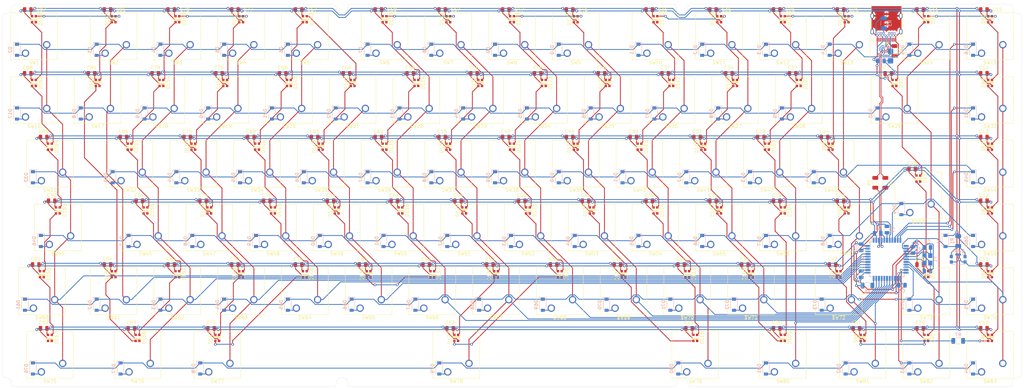
<source format=kicad_pcb>
(kicad_pcb (version 20171130) (host pcbnew 5.1.10)

  (general
    (thickness 1.6)
    (drawings 48)
    (tracks 2816)
    (zones 0)
    (modules 362)
    (nets 216)
  )

  (page A3)
  (layers
    (0 F.Cu signal)
    (31 B.Cu signal)
    (32 B.Adhes user)
    (33 F.Adhes user)
    (34 B.Paste user)
    (35 F.Paste user)
    (36 B.SilkS user)
    (37 F.SilkS user)
    (38 B.Mask user)
    (39 F.Mask user)
    (40 Dwgs.User user hide)
    (41 Cmts.User user)
    (42 Eco1.User user)
    (43 Eco2.User user)
    (44 Edge.Cuts user)
    (45 Margin user)
    (46 B.CrtYd user)
    (47 F.CrtYd user)
    (48 B.Fab user hide)
    (49 F.Fab user hide)
  )

  (setup
    (last_trace_width 0.25)
    (trace_clearance 0.2)
    (zone_clearance 0.508)
    (zone_45_only no)
    (trace_min 0.2)
    (via_size 0.8)
    (via_drill 0.4)
    (via_min_size 0.6)
    (via_min_drill 0.3)
    (uvia_size 0.3)
    (uvia_drill 0.1)
    (uvias_allowed no)
    (uvia_min_size 0.2)
    (uvia_min_drill 0.1)
    (edge_width 0.05)
    (segment_width 0.2)
    (pcb_text_width 0.3)
    (pcb_text_size 1.5 1.5)
    (mod_edge_width 0.12)
    (mod_text_size 1 1)
    (mod_text_width 0.15)
    (pad_size 2 2)
    (pad_drill 0)
    (pad_to_mask_clearance 0.051)
    (solder_mask_min_width 0.25)
    (aux_axis_origin 0 0)
    (visible_elements FFFFF77F)
    (pcbplotparams
      (layerselection 0x010fc_ffffffff)
      (usegerberextensions false)
      (usegerberattributes false)
      (usegerberadvancedattributes false)
      (creategerberjobfile false)
      (excludeedgelayer true)
      (linewidth 0.100000)
      (plotframeref false)
      (viasonmask false)
      (mode 1)
      (useauxorigin false)
      (hpglpennumber 1)
      (hpglpenspeed 20)
      (hpglpendiameter 15.000000)
      (psnegative false)
      (psa4output false)
      (plotreference true)
      (plotvalue true)
      (plotinvisibletext false)
      (padsonsilk false)
      (subtractmaskfromsilk false)
      (outputformat 1)
      (mirror false)
      (drillshape 1)
      (scaleselection 1)
      (outputdirectory ""))
  )

  (net 0 "")
  (net 1 GND)
  (net 2 +5V)
  (net 3 "Net-(C7-Pad1)")
  (net 4 "Net-(C8-Pad2)")
  (net 5 "Net-(C9-Pad1)")
  (net 6 RST)
  (net 7 ROW0)
  (net 8 "Net-(D2-Pad2)")
  (net 9 "Net-(D3-Pad2)")
  (net 10 "Net-(D4-Pad2)")
  (net 11 "Net-(D5-Pad2)")
  (net 12 "Net-(D6-Pad2)")
  (net 13 "Net-(D7-Pad2)")
  (net 14 "Net-(D8-Pad2)")
  (net 15 "Net-(D9-Pad2)")
  (net 16 "Net-(D10-Pad2)")
  (net 17 "Net-(D11-Pad2)")
  (net 18 "Net-(D12-Pad2)")
  (net 19 "Net-(D13-Pad2)")
  (net 20 "Net-(D14-Pad2)")
  (net 21 "Net-(D15-Pad2)")
  (net 22 "Net-(D16-Pad2)")
  (net 23 ROW1)
  (net 24 "Net-(D17-Pad2)")
  (net 25 "Net-(D18-Pad2)")
  (net 26 "Net-(D19-Pad2)")
  (net 27 "Net-(D20-Pad2)")
  (net 28 "Net-(D21-Pad2)")
  (net 29 "Net-(D22-Pad2)")
  (net 30 "Net-(D23-Pad2)")
  (net 31 "Net-(D24-Pad2)")
  (net 32 "Net-(D25-Pad2)")
  (net 33 "Net-(D26-Pad2)")
  (net 34 "Net-(D27-Pad2)")
  (net 35 "Net-(D28-Pad2)")
  (net 36 "Net-(D29-Pad2)")
  (net 37 "Net-(D30-Pad2)")
  (net 38 "Net-(D31-Pad2)")
  (net 39 "Net-(D32-Pad2)")
  (net 40 ROW2)
  (net 41 "Net-(D33-Pad2)")
  (net 42 "Net-(D34-Pad2)")
  (net 43 "Net-(D35-Pad2)")
  (net 44 "Net-(D36-Pad2)")
  (net 45 "Net-(D37-Pad2)")
  (net 46 "Net-(D38-Pad2)")
  (net 47 "Net-(D39-Pad2)")
  (net 48 "Net-(D40-Pad2)")
  (net 49 "Net-(D41-Pad2)")
  (net 50 "Net-(D42-Pad2)")
  (net 51 "Net-(D43-Pad2)")
  (net 52 "Net-(D44-Pad2)")
  (net 53 "Net-(D45-Pad2)")
  (net 54 "Net-(D46-Pad2)")
  (net 55 ROW3)
  (net 56 "Net-(D47-Pad2)")
  (net 57 "Net-(D48-Pad2)")
  (net 58 "Net-(D49-Pad2)")
  (net 59 "Net-(D50-Pad2)")
  (net 60 "Net-(D51-Pad2)")
  (net 61 "Net-(D52-Pad2)")
  (net 62 "Net-(D53-Pad2)")
  (net 63 "Net-(D54-Pad2)")
  (net 64 "Net-(D55-Pad2)")
  (net 65 "Net-(D56-Pad2)")
  (net 66 "Net-(D57-Pad2)")
  (net 67 "Net-(D58-Pad2)")
  (net 68 "Net-(D59-Pad2)")
  (net 69 "Net-(D60-Pad2)")
  (net 70 ROW4)
  (net 71 "Net-(D61-Pad2)")
  (net 72 "Net-(D62-Pad2)")
  (net 73 "Net-(D63-Pad2)")
  (net 74 "Net-(D64-Pad2)")
  (net 75 "Net-(D65-Pad2)")
  (net 76 "Net-(D66-Pad2)")
  (net 77 "Net-(D67-Pad2)")
  (net 78 "Net-(D68-Pad2)")
  (net 79 "Net-(D69-Pad2)")
  (net 80 "Net-(D70-Pad2)")
  (net 81 "Net-(D71-Pad2)")
  (net 82 "Net-(D72-Pad2)")
  (net 83 "Net-(D73-Pad2)")
  (net 84 "Net-(D74-Pad2)")
  (net 85 "Net-(D75-Pad2)")
  (net 86 ROW5)
  (net 87 "Net-(D76-Pad2)")
  (net 88 "Net-(D77-Pad2)")
  (net 89 "Net-(D78-Pad2)")
  (net 90 "Net-(D79-Pad2)")
  (net 91 "Net-(D80-Pad2)")
  (net 92 "Net-(D81-Pad2)")
  (net 93 "Net-(D82-Pad2)")
  (net 94 "Net-(D83-Pad2)")
  (net 95 "Net-(D84-Pad2)")
  (net 96 "Net-(D85-Pad2)")
  (net 97 DIN)
  (net 98 "Net-(D86-Pad2)")
  (net 99 "Net-(D87-Pad2)")
  (net 100 "Net-(D88-Pad2)")
  (net 101 "Net-(D89-Pad2)")
  (net 102 "Net-(D90-Pad2)")
  (net 103 "Net-(D91-Pad2)")
  (net 104 "Net-(D92-Pad2)")
  (net 105 "Net-(D93-Pad2)")
  (net 106 "Net-(D94-Pad2)")
  (net 107 "Net-(D95-Pad2)")
  (net 108 "Net-(D96-Pad2)")
  (net 109 "Net-(D97-Pad2)")
  (net 110 "Net-(D98-Pad2)")
  (net 111 "Net-(D100-Pad4)")
  (net 112 "Net-(D100-Pad2)")
  (net 113 "Net-(D101-Pad2)")
  (net 114 "Net-(D102-Pad2)")
  (net 115 "Net-(D103-Pad2)")
  (net 116 "Net-(D104-Pad2)")
  (net 117 "Net-(D105-Pad2)")
  (net 118 "Net-(D106-Pad2)")
  (net 119 "Net-(D107-Pad2)")
  (net 120 "Net-(D108-Pad2)")
  (net 121 "Net-(D109-Pad2)")
  (net 122 "Net-(D110-Pad2)")
  (net 123 "Net-(D111-Pad2)")
  (net 124 "Net-(D112-Pad2)")
  (net 125 "Net-(D113-Pad2)")
  (net 126 "Net-(D114-Pad2)")
  (net 127 "Net-(D115-Pad2)")
  (net 128 "Net-(D116-Pad2)")
  (net 129 "Net-(D117-Pad2)")
  (net 130 "Net-(D118-Pad2)")
  (net 131 "Net-(D119-Pad2)")
  (net 132 "Net-(D120-Pad2)")
  (net 133 "Net-(D121-Pad2)")
  (net 134 "Net-(D122-Pad2)")
  (net 135 "Net-(D123-Pad2)")
  (net 136 "Net-(D124-Pad2)")
  (net 137 "Net-(D125-Pad2)")
  (net 138 "Net-(D126-Pad2)")
  (net 139 "Net-(D127-Pad2)")
  (net 140 "Net-(D128-Pad2)")
  (net 141 "Net-(D129-Pad2)")
  (net 142 "Net-(D130-Pad2)")
  (net 143 "Net-(D131-Pad2)")
  (net 144 "Net-(D132-Pad2)")
  (net 145 "Net-(D133-Pad2)")
  (net 146 "Net-(D134-Pad2)")
  (net 147 "Net-(D135-Pad2)")
  (net 148 "Net-(D136-Pad2)")
  (net 149 "Net-(D137-Pad2)")
  (net 150 "Net-(D138-Pad2)")
  (net 151 "Net-(D139-Pad2)")
  (net 152 "Net-(D140-Pad2)")
  (net 153 "Net-(D141-Pad2)")
  (net 154 "Net-(D142-Pad2)")
  (net 155 "Net-(D143-Pad2)")
  (net 156 "Net-(D144-Pad2)")
  (net 157 "Net-(D145-Pad2)")
  (net 158 "Net-(D146-Pad2)")
  (net 159 "Net-(D147-Pad2)")
  (net 160 "Net-(D148-Pad2)")
  (net 161 "Net-(D149-Pad2)")
  (net 162 "Net-(D150-Pad2)")
  (net 163 "Net-(D151-Pad2)")
  (net 164 "Net-(D152-Pad2)")
  (net 165 "Net-(D153-Pad2)")
  (net 166 "Net-(D154-Pad2)")
  (net 167 "Net-(D155-Pad2)")
  (net 168 "Net-(D156-Pad2)")
  (net 169 "Net-(D157-Pad2)")
  (net 170 "Net-(D158-Pad2)")
  (net 171 "Net-(D159-Pad2)")
  (net 172 "Net-(D160-Pad2)")
  (net 173 "Net-(D161-Pad2)")
  (net 174 "Net-(D162-Pad2)")
  (net 175 "Net-(D163-Pad2)")
  (net 176 "Net-(D164-Pad2)")
  (net 177 "Net-(D165-Pad2)")
  (net 178 "Net-(D166-Pad2)")
  (net 179 "Net-(D167-Pad2)")
  (net 180 "Net-(F1-Pad2)")
  (net 181 COL02)
  (net 182 COL00)
  (net 183 COL01)
  (net 184 D-)
  (net 185 D+)
  (net 186 "Net-(R6-Pad2)")
  (net 187 COL03)
  (net 188 COL04)
  (net 189 COL06)
  (net 190 COL07)
  (net 191 COL08)
  (net 192 COL09)
  (net 193 COL10)
  (net 194 COL11)
  (net 195 COL12)
  (net 196 COL13)
  (net 197 COL14)
  (net 198 COL15)
  (net 199 COL05)
  (net 200 "Net-(U1-Pad1)")
  (net 201 "Net-(U1-Pad42)")
  (net 202 "Net-(R7-Pad2)")
  (net 203 "Net-(J1-PadB11)")
  (net 204 "Net-(J1-PadB2)")
  (net 205 "Net-(J1-PadB5)")
  (net 206 "Net-(J1-PadB8)")
  (net 207 "Net-(J1-PadB3)")
  (net 208 "Net-(J1-PadB10)")
  (net 209 "Net-(J1-PadA2)")
  (net 210 "Net-(J1-PadA3)")
  (net 211 "Net-(J1-PadA5)")
  (net 212 "Net-(J1-PadA8)")
  (net 213 "Net-(J1-PadA10)")
  (net 214 "Net-(J1-PadA11)")
  (net 215 "Net-(U1-Pad12)")

  (net_class Default "Dies ist die voreingestellte Netzklasse."
    (clearance 0.2)
    (trace_width 0.25)
    (via_dia 0.8)
    (via_drill 0.4)
    (uvia_dia 0.3)
    (uvia_drill 0.1)
    (add_net +5V)
    (add_net COL00)
    (add_net COL01)
    (add_net COL02)
    (add_net COL03)
    (add_net COL04)
    (add_net COL05)
    (add_net COL06)
    (add_net COL07)
    (add_net COL08)
    (add_net COL09)
    (add_net COL10)
    (add_net COL11)
    (add_net COL12)
    (add_net COL13)
    (add_net COL14)
    (add_net COL15)
    (add_net D+)
    (add_net D-)
    (add_net DIN)
    (add_net GND)
    (add_net "Net-(C7-Pad1)")
    (add_net "Net-(C8-Pad2)")
    (add_net "Net-(C9-Pad1)")
    (add_net "Net-(D10-Pad2)")
    (add_net "Net-(D100-Pad2)")
    (add_net "Net-(D100-Pad4)")
    (add_net "Net-(D101-Pad2)")
    (add_net "Net-(D102-Pad2)")
    (add_net "Net-(D103-Pad2)")
    (add_net "Net-(D104-Pad2)")
    (add_net "Net-(D105-Pad2)")
    (add_net "Net-(D106-Pad2)")
    (add_net "Net-(D107-Pad2)")
    (add_net "Net-(D108-Pad2)")
    (add_net "Net-(D109-Pad2)")
    (add_net "Net-(D11-Pad2)")
    (add_net "Net-(D110-Pad2)")
    (add_net "Net-(D111-Pad2)")
    (add_net "Net-(D112-Pad2)")
    (add_net "Net-(D113-Pad2)")
    (add_net "Net-(D114-Pad2)")
    (add_net "Net-(D115-Pad2)")
    (add_net "Net-(D116-Pad2)")
    (add_net "Net-(D117-Pad2)")
    (add_net "Net-(D118-Pad2)")
    (add_net "Net-(D119-Pad2)")
    (add_net "Net-(D12-Pad2)")
    (add_net "Net-(D120-Pad2)")
    (add_net "Net-(D121-Pad2)")
    (add_net "Net-(D122-Pad2)")
    (add_net "Net-(D123-Pad2)")
    (add_net "Net-(D124-Pad2)")
    (add_net "Net-(D125-Pad2)")
    (add_net "Net-(D126-Pad2)")
    (add_net "Net-(D127-Pad2)")
    (add_net "Net-(D128-Pad2)")
    (add_net "Net-(D129-Pad2)")
    (add_net "Net-(D13-Pad2)")
    (add_net "Net-(D130-Pad2)")
    (add_net "Net-(D131-Pad2)")
    (add_net "Net-(D132-Pad2)")
    (add_net "Net-(D133-Pad2)")
    (add_net "Net-(D134-Pad2)")
    (add_net "Net-(D135-Pad2)")
    (add_net "Net-(D136-Pad2)")
    (add_net "Net-(D137-Pad2)")
    (add_net "Net-(D138-Pad2)")
    (add_net "Net-(D139-Pad2)")
    (add_net "Net-(D14-Pad2)")
    (add_net "Net-(D140-Pad2)")
    (add_net "Net-(D141-Pad2)")
    (add_net "Net-(D142-Pad2)")
    (add_net "Net-(D143-Pad2)")
    (add_net "Net-(D144-Pad2)")
    (add_net "Net-(D145-Pad2)")
    (add_net "Net-(D146-Pad2)")
    (add_net "Net-(D147-Pad2)")
    (add_net "Net-(D148-Pad2)")
    (add_net "Net-(D149-Pad2)")
    (add_net "Net-(D15-Pad2)")
    (add_net "Net-(D150-Pad2)")
    (add_net "Net-(D151-Pad2)")
    (add_net "Net-(D152-Pad2)")
    (add_net "Net-(D153-Pad2)")
    (add_net "Net-(D154-Pad2)")
    (add_net "Net-(D155-Pad2)")
    (add_net "Net-(D156-Pad2)")
    (add_net "Net-(D157-Pad2)")
    (add_net "Net-(D158-Pad2)")
    (add_net "Net-(D159-Pad2)")
    (add_net "Net-(D16-Pad2)")
    (add_net "Net-(D160-Pad2)")
    (add_net "Net-(D161-Pad2)")
    (add_net "Net-(D162-Pad2)")
    (add_net "Net-(D163-Pad2)")
    (add_net "Net-(D164-Pad2)")
    (add_net "Net-(D165-Pad2)")
    (add_net "Net-(D166-Pad2)")
    (add_net "Net-(D167-Pad2)")
    (add_net "Net-(D17-Pad2)")
    (add_net "Net-(D18-Pad2)")
    (add_net "Net-(D19-Pad2)")
    (add_net "Net-(D2-Pad2)")
    (add_net "Net-(D20-Pad2)")
    (add_net "Net-(D21-Pad2)")
    (add_net "Net-(D22-Pad2)")
    (add_net "Net-(D23-Pad2)")
    (add_net "Net-(D24-Pad2)")
    (add_net "Net-(D25-Pad2)")
    (add_net "Net-(D26-Pad2)")
    (add_net "Net-(D27-Pad2)")
    (add_net "Net-(D28-Pad2)")
    (add_net "Net-(D29-Pad2)")
    (add_net "Net-(D3-Pad2)")
    (add_net "Net-(D30-Pad2)")
    (add_net "Net-(D31-Pad2)")
    (add_net "Net-(D32-Pad2)")
    (add_net "Net-(D33-Pad2)")
    (add_net "Net-(D34-Pad2)")
    (add_net "Net-(D35-Pad2)")
    (add_net "Net-(D36-Pad2)")
    (add_net "Net-(D37-Pad2)")
    (add_net "Net-(D38-Pad2)")
    (add_net "Net-(D39-Pad2)")
    (add_net "Net-(D4-Pad2)")
    (add_net "Net-(D40-Pad2)")
    (add_net "Net-(D41-Pad2)")
    (add_net "Net-(D42-Pad2)")
    (add_net "Net-(D43-Pad2)")
    (add_net "Net-(D44-Pad2)")
    (add_net "Net-(D45-Pad2)")
    (add_net "Net-(D46-Pad2)")
    (add_net "Net-(D47-Pad2)")
    (add_net "Net-(D48-Pad2)")
    (add_net "Net-(D49-Pad2)")
    (add_net "Net-(D5-Pad2)")
    (add_net "Net-(D50-Pad2)")
    (add_net "Net-(D51-Pad2)")
    (add_net "Net-(D52-Pad2)")
    (add_net "Net-(D53-Pad2)")
    (add_net "Net-(D54-Pad2)")
    (add_net "Net-(D55-Pad2)")
    (add_net "Net-(D56-Pad2)")
    (add_net "Net-(D57-Pad2)")
    (add_net "Net-(D58-Pad2)")
    (add_net "Net-(D59-Pad2)")
    (add_net "Net-(D6-Pad2)")
    (add_net "Net-(D60-Pad2)")
    (add_net "Net-(D61-Pad2)")
    (add_net "Net-(D62-Pad2)")
    (add_net "Net-(D63-Pad2)")
    (add_net "Net-(D64-Pad2)")
    (add_net "Net-(D65-Pad2)")
    (add_net "Net-(D66-Pad2)")
    (add_net "Net-(D67-Pad2)")
    (add_net "Net-(D68-Pad2)")
    (add_net "Net-(D69-Pad2)")
    (add_net "Net-(D7-Pad2)")
    (add_net "Net-(D70-Pad2)")
    (add_net "Net-(D71-Pad2)")
    (add_net "Net-(D72-Pad2)")
    (add_net "Net-(D73-Pad2)")
    (add_net "Net-(D74-Pad2)")
    (add_net "Net-(D75-Pad2)")
    (add_net "Net-(D76-Pad2)")
    (add_net "Net-(D77-Pad2)")
    (add_net "Net-(D78-Pad2)")
    (add_net "Net-(D79-Pad2)")
    (add_net "Net-(D8-Pad2)")
    (add_net "Net-(D80-Pad2)")
    (add_net "Net-(D81-Pad2)")
    (add_net "Net-(D82-Pad2)")
    (add_net "Net-(D83-Pad2)")
    (add_net "Net-(D84-Pad2)")
    (add_net "Net-(D85-Pad2)")
    (add_net "Net-(D86-Pad2)")
    (add_net "Net-(D87-Pad2)")
    (add_net "Net-(D88-Pad2)")
    (add_net "Net-(D89-Pad2)")
    (add_net "Net-(D9-Pad2)")
    (add_net "Net-(D90-Pad2)")
    (add_net "Net-(D91-Pad2)")
    (add_net "Net-(D92-Pad2)")
    (add_net "Net-(D93-Pad2)")
    (add_net "Net-(D94-Pad2)")
    (add_net "Net-(D95-Pad2)")
    (add_net "Net-(D96-Pad2)")
    (add_net "Net-(D97-Pad2)")
    (add_net "Net-(D98-Pad2)")
    (add_net "Net-(F1-Pad2)")
    (add_net "Net-(J1-PadA10)")
    (add_net "Net-(J1-PadA11)")
    (add_net "Net-(J1-PadA2)")
    (add_net "Net-(J1-PadA3)")
    (add_net "Net-(J1-PadA5)")
    (add_net "Net-(J1-PadA8)")
    (add_net "Net-(J1-PadB10)")
    (add_net "Net-(J1-PadB11)")
    (add_net "Net-(J1-PadB2)")
    (add_net "Net-(J1-PadB3)")
    (add_net "Net-(J1-PadB5)")
    (add_net "Net-(J1-PadB8)")
    (add_net "Net-(R6-Pad2)")
    (add_net "Net-(R7-Pad2)")
    (add_net "Net-(U1-Pad1)")
    (add_net "Net-(U1-Pad12)")
    (add_net "Net-(U1-Pad42)")
    (add_net ROW0)
    (add_net ROW1)
    (add_net ROW2)
    (add_net ROW3)
    (add_net ROW4)
    (add_net ROW5)
    (add_net RST)
  )

  (module MountingHole:MountingHole_2mm (layer F.Cu) (tedit 60F2D872) (tstamp 60E8A97D)
    (at 341.8 151.3)
    (descr "Mounting Hole 2mm, no annular")
    (tags "mounting hole 2mm no annular")
    (attr virtual)
    (fp_text reference REF** (at 0 -4.2) (layer F.SilkS) hide
      (effects (font (size 1 1) (thickness 0.15)))
    )
    (fp_text value MountingHole_2mm (at 0 4.2) (layer F.Fab) hide
      (effects (font (size 1 1) (thickness 0.15)))
    )
    (fp_text user %R (at 0.3 0) (layer F.Fab) hide
      (effects (font (size 1 1) (thickness 0.15)))
    )
    (fp_circle (center 0 0) (end 1.6 0) (layer Cmts.User) (width 0.15))
    (fp_circle (center 0 0) (end 1.7 0) (layer F.CrtYd) (width 0.05))
    (pad "" smd circle (at 0 0) (size 2 2) (layers *.Paste))
  )

  (module MountingHole:MountingHole_2mm (layer F.Cu) (tedit 60F2D855) (tstamp 60E8A94A)
    (at 341.8 39.2)
    (descr "Mounting Hole 2mm, no annular")
    (tags "mounting hole 2mm no annular")
    (attr virtual)
    (fp_text reference REF** (at 0 -4.2) (layer F.SilkS) hide
      (effects (font (size 1 1) (thickness 0.15)))
    )
    (fp_text value MountingHole_2mm (at 0 4.2) (layer F.Fab) hide
      (effects (font (size 1 1) (thickness 0.15)))
    )
    (fp_text user %R (at 0.3 0) (layer F.Fab) hide
      (effects (font (size 1 1) (thickness 0.15)))
    )
    (fp_circle (center 0 0) (end 1.6 0) (layer Cmts.User) (width 0.15))
    (fp_circle (center 0 0) (end 1.7 0) (layer F.CrtYd) (width 0.05))
    (pad "" smd circle (at 0 0) (size 2 2) (layers *.Paste))
  )

  (module MountingHole:MountingHole_2mm (layer F.Cu) (tedit 60F2D83E) (tstamp 60E8A17F)
    (at 241.3 39.2)
    (descr "Mounting Hole 2mm, no annular")
    (tags "mounting hole 2mm no annular")
    (attr virtual)
    (fp_text reference REF** (at 0 -4.2) (layer F.SilkS) hide
      (effects (font (size 1 1) (thickness 0.15)))
    )
    (fp_text value MountingHole_2mm (at 0 4.2) (layer F.Fab) hide
      (effects (font (size 1 1) (thickness 0.15)))
    )
    (fp_text user %R (at 0.3 0) (layer F.Fab) hide
      (effects (font (size 1 1) (thickness 0.15)))
    )
    (fp_circle (center 0 0) (end 1.6 0) (layer Cmts.User) (width 0.15))
    (fp_circle (center 0 0) (end 1.7 0) (layer F.CrtYd) (width 0.05))
    (pad "" smd circle (at 0 0) (size 2 2) (layers *.Paste))
  )

  (module MountingHole:MountingHole_2mm (layer F.Cu) (tedit 60F2D7FF) (tstamp 60E89FD7)
    (at 139.7 39.2)
    (descr "Mounting Hole 2mm, no annular")
    (tags "mounting hole 2mm no annular")
    (attr virtual)
    (fp_text reference REF** (at 0 -4.2) (layer F.SilkS) hide
      (effects (font (size 1 1) (thickness 0.15)))
    )
    (fp_text value MountingHole_2mm (at 0 4.2) (layer F.Fab) hide
      (effects (font (size 1 1) (thickness 0.15)))
    )
    (fp_text user %R (at 0.3 0) (layer F.Fab) hide
      (effects (font (size 1 1) (thickness 0.15)))
    )
    (fp_circle (center 0 0) (end 1.6 0) (layer Cmts.User) (width 0.15))
    (fp_circle (center 0 0) (end 1.7 0) (layer F.CrtYd) (width 0.05))
    (pad "" smd circle (at 0 0) (size 2 2) (layers *.Paste))
  )

  (module MountingHole:MountingHole_2mm (layer F.Cu) (tedit 60F2D7D3) (tstamp 60E8A8F8)
    (at 39.2 39.2)
    (descr "Mounting Hole 2mm, no annular")
    (tags "mounting hole 2mm no annular")
    (attr virtual)
    (fp_text reference REF** (at 0 -4.2) (layer F.SilkS) hide
      (effects (font (size 1 1) (thickness 0.15)))
    )
    (fp_text value MountingHole_2mm (at 0 4.2) (layer F.Fab) hide
      (effects (font (size 1 1) (thickness 0.15)))
    )
    (fp_text user %R (at 0.3 0) (layer F.Fab) hide
      (effects (font (size 1 1) (thickness 0.15)))
    )
    (fp_circle (center 0 0) (end 1.6 0) (layer Cmts.User) (width 0.15))
    (fp_circle (center 0 0) (end 1.7 0) (layer F.CrtYd) (width 0.05))
    (pad "" smd circle (at 0 0) (size 2 2) (layers *.Paste))
  )

  (module MountingHole:MountingHole_2mm (layer F.Cu) (tedit 60F2D763) (tstamp 60E8A92F)
    (at 39.2 151.3)
    (descr "Mounting Hole 2mm, no annular")
    (tags "mounting hole 2mm no annular")
    (attr virtual)
    (fp_text reference REF** (at 0 -4.2) (layer F.SilkS) hide
      (effects (font (size 1 1) (thickness 0.15)))
    )
    (fp_text value MountingHole_2mm (at 0 4.2) (layer F.Fab) hide
      (effects (font (size 1 1) (thickness 0.15)))
    )
    (fp_text user %R (at 0.3 0) (layer F.Fab) hide
      (effects (font (size 1 1) (thickness 0.15)))
    )
    (fp_circle (center 0 0) (end 1.6 0) (layer Cmts.User) (width 0.15))
    (fp_circle (center 0 0) (end 1.7 0) (layer F.CrtYd) (width 0.05))
    (pad "" smd circle (at 0 0) (size 2 2) (layers *.Paste))
  )

  (module MountingHole:MountingHole_2mm (layer F.Cu) (tedit 60F2D70C) (tstamp 60E8A18C)
    (at 139.7 151.3)
    (descr "Mounting Hole 2mm, no annular")
    (tags "mounting hole 2mm no annular")
    (attr virtual)
    (fp_text reference REF** (at 0 -4.2) (layer F.SilkS) hide
      (effects (font (size 1 1) (thickness 0.15)))
    )
    (fp_text value MountingHole_2mm (at 0 4.2) (layer F.Fab) hide
      (effects (font (size 1 1) (thickness 0.15)))
    )
    (fp_text user %R (at 0.3 0) (layer F.Fab) hide
      (effects (font (size 1 1) (thickness 0.15)))
    )
    (fp_circle (center 0 0) (end 1.6 0) (layer Cmts.User) (width 0.15))
    (fp_circle (center 0 0) (end 1.7 0) (layer F.CrtYd) (width 0.05))
    (pad "" smd circle (at 0 0) (size 2 2) (layers *.Paste))
  )

  (module MountingHole:MountingHole_2mm (layer F.Cu) (tedit 60F2D69F) (tstamp 60E8A1A1)
    (at 241.3 151.3)
    (descr "Mounting Hole 2mm, no annular")
    (tags "mounting hole 2mm no annular")
    (attr virtual)
    (fp_text reference REF** (at 0 -4.2) (layer F.SilkS) hide
      (effects (font (size 1 1) (thickness 0.15)))
    )
    (fp_text value MountingHole_2mm (at 0 4.2) (layer F.Fab) hide
      (effects (font (size 1 1) (thickness 0.15)))
    )
    (fp_text user %R (at 0.3 0) (layer F.Fab) hide
      (effects (font (size 1 1) (thickness 0.15)))
    )
    (fp_circle (center 0 0) (end 1.6 0) (layer Cmts.User) (width 0.15))
    (fp_circle (center 0 0) (end 1.7 0) (layer F.CrtYd) (width 0.05))
    (pad "" smd circle (at 0 0) (size 2 2) (layers *.Paste))
  )

  (module Button_Switch_Keyboard:SW_Cherry_MX_ISOEnter_PCB (layer F.Cu) (tedit 60E88C41) (tstamp 5F160517)
    (at 309.40375 100.33 180)
    (descr "Cherry MX keyswitch, ISO Enter, PCB mount, http://cherryamericas.com/wp-content/uploads/2014/12/mx_cat.pdf")
    (tags "Cherry MX keyswitch ISO enter PCB")
    (path /5F51BE8C/5F51CE2C)
    (fp_text reference SW58 (at -2.54 -2.794 180) (layer F.SilkS)
      (effects (font (size 1 1) (thickness 0.15)))
    )
    (fp_text value MX1A-G1NA (at -2.286 13.208 180) (layer F.Fab)
      (effects (font (size 1 1) (thickness 0.15)))
    )
    (fp_line (start -9.525 12.065) (end -9.525 -1.905) (layer F.SilkS) (width 0.12))
    (fp_line (start 4.445 12.065) (end -9.525 12.065) (layer F.SilkS) (width 0.12))
    (fp_line (start 4.445 -1.905) (end 4.445 12.065) (layer F.SilkS) (width 0.12))
    (fp_line (start -9.525 -1.905) (end 4.445 -1.905) (layer F.SilkS) (width 0.12))
    (fp_line (start 9.36625 5.08) (end 14.12875 5.08) (layer Dwgs.User) (width 0.15))
    (fp_line (start 14.12875 5.08) (end 14.12875 24.13) (layer Dwgs.User) (width 0.15))
    (fp_line (start -14.44625 -13.97) (end 9.36625 -13.97) (layer Dwgs.User) (width 0.15))
    (fp_line (start -14.44625 24.13) (end -14.44625 -13.97) (layer Dwgs.User) (width 0.15))
    (fp_line (start 14.12875 24.13) (end -14.44625 24.13) (layer Dwgs.User) (width 0.15))
    (fp_line (start 9.36625 -13.97) (end 9.36625 5.08) (layer Dwgs.User) (width 0.15))
    (fp_line (start -9.14 -1.52) (end 4.06 -1.52) (layer F.CrtYd) (width 0.05))
    (fp_line (start 4.06 -1.52) (end 4.06 11.68) (layer F.CrtYd) (width 0.05))
    (fp_line (start 4.06 11.68) (end -9.14 11.68) (layer F.CrtYd) (width 0.05))
    (fp_line (start -9.14 11.68) (end -9.14 -1.52) (layer F.CrtYd) (width 0.05))
    (fp_line (start -8.89 11.43) (end -8.89 -1.27) (layer F.Fab) (width 0.1))
    (fp_line (start 3.81 11.43) (end -8.89 11.43) (layer F.Fab) (width 0.1))
    (fp_line (start 3.81 -1.27) (end 3.81 11.43) (layer F.Fab) (width 0.1))
    (fp_line (start -8.89 -1.27) (end 3.81 -1.27) (layer F.Fab) (width 0.1))
    (fp_text user %R (at -2.54 -2.794 180) (layer F.Fab)
      (effects (font (size 1 1) (thickness 0.15)))
    )
    (pad 1 thru_hole circle (at 0 0 180) (size 2.2 2.2) (drill 1.5) (layers *.Cu *.Mask)
      (net 68 "Net-(D59-Pad2)"))
    (pad 2 thru_hole circle (at -6.35 2.54 180) (size 2.2 2.2) (drill 1.5) (layers *.Cu *.Mask)
      (net 197 COL14))
    (pad "" np_thru_hole circle (at -2.54 5.08 180) (size 4 4) (drill 4) (layers *.Cu *.Mask))
    (pad "" np_thru_hole circle (at -7.62 5.08 180) (size 1.7 1.7) (drill 1.7) (layers *.Cu *.Mask))
    (pad "" np_thru_hole circle (at 2.54 5.08 180) (size 1.7 1.7) (drill 1.7) (layers *.Cu *.Mask))
    (model ${KISYS3DMOD}/Button_Switch_Keyboard.3dshapes/SW_Cherry_MX_ISOEnter_PCB.wrl
      (at (xyz 0 0 0))
      (scale (xyz 1 1 1))
      (rotate (xyz 0 0 0))
    )
  )

  (module Button_Switch_Keyboard:SW_Cherry_MX_2.00u_PCB (layer F.Cu) (tedit 60E88B61) (tstamp 5F16021F)
    (at 302.26 71.755 180)
    (descr "Cherry MX keyswitch, 2.00u, PCB mount, http://cherryamericas.com/wp-content/uploads/2014/12/mx_cat.pdf")
    (tags "Cherry MX keyswitch 2.00u PCB")
    (path /5F51BE8C/5F51CE0E)
    (fp_text reference SW29 (at -2.54 -2.794 180) (layer F.SilkS)
      (effects (font (size 1 1) (thickness 0.15)))
    )
    (fp_text value MX1A-G1NA (at -2.54 12.954 180) (layer F.Fab)
      (effects (font (size 1 1) (thickness 0.15)))
    )
    (fp_line (start -9.525 12.065) (end -9.525 -1.905) (layer F.SilkS) (width 0.12))
    (fp_line (start 4.445 12.065) (end -9.525 12.065) (layer F.SilkS) (width 0.12))
    (fp_line (start 4.445 -1.905) (end 4.445 12.065) (layer F.SilkS) (width 0.12))
    (fp_line (start -9.525 -1.905) (end 4.445 -1.905) (layer F.SilkS) (width 0.12))
    (fp_line (start -21.59 14.605) (end -21.59 -4.445) (layer Dwgs.User) (width 0.15))
    (fp_line (start 16.51 14.605) (end -21.59 14.605) (layer Dwgs.User) (width 0.15))
    (fp_line (start 16.51 -4.445) (end 16.51 14.605) (layer Dwgs.User) (width 0.15))
    (fp_line (start -21.59 -4.445) (end 16.51 -4.445) (layer Dwgs.User) (width 0.15))
    (fp_line (start -9.14 -1.52) (end 4.06 -1.52) (layer F.CrtYd) (width 0.05))
    (fp_line (start 4.06 -1.52) (end 4.06 11.68) (layer F.CrtYd) (width 0.05))
    (fp_line (start 4.06 11.68) (end -9.14 11.68) (layer F.CrtYd) (width 0.05))
    (fp_line (start -9.14 11.68) (end -9.14 -1.52) (layer F.CrtYd) (width 0.05))
    (fp_line (start -8.89 11.43) (end -8.89 -1.27) (layer F.Fab) (width 0.1))
    (fp_line (start 3.81 11.43) (end -8.89 11.43) (layer F.Fab) (width 0.1))
    (fp_line (start 3.81 -1.27) (end 3.81 11.43) (layer F.Fab) (width 0.1))
    (fp_line (start -8.89 -1.27) (end 3.81 -1.27) (layer F.Fab) (width 0.1))
    (fp_text user %R (at -2.54 -2.794 180) (layer F.Fab)
      (effects (font (size 1 1) (thickness 0.15)))
    )
    (pad 1 thru_hole circle (at 0 0 180) (size 2.2 2.2) (drill 1.5) (layers *.Cu *.Mask)
      (net 37 "Net-(D30-Pad2)"))
    (pad 2 thru_hole circle (at -6.35 2.54 180) (size 2.2 2.2) (drill 1.5) (layers *.Cu *.Mask)
      (net 197 COL14))
    (pad "" np_thru_hole circle (at -2.54 5.08 180) (size 4 4) (drill 4) (layers *.Cu *.Mask))
    (pad "" np_thru_hole circle (at -7.62 5.08 180) (size 1.7 1.7) (drill 1.7) (layers *.Cu *.Mask))
    (pad "" np_thru_hole circle (at 2.54 5.08 180) (size 1.7 1.7) (drill 1.7) (layers *.Cu *.Mask))
    (model ${KISYS3DMOD}/Button_Switch_Keyboard.3dshapes/SW_Cherry_MX_2.00u_PCB.wrl
      (at (xyz 0 0 0))
      (scale (xyz 1 1 1))
      (rotate (xyz 0 0 0))
    )
  )

  (module Button_Switch_Keyboard:SW_Cherry_MX_6.25u_PCB (layer F.Cu) (tedit 60E88B4A) (tstamp 5F160723)
    (at 171.29125 147.955 180)
    (descr "Cherry MX keyswitch, 6.25u, PCB mount, http://cherryamericas.com/wp-content/uploads/2014/12/mx_cat.pdf")
    (tags "Cherry MX keyswitch 6.25u PCB")
    (path /5F51BE8C/5F84AEA9)
    (fp_text reference SW78 (at -2.54 -2.794 180) (layer F.SilkS)
      (effects (font (size 1 1) (thickness 0.15)))
    )
    (fp_text value MX1A-G1NA (at -2.54 12.954 180) (layer F.Fab)
      (effects (font (size 1 1) (thickness 0.15)))
    )
    (fp_line (start -9.525 12.065) (end -9.525 -1.905) (layer F.SilkS) (width 0.12))
    (fp_line (start 4.445 12.065) (end -9.525 12.065) (layer F.SilkS) (width 0.12))
    (fp_line (start 4.445 -1.905) (end 4.445 12.065) (layer F.SilkS) (width 0.12))
    (fp_line (start -9.525 -1.905) (end 4.445 -1.905) (layer F.SilkS) (width 0.12))
    (fp_line (start -62.07125 14.605) (end -62.07125 -4.445) (layer Dwgs.User) (width 0.15))
    (fp_line (start 56.99125 14.605) (end -62.07125 14.605) (layer Dwgs.User) (width 0.15))
    (fp_line (start 56.99125 -4.445) (end 56.99125 14.605) (layer Dwgs.User) (width 0.15))
    (fp_line (start -62.07125 -4.445) (end 56.99125 -4.445) (layer Dwgs.User) (width 0.15))
    (fp_line (start -9.14 -1.52) (end 4.06 -1.52) (layer F.CrtYd) (width 0.05))
    (fp_line (start 4.06 -1.52) (end 4.06 11.68) (layer F.CrtYd) (width 0.05))
    (fp_line (start 4.06 11.68) (end -9.14 11.68) (layer F.CrtYd) (width 0.05))
    (fp_line (start -9.14 11.68) (end -9.14 -1.52) (layer F.CrtYd) (width 0.05))
    (fp_line (start -8.89 11.43) (end -8.89 -1.27) (layer F.Fab) (width 0.1))
    (fp_line (start 3.81 11.43) (end -8.89 11.43) (layer F.Fab) (width 0.1))
    (fp_line (start 3.81 -1.27) (end 3.81 11.43) (layer F.Fab) (width 0.1))
    (fp_line (start -8.89 -1.27) (end 3.81 -1.27) (layer F.Fab) (width 0.1))
    (fp_text user %R (at -2.54 -2.794 180) (layer F.Fab)
      (effects (font (size 1 1) (thickness 0.15)))
    )
    (pad 1 thru_hole circle (at 0 0 180) (size 2.2 2.2) (drill 1.5) (layers *.Cu *.Mask)
      (net 90 "Net-(D79-Pad2)"))
    (pad 2 thru_hole circle (at -6.35 2.54 180) (size 2.2 2.2) (drill 1.5) (layers *.Cu *.Mask)
      (net 190 COL07))
    (pad "" np_thru_hole circle (at -2.54 5.08 180) (size 4 4) (drill 4) (layers *.Cu *.Mask))
    (pad "" np_thru_hole circle (at -7.62 5.08 180) (size 1.7 1.7) (drill 1.7) (layers *.Cu *.Mask))
    (pad "" np_thru_hole circle (at 2.54 5.08 180) (size 1.7 1.7) (drill 1.7) (layers *.Cu *.Mask))
    (model ${KISYS3DMOD}/Button_Switch_Keyboard.3dshapes/SW_Cherry_MX_6.25u_PCB.wrl
      (at (xyz 0 0 0))
      (scale (xyz 1 1 1))
      (rotate (xyz 0 0 0))
    )
  )

  (module Crystal:Crystal_SMD_3225-4Pin_3.2x2.5mm (layer B.Cu) (tedit 5A0FD1B2) (tstamp 60EED0B1)
    (at 314.6425 114.3 90)
    (descr "SMD Crystal SERIES SMD3225/4 http://www.txccrystal.com/images/pdf/7m-accuracy.pdf, 3.2x2.5mm^2 package")
    (tags "SMD SMT crystal")
    (path /5F294622)
    (attr smd)
    (fp_text reference Y1 (at 0 2.45 90) (layer B.SilkS)
      (effects (font (size 1 1) (thickness 0.15)) (justify mirror))
    )
    (fp_text value 16MHz (at 0 -2.45 90) (layer B.Fab)
      (effects (font (size 1 1) (thickness 0.15)) (justify mirror))
    )
    (fp_line (start -1.6 1.25) (end -1.6 -1.25) (layer B.Fab) (width 0.1))
    (fp_line (start -1.6 -1.25) (end 1.6 -1.25) (layer B.Fab) (width 0.1))
    (fp_line (start 1.6 -1.25) (end 1.6 1.25) (layer B.Fab) (width 0.1))
    (fp_line (start 1.6 1.25) (end -1.6 1.25) (layer B.Fab) (width 0.1))
    (fp_line (start -1.6 -0.25) (end -0.6 -1.25) (layer B.Fab) (width 0.1))
    (fp_line (start -2 1.65) (end -2 -1.65) (layer B.SilkS) (width 0.12))
    (fp_line (start -2 -1.65) (end 2 -1.65) (layer B.SilkS) (width 0.12))
    (fp_line (start -2.1 1.7) (end -2.1 -1.7) (layer B.CrtYd) (width 0.05))
    (fp_line (start -2.1 -1.7) (end 2.1 -1.7) (layer B.CrtYd) (width 0.05))
    (fp_line (start 2.1 -1.7) (end 2.1 1.7) (layer B.CrtYd) (width 0.05))
    (fp_line (start 2.1 1.7) (end -2.1 1.7) (layer B.CrtYd) (width 0.05))
    (fp_text user %R (at 0 0 90) (layer B.Fab)
      (effects (font (size 0.7 0.7) (thickness 0.105)) (justify mirror))
    )
    (pad 1 smd rect (at -1.1 -0.85 90) (size 1.4 1.2) (layers B.Cu B.Paste B.Mask)
      (net 3 "Net-(C7-Pad1)"))
    (pad 2 smd rect (at 1.1 -0.85 90) (size 1.4 1.2) (layers B.Cu B.Paste B.Mask)
      (net 1 GND))
    (pad 3 smd rect (at 1.1 0.85 90) (size 1.4 1.2) (layers B.Cu B.Paste B.Mask)
      (net 4 "Net-(C8-Pad2)"))
    (pad 4 smd rect (at -1.1 0.85 90) (size 1.4 1.2) (layers B.Cu B.Paste B.Mask)
      (net 1 GND))
    (model ${KISYS3DMOD}/Crystal.3dshapes/Crystal_SMD_3225-4Pin_3.2x2.5mm.wrl
      (at (xyz 0 0 0))
      (scale (xyz 1 1 1))
      (rotate (xyz 0 0 0))
    )
  )

  (module Button_Switch_SMD:SW_Push_1P1T-SH_NO_CK_KMR2xxG (layer B.Cu) (tedit 60F04E96) (tstamp 60EE10F7)
    (at 323.85 114.3 180)
    (descr "CK components KMR2 tactile switch with ground pin http://www.ckswitches.com/media/1479/kmr2.pdf")
    (tags "tactile switch kmr2")
    (path /60FEE33A)
    (attr smd)
    (fp_text reference SW84 (at 0 2.45) (layer B.SilkS)
      (effects (font (size 1 1) (thickness 0.15)) (justify mirror))
    )
    (fp_text value SW_Push (at 0 -2.55) (layer B.Fab)
      (effects (font (size 1 1) (thickness 0.15)) (justify mirror))
    )
    (fp_line (start -2.2 -0.05) (end -2.2 0.05) (layer B.SilkS) (width 0.12))
    (fp_line (start 2.2 1.55) (end 1.15 1.55) (layer B.SilkS) (width 0.12))
    (fp_line (start -2.2 -1.55) (end 2.2 -1.55) (layer B.SilkS) (width 0.12))
    (fp_circle (center 0 0) (end 0 -0.8) (layer B.Fab) (width 0.1))
    (fp_line (start -2.8 -1.8) (end -2.8 1.8) (layer B.CrtYd) (width 0.05))
    (fp_line (start 2.8 -1.8) (end -2.8 -1.8) (layer B.CrtYd) (width 0.05))
    (fp_line (start 2.8 1.8) (end 2.8 -1.8) (layer B.CrtYd) (width 0.05))
    (fp_line (start -2.8 1.8) (end 2.8 1.8) (layer B.CrtYd) (width 0.05))
    (fp_line (start 2.2 -0.05) (end 2.2 0.05) (layer B.SilkS) (width 0.12))
    (fp_line (start -2.1 -1.4) (end -2.1 1.4) (layer B.Fab) (width 0.1))
    (fp_line (start 2.1 -1.4) (end -2.1 -1.4) (layer B.Fab) (width 0.1))
    (fp_line (start 2.1 1.4) (end 2.1 -1.4) (layer B.Fab) (width 0.1))
    (fp_line (start -2.1 1.4) (end 2.1 1.4) (layer B.Fab) (width 0.1))
    (fp_line (start -1.15 1.55) (end -2.2 1.55) (layer B.SilkS) (width 0.12))
    (fp_text user %R (at 0 2.45) (layer B.Fab)
      (effects (font (size 1 1) (thickness 0.15)) (justify mirror))
    )
    (pad 2 smd rect (at 2.05 -0.8 180) (size 0.9 1) (layers B.Cu B.Paste B.Mask)
      (net 1 GND))
    (pad 1 smd rect (at 2.05 0.8 180) (size 0.9 1) (layers B.Cu B.Paste B.Mask)
      (net 6 RST))
    (pad 2 smd rect (at -2.05 -0.8 180) (size 0.9 1) (layers B.Cu B.Paste B.Mask)
      (net 1 GND))
    (pad 1 smd rect (at -2.05 0.8 180) (size 0.9 1) (layers B.Cu B.Paste B.Mask)
      (net 6 RST))
    (pad SH smd rect (at 0 1.425 180) (size 1.7 0.55) (layers B.Cu B.Paste B.Mask)
      (net 1 GND))
    (model ${KISYS3DMOD}/Button_Switch_SMD.3dshapes/SW_Push_1P1T-SH_NO_CK_KMR2xxG.wrl
      (at (xyz 0 0 0))
      (scale (xyz 1 1 1))
      (rotate (xyz 0 0 0))
    )
  )

  (module Resistor_SMD:R_1206_3216Metric (layer B.Cu) (tedit 5F68FEEE) (tstamp 5F26397F)
    (at 323.85 138.684 180)
    (descr "Resistor SMD 1206 (3216 Metric), square (rectangular) end terminal, IPC_7351 nominal, (Body size source: IPC-SM-782 page 72, https://www.pcb-3d.com/wordpress/wp-content/uploads/ipc-sm-782a_amendment_1_and_2.pdf), generated with kicad-footprint-generator")
    (tags resistor)
    (path /5F259898)
    (attr smd)
    (fp_text reference R7 (at 0 1.82) (layer B.SilkS)
      (effects (font (size 1 1) (thickness 0.15)) (justify mirror))
    )
    (fp_text value 470 (at 0 -1.82) (layer B.Fab)
      (effects (font (size 1 1) (thickness 0.15)) (justify mirror))
    )
    (fp_line (start 2.28 -1.12) (end -2.28 -1.12) (layer B.CrtYd) (width 0.05))
    (fp_line (start 2.28 1.12) (end 2.28 -1.12) (layer B.CrtYd) (width 0.05))
    (fp_line (start -2.28 1.12) (end 2.28 1.12) (layer B.CrtYd) (width 0.05))
    (fp_line (start -2.28 -1.12) (end -2.28 1.12) (layer B.CrtYd) (width 0.05))
    (fp_line (start -0.727064 -0.91) (end 0.727064 -0.91) (layer B.SilkS) (width 0.12))
    (fp_line (start -0.727064 0.91) (end 0.727064 0.91) (layer B.SilkS) (width 0.12))
    (fp_line (start 1.6 -0.8) (end -1.6 -0.8) (layer B.Fab) (width 0.1))
    (fp_line (start 1.6 0.8) (end 1.6 -0.8) (layer B.Fab) (width 0.1))
    (fp_line (start -1.6 0.8) (end 1.6 0.8) (layer B.Fab) (width 0.1))
    (fp_line (start -1.6 -0.8) (end -1.6 0.8) (layer B.Fab) (width 0.1))
    (fp_text user %R (at 0 0) (layer B.Fab)
      (effects (font (size 0.8 0.8) (thickness 0.12)) (justify mirror))
    )
    (pad 2 smd roundrect (at 1.4625 0 180) (size 1.125 1.75) (layers B.Cu B.Paste B.Mask) (roundrect_rratio 0.222222)
      (net 202 "Net-(R7-Pad2)"))
    (pad 1 smd roundrect (at -1.4625 0 180) (size 1.125 1.75) (layers B.Cu B.Paste B.Mask) (roundrect_rratio 0.222222)
      (net 97 DIN))
    (model ${KISYS3DMOD}/Resistor_SMD.3dshapes/R_1206_3216Metric.wrl
      (at (xyz 0 0 0))
      (scale (xyz 1 1 1))
      (rotate (xyz 0 0 0))
    )
  )

  (module Resistor_SMD:R_1206_3216Metric (layer B.Cu) (tedit 5F68FEEE) (tstamp 60EDADF2)
    (at 296.7355 122.174)
    (descr "Resistor SMD 1206 (3216 Metric), square (rectangular) end terminal, IPC_7351 nominal, (Body size source: IPC-SM-782 page 72, https://www.pcb-3d.com/wordpress/wp-content/uploads/ipc-sm-782a_amendment_1_and_2.pdf), generated with kicad-footprint-generator")
    (tags resistor)
    (path /5F0D539D)
    (attr smd)
    (fp_text reference R6 (at 0 1.82) (layer B.SilkS)
      (effects (font (size 1 1) (thickness 0.15)) (justify mirror))
    )
    (fp_text value 10k (at 0 -1.82) (layer B.Fab)
      (effects (font (size 1 1) (thickness 0.15)) (justify mirror))
    )
    (fp_line (start 2.28 -1.12) (end -2.28 -1.12) (layer B.CrtYd) (width 0.05))
    (fp_line (start 2.28 1.12) (end 2.28 -1.12) (layer B.CrtYd) (width 0.05))
    (fp_line (start -2.28 1.12) (end 2.28 1.12) (layer B.CrtYd) (width 0.05))
    (fp_line (start -2.28 -1.12) (end -2.28 1.12) (layer B.CrtYd) (width 0.05))
    (fp_line (start -0.727064 -0.91) (end 0.727064 -0.91) (layer B.SilkS) (width 0.12))
    (fp_line (start -0.727064 0.91) (end 0.727064 0.91) (layer B.SilkS) (width 0.12))
    (fp_line (start 1.6 -0.8) (end -1.6 -0.8) (layer B.Fab) (width 0.1))
    (fp_line (start 1.6 0.8) (end 1.6 -0.8) (layer B.Fab) (width 0.1))
    (fp_line (start -1.6 0.8) (end 1.6 0.8) (layer B.Fab) (width 0.1))
    (fp_line (start -1.6 -0.8) (end -1.6 0.8) (layer B.Fab) (width 0.1))
    (fp_text user %R (at 0 0) (layer B.Fab)
      (effects (font (size 0.8 0.8) (thickness 0.12)) (justify mirror))
    )
    (pad 2 smd roundrect (at 1.4625 0) (size 1.125 1.75) (layers B.Cu B.Paste B.Mask) (roundrect_rratio 0.222222)
      (net 186 "Net-(R6-Pad2)"))
    (pad 1 smd roundrect (at -1.4625 0) (size 1.125 1.75) (layers B.Cu B.Paste B.Mask) (roundrect_rratio 0.222222)
      (net 1 GND))
    (model ${KISYS3DMOD}/Resistor_SMD.3dshapes/R_1206_3216Metric.wrl
      (at (xyz 0 0 0))
      (scale (xyz 1 1 1))
      (rotate (xyz 0 0 0))
    )
  )

  (module Resistor_SMD:R_1206_3216Metric (layer F.Cu) (tedit 5F68FEEE) (tstamp 60F1EA6B)
    (at 299.0775 91.44 90)
    (descr "Resistor SMD 1206 (3216 Metric), square (rectangular) end terminal, IPC_7351 nominal, (Body size source: IPC-SM-782 page 72, https://www.pcb-3d.com/wordpress/wp-content/uploads/ipc-sm-782a_amendment_1_and_2.pdf), generated with kicad-footprint-generator")
    (tags resistor)
    (path /5F0B5901)
    (attr smd)
    (fp_text reference R5 (at 0 -1.82 90) (layer F.SilkS)
      (effects (font (size 1 1) (thickness 0.15)))
    )
    (fp_text value 22 (at 0 2 90) (layer F.Fab)
      (effects (font (size 1 1) (thickness 0.15)))
    )
    (fp_line (start 2.28 1.12) (end -2.28 1.12) (layer F.CrtYd) (width 0.05))
    (fp_line (start 2.28 -1.12) (end 2.28 1.12) (layer F.CrtYd) (width 0.05))
    (fp_line (start -2.28 -1.12) (end 2.28 -1.12) (layer F.CrtYd) (width 0.05))
    (fp_line (start -2.28 1.12) (end -2.28 -1.12) (layer F.CrtYd) (width 0.05))
    (fp_line (start -0.727064 0.91) (end 0.727064 0.91) (layer F.SilkS) (width 0.12))
    (fp_line (start -0.727064 -0.91) (end 0.727064 -0.91) (layer F.SilkS) (width 0.12))
    (fp_line (start 1.6 0.8) (end -1.6 0.8) (layer F.Fab) (width 0.1))
    (fp_line (start 1.6 -0.8) (end 1.6 0.8) (layer F.Fab) (width 0.1))
    (fp_line (start -1.6 -0.8) (end 1.6 -0.8) (layer F.Fab) (width 0.1))
    (fp_line (start -1.6 0.8) (end -1.6 -0.8) (layer F.Fab) (width 0.1))
    (fp_text user %R (at 0 0 90) (layer F.Fab)
      (effects (font (size 0.8 0.8) (thickness 0.12)))
    )
    (pad 2 smd roundrect (at 1.4625 0 90) (size 1.125 1.75) (layers F.Cu F.Paste F.Mask) (roundrect_rratio 0.222222)
      (net 184 D-))
    (pad 1 smd roundrect (at -1.4625 0 90) (size 1.125 1.75) (layers F.Cu F.Paste F.Mask) (roundrect_rratio 0.222222)
      (net 184 D-))
    (model ${KISYS3DMOD}/Resistor_SMD.3dshapes/R_1206_3216Metric.wrl
      (at (xyz 0 0 0))
      (scale (xyz 1 1 1))
      (rotate (xyz 0 0 0))
    )
  )

  (module Resistor_SMD:R_1206_3216Metric (layer F.Cu) (tedit 5F68FEEE) (tstamp 60F1EB93)
    (at 302.0775 91.44 270)
    (descr "Resistor SMD 1206 (3216 Metric), square (rectangular) end terminal, IPC_7351 nominal, (Body size source: IPC-SM-782 page 72, https://www.pcb-3d.com/wordpress/wp-content/uploads/ipc-sm-782a_amendment_1_and_2.pdf), generated with kicad-footprint-generator")
    (tags resistor)
    (path /5F0AD349)
    (attr smd)
    (fp_text reference R4 (at 0 -1.82 90) (layer F.SilkS)
      (effects (font (size 1 1) (thickness 0.15)))
    )
    (fp_text value 22 (at 0 1.82 90) (layer F.Fab)
      (effects (font (size 1 1) (thickness 0.15)))
    )
    (fp_line (start 2.28 1.12) (end -2.28 1.12) (layer F.CrtYd) (width 0.05))
    (fp_line (start 2.28 -1.12) (end 2.28 1.12) (layer F.CrtYd) (width 0.05))
    (fp_line (start -2.28 -1.12) (end 2.28 -1.12) (layer F.CrtYd) (width 0.05))
    (fp_line (start -2.28 1.12) (end -2.28 -1.12) (layer F.CrtYd) (width 0.05))
    (fp_line (start -0.727064 0.91) (end 0.727064 0.91) (layer F.SilkS) (width 0.12))
    (fp_line (start -0.727064 -0.91) (end 0.727064 -0.91) (layer F.SilkS) (width 0.12))
    (fp_line (start 1.6 0.8) (end -1.6 0.8) (layer F.Fab) (width 0.1))
    (fp_line (start 1.6 -0.8) (end 1.6 0.8) (layer F.Fab) (width 0.1))
    (fp_line (start -1.6 -0.8) (end 1.6 -0.8) (layer F.Fab) (width 0.1))
    (fp_line (start -1.6 0.8) (end -1.6 -0.8) (layer F.Fab) (width 0.1))
    (fp_text user %R (at 0 0 90) (layer F.Fab)
      (effects (font (size 0.8 0.8) (thickness 0.12)))
    )
    (pad 2 smd roundrect (at 1.4625 0 270) (size 1.125 1.75) (layers F.Cu F.Paste F.Mask) (roundrect_rratio 0.222222)
      (net 185 D+))
    (pad 1 smd roundrect (at -1.4625 0 270) (size 1.125 1.75) (layers F.Cu F.Paste F.Mask) (roundrect_rratio 0.222222)
      (net 185 D+))
    (model ${KISYS3DMOD}/Resistor_SMD.3dshapes/R_1206_3216Metric.wrl
      (at (xyz 0 0 0))
      (scale (xyz 1 1 1))
      (rotate (xyz 0 0 0))
    )
  )

  (module Resistor_SMD:R_1206_3216Metric (layer B.Cu) (tedit 5F68FEEE) (tstamp 5F164238)
    (at 301.625 43.7245 90)
    (descr "Resistor SMD 1206 (3216 Metric), square (rectangular) end terminal, IPC_7351 nominal, (Body size source: IPC-SM-782 page 72, https://www.pcb-3d.com/wordpress/wp-content/uploads/ipc-sm-782a_amendment_1_and_2.pdf), generated with kicad-footprint-generator")
    (tags resistor)
    (path /5F030D08)
    (attr smd)
    (fp_text reference R3 (at 0 1.82 90) (layer B.SilkS)
      (effects (font (size 1 1) (thickness 0.15)) (justify mirror))
    )
    (fp_text value 5.1k (at 0 -1.82 90) (layer B.Fab)
      (effects (font (size 1 1) (thickness 0.15)) (justify mirror))
    )
    (fp_line (start 2.28 -1.12) (end -2.28 -1.12) (layer B.CrtYd) (width 0.05))
    (fp_line (start 2.28 1.12) (end 2.28 -1.12) (layer B.CrtYd) (width 0.05))
    (fp_line (start -2.28 1.12) (end 2.28 1.12) (layer B.CrtYd) (width 0.05))
    (fp_line (start -2.28 -1.12) (end -2.28 1.12) (layer B.CrtYd) (width 0.05))
    (fp_line (start -0.727064 -0.91) (end 0.727064 -0.91) (layer B.SilkS) (width 0.12))
    (fp_line (start -0.727064 0.91) (end 0.727064 0.91) (layer B.SilkS) (width 0.12))
    (fp_line (start 1.6 -0.8) (end -1.6 -0.8) (layer B.Fab) (width 0.1))
    (fp_line (start 1.6 0.8) (end 1.6 -0.8) (layer B.Fab) (width 0.1))
    (fp_line (start -1.6 0.8) (end 1.6 0.8) (layer B.Fab) (width 0.1))
    (fp_line (start -1.6 -0.8) (end -1.6 0.8) (layer B.Fab) (width 0.1))
    (fp_text user %R (at 0 0 90) (layer B.Fab)
      (effects (font (size 0.8 0.8) (thickness 0.12)) (justify mirror))
    )
    (pad 2 smd roundrect (at 1.4625 0 90) (size 1.125 1.75) (layers B.Cu B.Paste B.Mask) (roundrect_rratio 0.222222)
      (net 1 GND))
    (pad 1 smd roundrect (at -1.4625 0 90) (size 1.125 1.75) (layers B.Cu B.Paste B.Mask) (roundrect_rratio 0.222222)
      (net 205 "Net-(J1-PadB5)"))
    (model ${KISYS3DMOD}/Resistor_SMD.3dshapes/R_1206_3216Metric.wrl
      (at (xyz 0 0 0))
      (scale (xyz 1 1 1))
      (rotate (xyz 0 0 0))
    )
  )

  (module Resistor_SMD:R_1206_3216Metric (layer F.Cu) (tedit 5F68FEEE) (tstamp 60EBA96A)
    (at 304.8 52.0335 270)
    (descr "Resistor SMD 1206 (3216 Metric), square (rectangular) end terminal, IPC_7351 nominal, (Body size source: IPC-SM-782 page 72, https://www.pcb-3d.com/wordpress/wp-content/uploads/ipc-sm-782a_amendment_1_and_2.pdf), generated with kicad-footprint-generator")
    (tags resistor)
    (path /5F02FDA7)
    (attr smd)
    (fp_text reference R2 (at 0 -1.82 90) (layer F.SilkS)
      (effects (font (size 1 1) (thickness 0.15)))
    )
    (fp_text value 5.1k (at 0 1.82 90) (layer F.Fab)
      (effects (font (size 1 1) (thickness 0.15)))
    )
    (fp_line (start 2.28 1.12) (end -2.28 1.12) (layer F.CrtYd) (width 0.05))
    (fp_line (start 2.28 -1.12) (end 2.28 1.12) (layer F.CrtYd) (width 0.05))
    (fp_line (start -2.28 -1.12) (end 2.28 -1.12) (layer F.CrtYd) (width 0.05))
    (fp_line (start -2.28 1.12) (end -2.28 -1.12) (layer F.CrtYd) (width 0.05))
    (fp_line (start -0.727064 0.91) (end 0.727064 0.91) (layer F.SilkS) (width 0.12))
    (fp_line (start -0.727064 -0.91) (end 0.727064 -0.91) (layer F.SilkS) (width 0.12))
    (fp_line (start 1.6 0.8) (end -1.6 0.8) (layer F.Fab) (width 0.1))
    (fp_line (start 1.6 -0.8) (end 1.6 0.8) (layer F.Fab) (width 0.1))
    (fp_line (start -1.6 -0.8) (end 1.6 -0.8) (layer F.Fab) (width 0.1))
    (fp_line (start -1.6 0.8) (end -1.6 -0.8) (layer F.Fab) (width 0.1))
    (fp_text user %R (at 0 0 90) (layer F.Fab)
      (effects (font (size 0.8 0.8) (thickness 0.12)))
    )
    (pad 2 smd roundrect (at 1.4625 0 270) (size 1.125 1.75) (layers F.Cu F.Paste F.Mask) (roundrect_rratio 0.222222)
      (net 1 GND))
    (pad 1 smd roundrect (at -1.4625 0 270) (size 1.125 1.75) (layers F.Cu F.Paste F.Mask) (roundrect_rratio 0.222222)
      (net 211 "Net-(J1-PadA5)"))
    (model ${KISYS3DMOD}/Resistor_SMD.3dshapes/R_1206_3216Metric.wrl
      (at (xyz 0 0 0))
      (scale (xyz 1 1 1))
      (rotate (xyz 0 0 0))
    )
  )

  (module Resistor_SMD:R_1206_3216Metric (layer B.Cu) (tedit 5F68FEEE) (tstamp 60F15FCE)
    (at 323.85 108.839 270)
    (descr "Resistor SMD 1206 (3216 Metric), square (rectangular) end terminal, IPC_7351 nominal, (Body size source: IPC-SM-782 page 72, https://www.pcb-3d.com/wordpress/wp-content/uploads/ipc-sm-782a_amendment_1_and_2.pdf), generated with kicad-footprint-generator")
    (tags resistor)
    (path /5F058934)
    (attr smd)
    (fp_text reference R1 (at 0 1.82 90) (layer B.SilkS)
      (effects (font (size 1 1) (thickness 0.15)) (justify mirror))
    )
    (fp_text value 10k (at 0 -1.82 90) (layer B.Fab)
      (effects (font (size 1 1) (thickness 0.15)) (justify mirror))
    )
    (fp_line (start -1.6 -0.8) (end -1.6 0.8) (layer B.Fab) (width 0.1))
    (fp_line (start -1.6 0.8) (end 1.6 0.8) (layer B.Fab) (width 0.1))
    (fp_line (start 1.6 0.8) (end 1.6 -0.8) (layer B.Fab) (width 0.1))
    (fp_line (start 1.6 -0.8) (end -1.6 -0.8) (layer B.Fab) (width 0.1))
    (fp_line (start -0.727064 0.91) (end 0.727064 0.91) (layer B.SilkS) (width 0.12))
    (fp_line (start -0.727064 -0.91) (end 0.727064 -0.91) (layer B.SilkS) (width 0.12))
    (fp_line (start -2.28 -1.12) (end -2.28 1.12) (layer B.CrtYd) (width 0.05))
    (fp_line (start -2.28 1.12) (end 2.28 1.12) (layer B.CrtYd) (width 0.05))
    (fp_line (start 2.28 1.12) (end 2.28 -1.12) (layer B.CrtYd) (width 0.05))
    (fp_line (start 2.28 -1.12) (end -2.28 -1.12) (layer B.CrtYd) (width 0.05))
    (fp_text user %R (at 0 0 90) (layer B.Fab)
      (effects (font (size 0.8 0.8) (thickness 0.12)) (justify mirror))
    )
    (pad 1 smd roundrect (at -1.4625 0 270) (size 1.125 1.75) (layers B.Cu B.Paste B.Mask) (roundrect_rratio 0.222222)
      (net 2 +5V))
    (pad 2 smd roundrect (at 1.4625 0 270) (size 1.125 1.75) (layers B.Cu B.Paste B.Mask) (roundrect_rratio 0.222222)
      (net 6 RST))
    (model ${KISYS3DMOD}/Resistor_SMD.3dshapes/R_1206_3216Metric.wrl
      (at (xyz 0 0 0))
      (scale (xyz 1 1 1))
      (rotate (xyz 0 0 0))
    )
  )

  (module kezboard-pcb:USB_C_Receptacle_Stewart_SS-52400-003 (layer F.Cu) (tedit 5F26DA6C) (tstamp 5F25978F)
    (at 302.41875 38.1 180)
    (descr https://belfuse.com/resources/drawings/stewartconnector/dr-stw-ss-52400-003.pdf)
    (path /5EFFEB48)
    (clearance 0.15)
    (fp_text reference J1 (at 0 -11.9) (layer F.SilkS)
      (effects (font (size 1 1) (thickness 0.15)))
    )
    (fp_text value USB_C_Receptacle (at 0 2.54) (layer F.Fab)
      (effects (font (size 1 1) (thickness 0.15)))
    )
    (fp_line (start 4.49 -4.35) (end 4.49 -7.35) (layer F.SilkS) (width 0.12))
    (fp_line (start -4.49 -7.35) (end -4.49 -4.35) (layer F.SilkS) (width 0.12))
    (fp_line (start 4.49 -11) (end 3 -11) (layer F.SilkS) (width 0.12))
    (fp_line (start -4.49 -11) (end -4.49 -9) (layer F.SilkS) (width 0.12))
    (fp_line (start -3 -11) (end -4.49 -11) (layer F.SilkS) (width 0.12))
    (fp_line (start -5.08 -11.43) (end -5.08 1.27) (layer F.CrtYd) (width 0.05))
    (fp_line (start 5.08 1.27) (end 5.08 -11.43) (layer F.CrtYd) (width 0.05))
    (fp_line (start -4.37 0.95) (end 4.37 0.95) (layer F.Fab) (width 0.1))
    (fp_line (start -4.37 -10.88) (end -4.37 0.95) (layer F.Fab) (width 0.1))
    (fp_line (start 4.37 -10.88) (end -4.37 -10.88) (layer F.Fab) (width 0.1))
    (fp_line (start 4.37 0.95) (end 4.37 -10.88) (layer F.Fab) (width 0.1))
    (fp_line (start -2 0) (end 2 0) (layer Dwgs.User) (width 0.1))
    (fp_line (start -5.08 1.27) (end 5.08 1.27) (layer F.CrtYd) (width 0.05))
    (fp_line (start -5.08 -11.43) (end 5.08 -11.43) (layer F.CrtYd) (width 0.05))
    (fp_line (start 4.49 -9) (end 4.49 -11) (layer F.SilkS) (width 0.12))
    (fp_line (start 4.49 -0.21) (end 4.49 -2.55) (layer F.SilkS) (width 0.12))
    (fp_line (start -4.49 -2.55) (end -4.49 -0.21) (layer F.SilkS) (width 0.12))
    (fp_text user "PCB Edge" (at 0 -0.5) (layer Dwgs.User)
      (effects (font (size 0.5 0.5) (thickness 0.1)))
    )
    (fp_text user %R (at 0 -4.52) (layer F.Fab)
      (effects (font (size 1 1) (thickness 0.15)))
    )
    (pad A12 smd rect (at 2.75 -10.58 180) (size 0.3 1.2) (layers F.Cu F.Paste F.Mask)
      (net 1 GND))
    (pad A11 smd rect (at 2.25 -10.58 180) (size 0.3 1.2) (layers F.Cu F.Paste F.Mask)
      (net 214 "Net-(J1-PadA11)"))
    (pad A10 smd rect (at 1.75 -10.58 180) (size 0.3 1.2) (layers F.Cu F.Paste F.Mask)
      (net 213 "Net-(J1-PadA10)"))
    (pad A9 smd rect (at 1.25 -10.58 180) (size 0.3 1.2) (layers F.Cu F.Paste F.Mask)
      (net 180 "Net-(F1-Pad2)"))
    (pad A8 smd rect (at 0.75 -10.58 180) (size 0.3 1.2) (layers F.Cu F.Paste F.Mask)
      (net 212 "Net-(J1-PadA8)"))
    (pad A7 smd rect (at 0.25 -10.58 180) (size 0.3 1.2) (layers F.Cu F.Paste F.Mask)
      (net 184 D-))
    (pad A6 smd rect (at -0.25 -10.58 180) (size 0.3 1.2) (layers F.Cu F.Paste F.Mask)
      (net 185 D+))
    (pad A5 smd rect (at -0.75 -10.58 180) (size 0.3 1.2) (layers F.Cu F.Paste F.Mask)
      (net 211 "Net-(J1-PadA5)"))
    (pad A4 smd rect (at -1.25 -10.58 180) (size 0.3 1.2) (layers F.Cu F.Paste F.Mask)
      (net 180 "Net-(F1-Pad2)"))
    (pad A3 smd rect (at -1.75 -10.58 180) (size 0.3 1.2) (layers F.Cu F.Paste F.Mask)
      (net 210 "Net-(J1-PadA3)"))
    (pad A2 smd rect (at -2.25 -10.58 180) (size 0.3 1.2) (layers F.Cu F.Paste F.Mask)
      (net 209 "Net-(J1-PadA2)"))
    (pad A1 smd rect (at -2.75 -10.58 180) (size 0.3 1.2) (layers F.Cu F.Paste F.Mask)
      (net 1 GND))
    (pad S1 thru_hole oval (at 4.27 -3.45 180) (size 1 1.6) (drill oval 0.6 1.2) (layers *.Cu *.Mask)
      (net 1 GND))
    (pad S1 thru_hole oval (at -4.27 -3.45 180) (size 1 1.6) (drill oval 0.6 1.2) (layers *.Cu *.Mask)
      (net 1 GND))
    (pad S1 thru_hole oval (at -4.27 -8.18 180) (size 1 1.6) (drill oval 0.6 1.2) (layers *.Cu *.Mask)
      (net 1 GND))
    (pad S1 thru_hole oval (at 4.27 -8.18 180) (size 1 1.6) (drill oval 0.6 1.2) (layers *.Cu *.Mask)
      (net 1 GND))
    (pad S1 smd rect (at 0 -2.9 180) (size 0.2 1) (layers F.Cu F.Paste F.Mask)
      (net 1 GND))
    (pad S1 smd rect (at 0 -6 180) (size 0.2 1) (layers F.Cu F.Paste F.Mask)
      (net 1 GND))
    (pad B6 thru_hole circle (at 0.4 -9.33 180) (size 0.65 0.65) (drill 0.4) (layers *.Cu *.Mask)
      (net 185 D+))
    (pad B7 thru_hole circle (at -0.4 -9.33 180) (size 0.65 0.65) (drill 0.4) (layers *.Cu *.Mask)
      (net 184 D-))
    (pad B4 thru_hole circle (at 1.2 -9.33 180) (size 0.65 0.65) (drill 0.4) (layers *.Cu *.Mask)
      (net 180 "Net-(F1-Pad2)"))
    (pad B9 thru_hole circle (at -1.2 -9.33 180) (size 0.65 0.65) (drill 0.4) (layers *.Cu *.Mask)
      (net 180 "Net-(F1-Pad2)"))
    (pad S1 thru_hole circle (at 2 -9.33 180) (size 0.65 0.65) (drill 0.4) (layers *.Cu *.Mask)
      (net 1 GND))
    (pad S1 thru_hole circle (at -2 -9.33 180) (size 0.65 0.65) (drill 0.4) (layers *.Cu *.Mask)
      (net 1 GND))
    (pad B1 thru_hole circle (at 2.8 -9.33 180) (size 0.65 0.65) (drill 0.4) (layers *.Cu *.Mask)
      (net 1 GND))
    (pad B10 thru_hole circle (at -1.6 -8.62 180) (size 0.65 0.65) (drill 0.4) (layers *.Cu *.Mask)
      (net 208 "Net-(J1-PadB10)"))
    (pad B3 thru_hole circle (at 1.6 -8.62 180) (size 0.65 0.65) (drill 0.4) (layers *.Cu *.Mask)
      (net 207 "Net-(J1-PadB3)"))
    (pad B8 thru_hole circle (at -0.8 -8.62 180) (size 0.65 0.65) (drill 0.4) (layers *.Cu *.Mask)
      (net 206 "Net-(J1-PadB8)"))
    (pad B5 thru_hole circle (at 0.8 -8.62 180) (size 0.65 0.65) (drill 0.4) (layers *.Cu *.Mask)
      (net 205 "Net-(J1-PadB5)"))
    (pad B12 thru_hole circle (at -2.8 -9.33 180) (size 0.65 0.65) (drill 0.4) (layers *.Cu *.Mask)
      (net 1 GND))
    (pad B2 thru_hole circle (at 2.4 -8.62 180) (size 0.65 0.65) (drill 0.4) (layers *.Cu *.Mask)
      (net 204 "Net-(J1-PadB2)"))
    (pad B11 thru_hole circle (at -2.4 -8.62 180) (size 0.65 0.65) (drill 0.4) (layers *.Cu *.Mask)
      (net 203 "Net-(J1-PadB11)"))
  )

  (module Fuse:Fuse_1206_3216Metric_Castellated (layer B.Cu) (tedit 5F68FEF1) (tstamp 60EBA9BB)
    (at 303.61875 53.5575 90)
    (descr "Fuse SMD 1206 (3216 Metric), castellated end terminal, IPC_7351. (Body size source: http://www.tortai-tech.com/upload/download/2011102023233369053.pdf), generated with kicad-footprint-generator")
    (tags "fuse castellated")
    (path /5F286423)
    (attr smd)
    (fp_text reference F1 (at 0 1.78 90) (layer B.SilkS)
      (effects (font (size 1 1) (thickness 0.15)) (justify mirror))
    )
    (fp_text value 500mA (at 0 -1.78 90) (layer B.Fab)
      (effects (font (size 1 1) (thickness 0.15)) (justify mirror))
    )
    (fp_line (start 2.48 -1.08) (end -2.48 -1.08) (layer B.CrtYd) (width 0.05))
    (fp_line (start 2.48 1.08) (end 2.48 -1.08) (layer B.CrtYd) (width 0.05))
    (fp_line (start -2.48 1.08) (end 2.48 1.08) (layer B.CrtYd) (width 0.05))
    (fp_line (start -2.48 -1.08) (end -2.48 1.08) (layer B.CrtYd) (width 0.05))
    (fp_line (start -0.490455 -0.91) (end 0.490455 -0.91) (layer B.SilkS) (width 0.12))
    (fp_line (start -0.490455 0.91) (end 0.490455 0.91) (layer B.SilkS) (width 0.12))
    (fp_line (start 1.6 -0.8) (end -1.6 -0.8) (layer B.Fab) (width 0.1))
    (fp_line (start 1.6 0.8) (end 1.6 -0.8) (layer B.Fab) (width 0.1))
    (fp_line (start -1.6 0.8) (end 1.6 0.8) (layer B.Fab) (width 0.1))
    (fp_line (start -1.6 -0.8) (end -1.6 0.8) (layer B.Fab) (width 0.1))
    (fp_text user %R (at 0 0 90) (layer B.Fab)
      (effects (font (size 0.8 0.8) (thickness 0.12)) (justify mirror))
    )
    (pad 2 smd roundrect (at 1.425 0 90) (size 1.6 1.65) (layers B.Cu B.Paste B.Mask) (roundrect_rratio 0.15625)
      (net 180 "Net-(F1-Pad2)"))
    (pad 1 smd roundrect (at -1.425 0 90) (size 1.6 1.65) (layers B.Cu B.Paste B.Mask) (roundrect_rratio 0.15625)
      (net 2 +5V))
    (model ${KISYS3DMOD}/Fuse.3dshapes/Fuse_1206_3216Metric_Castellated.wrl
      (at (xyz 0 0 0))
      (scale (xyz 1 1 1))
      (rotate (xyz 0 0 0))
    )
  )

  (module Capacitor_SMD:C_0805_2012Metric (layer F.Cu) (tedit 5F68FEEE) (tstamp 5F15F123)
    (at 50.546 134.9375 180)
    (descr "Capacitor SMD 0805 (2012 Metric), square (rectangular) end terminal, IPC_7351 nominal, (Body size source: IPC-SM-782 page 76, https://www.pcb-3d.com/wordpress/wp-content/uploads/ipc-sm-782a_amendment_1_and_2.pdf, https://docs.google.com/spreadsheets/d/1BsfQQcO9C6DZCsRaXUlFlo91Tg2WpOkGARC1WS5S8t0/edit?usp=sharing), generated with kicad-footprint-generator")
    (tags capacitor)
    (path /5F949B9C/5FB73237)
    (attr smd)
    (fp_text reference C92 (at 0 1.68) (layer F.SilkS)
      (effects (font (size 1 1) (thickness 0.15)))
    )
    (fp_text value 0.1uF (at 0 1.68) (layer F.Fab)
      (effects (font (size 1 1) (thickness 0.15)))
    )
    (fp_line (start 1.7 0.98) (end -1.7 0.98) (layer F.CrtYd) (width 0.05))
    (fp_line (start 1.7 -0.98) (end 1.7 0.98) (layer F.CrtYd) (width 0.05))
    (fp_line (start -1.7 -0.98) (end 1.7 -0.98) (layer F.CrtYd) (width 0.05))
    (fp_line (start -1.7 0.98) (end -1.7 -0.98) (layer F.CrtYd) (width 0.05))
    (fp_line (start -0.261252 0.735) (end 0.261252 0.735) (layer F.SilkS) (width 0.12))
    (fp_line (start -0.261252 -0.735) (end 0.261252 -0.735) (layer F.SilkS) (width 0.12))
    (fp_line (start 1 0.625) (end -1 0.625) (layer F.Fab) (width 0.1))
    (fp_line (start 1 -0.625) (end 1 0.625) (layer F.Fab) (width 0.1))
    (fp_line (start -1 -0.625) (end 1 -0.625) (layer F.Fab) (width 0.1))
    (fp_line (start -1 0.625) (end -1 -0.625) (layer F.Fab) (width 0.1))
    (fp_text user %R (at 0 0) (layer F.Fab)
      (effects (font (size 0.5 0.5) (thickness 0.08)))
    )
    (pad 2 smd roundrect (at 0.95 0 180) (size 1 1.45) (layers F.Cu F.Paste F.Mask) (roundrect_rratio 0.25)
      (net 1 GND))
    (pad 1 smd roundrect (at -0.95 0 180) (size 1 1.45) (layers F.Cu F.Paste F.Mask) (roundrect_rratio 0.25)
      (net 2 +5V))
    (model ${KISYS3DMOD}/Capacitor_SMD.3dshapes/C_0805_2012Metric.wrl
      (at (xyz 0 0 0))
      (scale (xyz 1 1 1))
      (rotate (xyz 0 0 0))
    )
  )

  (module Capacitor_SMD:C_0805_2012Metric (layer F.Cu) (tedit 5F68FEEE) (tstamp 5F15F112)
    (at 48.16475 115.8875 180)
    (descr "Capacitor SMD 0805 (2012 Metric), square (rectangular) end terminal, IPC_7351 nominal, (Body size source: IPC-SM-782 page 76, https://www.pcb-3d.com/wordpress/wp-content/uploads/ipc-sm-782a_amendment_1_and_2.pdf, https://docs.google.com/spreadsheets/d/1BsfQQcO9C6DZCsRaXUlFlo91Tg2WpOkGARC1WS5S8t0/edit?usp=sharing), generated with kicad-footprint-generator")
    (tags capacitor)
    (path /5F949B9C/5FB73214)
    (attr smd)
    (fp_text reference C91 (at 0 1.68) (layer F.SilkS)
      (effects (font (size 1 1) (thickness 0.15)))
    )
    (fp_text value 0.1uF (at 0 1.68) (layer F.Fab)
      (effects (font (size 1 1) (thickness 0.15)))
    )
    (fp_line (start 1.7 0.98) (end -1.7 0.98) (layer F.CrtYd) (width 0.05))
    (fp_line (start 1.7 -0.98) (end 1.7 0.98) (layer F.CrtYd) (width 0.05))
    (fp_line (start -1.7 -0.98) (end 1.7 -0.98) (layer F.CrtYd) (width 0.05))
    (fp_line (start -1.7 0.98) (end -1.7 -0.98) (layer F.CrtYd) (width 0.05))
    (fp_line (start -0.261252 0.735) (end 0.261252 0.735) (layer F.SilkS) (width 0.12))
    (fp_line (start -0.261252 -0.735) (end 0.261252 -0.735) (layer F.SilkS) (width 0.12))
    (fp_line (start 1 0.625) (end -1 0.625) (layer F.Fab) (width 0.1))
    (fp_line (start 1 -0.625) (end 1 0.625) (layer F.Fab) (width 0.1))
    (fp_line (start -1 -0.625) (end 1 -0.625) (layer F.Fab) (width 0.1))
    (fp_line (start -1 0.625) (end -1 -0.625) (layer F.Fab) (width 0.1))
    (fp_text user %R (at 0 0) (layer F.Fab)
      (effects (font (size 0.5 0.5) (thickness 0.08)))
    )
    (pad 2 smd roundrect (at 0.95 0 180) (size 1 1.45) (layers F.Cu F.Paste F.Mask) (roundrect_rratio 0.25)
      (net 1 GND))
    (pad 1 smd roundrect (at -0.95 0 180) (size 1 1.45) (layers F.Cu F.Paste F.Mask) (roundrect_rratio 0.25)
      (net 2 +5V))
    (model ${KISYS3DMOD}/Capacitor_SMD.3dshapes/C_0805_2012Metric.wrl
      (at (xyz 0 0 0))
      (scale (xyz 1 1 1))
      (rotate (xyz 0 0 0))
    )
  )

  (module Capacitor_SMD:C_0805_2012Metric (layer F.Cu) (tedit 5F68FEEE) (tstamp 5F15F101)
    (at 52.92725 96.8375 180)
    (descr "Capacitor SMD 0805 (2012 Metric), square (rectangular) end terminal, IPC_7351 nominal, (Body size source: IPC-SM-782 page 76, https://www.pcb-3d.com/wordpress/wp-content/uploads/ipc-sm-782a_amendment_1_and_2.pdf, https://docs.google.com/spreadsheets/d/1BsfQQcO9C6DZCsRaXUlFlo91Tg2WpOkGARC1WS5S8t0/edit?usp=sharing), generated with kicad-footprint-generator")
    (tags capacitor)
    (path /5F949B9C/5FB731F1)
    (attr smd)
    (fp_text reference C90 (at 0 1.68) (layer F.SilkS)
      (effects (font (size 1 1) (thickness 0.15)))
    )
    (fp_text value 0.1uF (at 0 1.68) (layer F.Fab)
      (effects (font (size 1 1) (thickness 0.15)))
    )
    (fp_line (start 1.7 0.98) (end -1.7 0.98) (layer F.CrtYd) (width 0.05))
    (fp_line (start 1.7 -0.98) (end 1.7 0.98) (layer F.CrtYd) (width 0.05))
    (fp_line (start -1.7 -0.98) (end 1.7 -0.98) (layer F.CrtYd) (width 0.05))
    (fp_line (start -1.7 0.98) (end -1.7 -0.98) (layer F.CrtYd) (width 0.05))
    (fp_line (start -0.261252 0.735) (end 0.261252 0.735) (layer F.SilkS) (width 0.12))
    (fp_line (start -0.261252 -0.735) (end 0.261252 -0.735) (layer F.SilkS) (width 0.12))
    (fp_line (start 1 0.625) (end -1 0.625) (layer F.Fab) (width 0.1))
    (fp_line (start 1 -0.625) (end 1 0.625) (layer F.Fab) (width 0.1))
    (fp_line (start -1 -0.625) (end 1 -0.625) (layer F.Fab) (width 0.1))
    (fp_line (start -1 0.625) (end -1 -0.625) (layer F.Fab) (width 0.1))
    (fp_text user %R (at 0 0) (layer F.Fab)
      (effects (font (size 0.5 0.5) (thickness 0.08)))
    )
    (pad 2 smd roundrect (at 0.95 0 180) (size 1 1.45) (layers F.Cu F.Paste F.Mask) (roundrect_rratio 0.25)
      (net 1 GND))
    (pad 1 smd roundrect (at -0.95 0 180) (size 1 1.45) (layers F.Cu F.Paste F.Mask) (roundrect_rratio 0.25)
      (net 2 +5V))
    (model ${KISYS3DMOD}/Capacitor_SMD.3dshapes/C_0805_2012Metric.wrl
      (at (xyz 0 0 0))
      (scale (xyz 1 1 1))
      (rotate (xyz 0 0 0))
    )
  )

  (module Capacitor_SMD:C_0805_2012Metric (layer F.Cu) (tedit 5F68FEEE) (tstamp 5F15F0F0)
    (at 50.546 77.7875 180)
    (descr "Capacitor SMD 0805 (2012 Metric), square (rectangular) end terminal, IPC_7351 nominal, (Body size source: IPC-SM-782 page 76, https://www.pcb-3d.com/wordpress/wp-content/uploads/ipc-sm-782a_amendment_1_and_2.pdf, https://docs.google.com/spreadsheets/d/1BsfQQcO9C6DZCsRaXUlFlo91Tg2WpOkGARC1WS5S8t0/edit?usp=sharing), generated with kicad-footprint-generator")
    (tags capacitor)
    (path /5F949B9C/5FB731CE)
    (attr smd)
    (fp_text reference C89 (at 0 1.68) (layer F.SilkS)
      (effects (font (size 1 1) (thickness 0.15)))
    )
    (fp_text value 0.1uF (at 0 1.68) (layer F.Fab)
      (effects (font (size 1 1) (thickness 0.15)))
    )
    (fp_line (start 1.7 0.98) (end -1.7 0.98) (layer F.CrtYd) (width 0.05))
    (fp_line (start 1.7 -0.98) (end 1.7 0.98) (layer F.CrtYd) (width 0.05))
    (fp_line (start -1.7 -0.98) (end 1.7 -0.98) (layer F.CrtYd) (width 0.05))
    (fp_line (start -1.7 0.98) (end -1.7 -0.98) (layer F.CrtYd) (width 0.05))
    (fp_line (start -0.261252 0.735) (end 0.261252 0.735) (layer F.SilkS) (width 0.12))
    (fp_line (start -0.261252 -0.735) (end 0.261252 -0.735) (layer F.SilkS) (width 0.12))
    (fp_line (start 1 0.625) (end -1 0.625) (layer F.Fab) (width 0.1))
    (fp_line (start 1 -0.625) (end 1 0.625) (layer F.Fab) (width 0.1))
    (fp_line (start -1 -0.625) (end 1 -0.625) (layer F.Fab) (width 0.1))
    (fp_line (start -1 0.625) (end -1 -0.625) (layer F.Fab) (width 0.1))
    (fp_text user %R (at 0 0) (layer F.Fab)
      (effects (font (size 0.5 0.5) (thickness 0.08)))
    )
    (pad 2 smd roundrect (at 0.95 0 180) (size 1 1.45) (layers F.Cu F.Paste F.Mask) (roundrect_rratio 0.25)
      (net 1 GND))
    (pad 1 smd roundrect (at -0.95 0 180) (size 1 1.45) (layers F.Cu F.Paste F.Mask) (roundrect_rratio 0.25)
      (net 2 +5V))
    (model ${KISYS3DMOD}/Capacitor_SMD.3dshapes/C_0805_2012Metric.wrl
      (at (xyz 0 0 0))
      (scale (xyz 1 1 1))
      (rotate (xyz 0 0 0))
    )
  )

  (module Capacitor_SMD:C_0805_2012Metric (layer F.Cu) (tedit 5F68FEEE) (tstamp 5F267EAC)
    (at 45.7835 58.7375 180)
    (descr "Capacitor SMD 0805 (2012 Metric), square (rectangular) end terminal, IPC_7351 nominal, (Body size source: IPC-SM-782 page 76, https://www.pcb-3d.com/wordpress/wp-content/uploads/ipc-sm-782a_amendment_1_and_2.pdf, https://docs.google.com/spreadsheets/d/1BsfQQcO9C6DZCsRaXUlFlo91Tg2WpOkGARC1WS5S8t0/edit?usp=sharing), generated with kicad-footprint-generator")
    (tags capacitor)
    (path /5F949B9C/5FB731AB)
    (attr smd)
    (fp_text reference C88 (at 0 1.68) (layer F.SilkS)
      (effects (font (size 1 1) (thickness 0.15)))
    )
    (fp_text value 0.1uF (at 0 1.68) (layer F.Fab)
      (effects (font (size 1 1) (thickness 0.15)))
    )
    (fp_line (start 1.7 0.98) (end -1.7 0.98) (layer F.CrtYd) (width 0.05))
    (fp_line (start 1.7 -0.98) (end 1.7 0.98) (layer F.CrtYd) (width 0.05))
    (fp_line (start -1.7 -0.98) (end 1.7 -0.98) (layer F.CrtYd) (width 0.05))
    (fp_line (start -1.7 0.98) (end -1.7 -0.98) (layer F.CrtYd) (width 0.05))
    (fp_line (start -0.261252 0.735) (end 0.261252 0.735) (layer F.SilkS) (width 0.12))
    (fp_line (start -0.261252 -0.735) (end 0.261252 -0.735) (layer F.SilkS) (width 0.12))
    (fp_line (start 1 0.625) (end -1 0.625) (layer F.Fab) (width 0.1))
    (fp_line (start 1 -0.625) (end 1 0.625) (layer F.Fab) (width 0.1))
    (fp_line (start -1 -0.625) (end 1 -0.625) (layer F.Fab) (width 0.1))
    (fp_line (start -1 0.625) (end -1 -0.625) (layer F.Fab) (width 0.1))
    (fp_text user %R (at 0 0) (layer F.Fab)
      (effects (font (size 0.5 0.5) (thickness 0.08)))
    )
    (pad 2 smd roundrect (at 0.95 0 180) (size 1 1.45) (layers F.Cu F.Paste F.Mask) (roundrect_rratio 0.25)
      (net 1 GND))
    (pad 1 smd roundrect (at -0.95 0 180) (size 1 1.45) (layers F.Cu F.Paste F.Mask) (roundrect_rratio 0.25)
      (net 2 +5V))
    (model ${KISYS3DMOD}/Capacitor_SMD.3dshapes/C_0805_2012Metric.wrl
      (at (xyz 0 0 0))
      (scale (xyz 1 1 1))
      (rotate (xyz 0 0 0))
    )
  )

  (module Capacitor_SMD:C_0805_2012Metric (layer F.Cu) (tedit 5F68FEEE) (tstamp 5F269C39)
    (at 45.7835 39.6875 180)
    (descr "Capacitor SMD 0805 (2012 Metric), square (rectangular) end terminal, IPC_7351 nominal, (Body size source: IPC-SM-782 page 76, https://www.pcb-3d.com/wordpress/wp-content/uploads/ipc-sm-782a_amendment_1_and_2.pdf, https://docs.google.com/spreadsheets/d/1BsfQQcO9C6DZCsRaXUlFlo91Tg2WpOkGARC1WS5S8t0/edit?usp=sharing), generated with kicad-footprint-generator")
    (tags capacitor)
    (path /5F949B9C/5FB73188)
    (attr smd)
    (fp_text reference C87 (at -4 0) (layer F.SilkS)
      (effects (font (size 1 1) (thickness 0.15)))
    )
    (fp_text value 0.1uF (at 0 1.68) (layer F.Fab)
      (effects (font (size 1 1) (thickness 0.15)))
    )
    (fp_line (start 1.7 0.98) (end -1.7 0.98) (layer F.CrtYd) (width 0.05))
    (fp_line (start 1.7 -0.98) (end 1.7 0.98) (layer F.CrtYd) (width 0.05))
    (fp_line (start -1.7 -0.98) (end 1.7 -0.98) (layer F.CrtYd) (width 0.05))
    (fp_line (start -1.7 0.98) (end -1.7 -0.98) (layer F.CrtYd) (width 0.05))
    (fp_line (start -0.261252 0.735) (end 0.261252 0.735) (layer F.SilkS) (width 0.12))
    (fp_line (start -0.261252 -0.735) (end 0.261252 -0.735) (layer F.SilkS) (width 0.12))
    (fp_line (start 1 0.625) (end -1 0.625) (layer F.Fab) (width 0.1))
    (fp_line (start 1 -0.625) (end 1 0.625) (layer F.Fab) (width 0.1))
    (fp_line (start -1 -0.625) (end 1 -0.625) (layer F.Fab) (width 0.1))
    (fp_line (start -1 0.625) (end -1 -0.625) (layer F.Fab) (width 0.1))
    (fp_text user %R (at 0 0) (layer F.Fab)
      (effects (font (size 0.5 0.5) (thickness 0.08)))
    )
    (pad 2 smd roundrect (at 0.95 0 180) (size 1 1.45) (layers F.Cu F.Paste F.Mask) (roundrect_rratio 0.25)
      (net 1 GND))
    (pad 1 smd roundrect (at -0.95 0 180) (size 1 1.45) (layers F.Cu F.Paste F.Mask) (roundrect_rratio 0.25)
      (net 2 +5V))
    (model ${KISYS3DMOD}/Capacitor_SMD.3dshapes/C_0805_2012Metric.wrl
      (at (xyz 0 0 0))
      (scale (xyz 1 1 1))
      (rotate (xyz 0 0 0))
    )
  )

  (module Capacitor_SMD:C_0805_2012Metric (layer F.Cu) (tedit 5F68FEEE) (tstamp 5F15F0BD)
    (at 69.596 39.6875)
    (descr "Capacitor SMD 0805 (2012 Metric), square (rectangular) end terminal, IPC_7351 nominal, (Body size source: IPC-SM-782 page 76, https://www.pcb-3d.com/wordpress/wp-content/uploads/ipc-sm-782a_amendment_1_and_2.pdf, https://docs.google.com/spreadsheets/d/1BsfQQcO9C6DZCsRaXUlFlo91Tg2WpOkGARC1WS5S8t0/edit?usp=sharing), generated with kicad-footprint-generator")
    (tags capacitor)
    (path /5F949B9C/5F944F33)
    (attr smd)
    (fp_text reference C86 (at 4 0) (layer F.SilkS)
      (effects (font (size 1 1) (thickness 0.15)))
    )
    (fp_text value 0.1uF (at 0 1.68) (layer F.Fab)
      (effects (font (size 1 1) (thickness 0.15)))
    )
    (fp_line (start 1.7 0.98) (end -1.7 0.98) (layer F.CrtYd) (width 0.05))
    (fp_line (start 1.7 -0.98) (end 1.7 0.98) (layer F.CrtYd) (width 0.05))
    (fp_line (start -1.7 -0.98) (end 1.7 -0.98) (layer F.CrtYd) (width 0.05))
    (fp_line (start -1.7 0.98) (end -1.7 -0.98) (layer F.CrtYd) (width 0.05))
    (fp_line (start -0.261252 0.735) (end 0.261252 0.735) (layer F.SilkS) (width 0.12))
    (fp_line (start -0.261252 -0.735) (end 0.261252 -0.735) (layer F.SilkS) (width 0.12))
    (fp_line (start 1 0.625) (end -1 0.625) (layer F.Fab) (width 0.1))
    (fp_line (start 1 -0.625) (end 1 0.625) (layer F.Fab) (width 0.1))
    (fp_line (start -1 -0.625) (end 1 -0.625) (layer F.Fab) (width 0.1))
    (fp_line (start -1 0.625) (end -1 -0.625) (layer F.Fab) (width 0.1))
    (fp_text user %R (at 0 0) (layer F.Fab)
      (effects (font (size 0.5 0.5) (thickness 0.08)))
    )
    (pad 2 smd roundrect (at 0.95 0) (size 1 1.45) (layers F.Cu F.Paste F.Mask) (roundrect_rratio 0.25)
      (net 1 GND))
    (pad 1 smd roundrect (at -0.95 0) (size 1 1.45) (layers F.Cu F.Paste F.Mask) (roundrect_rratio 0.25)
      (net 2 +5V))
    (model ${KISYS3DMOD}/Capacitor_SMD.3dshapes/C_0805_2012Metric.wrl
      (at (xyz 0 0 0))
      (scale (xyz 1 1 1))
      (rotate (xyz 0 0 0))
    )
  )

  (module Capacitor_SMD:C_0805_2012Metric (layer F.Cu) (tedit 5F68FEEE) (tstamp 5F15F0AC)
    (at 64.8335 58.7375)
    (descr "Capacitor SMD 0805 (2012 Metric), square (rectangular) end terminal, IPC_7351 nominal, (Body size source: IPC-SM-782 page 76, https://www.pcb-3d.com/wordpress/wp-content/uploads/ipc-sm-782a_amendment_1_and_2.pdf, https://docs.google.com/spreadsheets/d/1BsfQQcO9C6DZCsRaXUlFlo91Tg2WpOkGARC1WS5S8t0/edit?usp=sharing), generated with kicad-footprint-generator")
    (tags capacitor)
    (path /5F949B9C/5F944F10)
    (attr smd)
    (fp_text reference C85 (at 0 -1.68) (layer F.SilkS)
      (effects (font (size 1 1) (thickness 0.15)))
    )
    (fp_text value 0.1uF (at 0 1.68) (layer F.Fab)
      (effects (font (size 1 1) (thickness 0.15)))
    )
    (fp_line (start 1.7 0.98) (end -1.7 0.98) (layer F.CrtYd) (width 0.05))
    (fp_line (start 1.7 -0.98) (end 1.7 0.98) (layer F.CrtYd) (width 0.05))
    (fp_line (start -1.7 -0.98) (end 1.7 -0.98) (layer F.CrtYd) (width 0.05))
    (fp_line (start -1.7 0.98) (end -1.7 -0.98) (layer F.CrtYd) (width 0.05))
    (fp_line (start -0.261252 0.735) (end 0.261252 0.735) (layer F.SilkS) (width 0.12))
    (fp_line (start -0.261252 -0.735) (end 0.261252 -0.735) (layer F.SilkS) (width 0.12))
    (fp_line (start 1 0.625) (end -1 0.625) (layer F.Fab) (width 0.1))
    (fp_line (start 1 -0.625) (end 1 0.625) (layer F.Fab) (width 0.1))
    (fp_line (start -1 -0.625) (end 1 -0.625) (layer F.Fab) (width 0.1))
    (fp_line (start -1 0.625) (end -1 -0.625) (layer F.Fab) (width 0.1))
    (fp_text user %R (at 0 0) (layer F.Fab)
      (effects (font (size 0.5 0.5) (thickness 0.08)))
    )
    (pad 2 smd roundrect (at 0.95 0) (size 1 1.45) (layers F.Cu F.Paste F.Mask) (roundrect_rratio 0.25)
      (net 1 GND))
    (pad 1 smd roundrect (at -0.95 0) (size 1 1.45) (layers F.Cu F.Paste F.Mask) (roundrect_rratio 0.25)
      (net 2 +5V))
    (model ${KISYS3DMOD}/Capacitor_SMD.3dshapes/C_0805_2012Metric.wrl
      (at (xyz 0 0 0))
      (scale (xyz 1 1 1))
      (rotate (xyz 0 0 0))
    )
  )

  (module Capacitor_SMD:C_0805_2012Metric (layer F.Cu) (tedit 5F68FEEE) (tstamp 5F15F09B)
    (at 69.596 115.8875)
    (descr "Capacitor SMD 0805 (2012 Metric), square (rectangular) end terminal, IPC_7351 nominal, (Body size source: IPC-SM-782 page 76, https://www.pcb-3d.com/wordpress/wp-content/uploads/ipc-sm-782a_amendment_1_and_2.pdf, https://docs.google.com/spreadsheets/d/1BsfQQcO9C6DZCsRaXUlFlo91Tg2WpOkGARC1WS5S8t0/edit?usp=sharing), generated with kicad-footprint-generator")
    (tags capacitor)
    (path /5F949B9C/5F944EED)
    (attr smd)
    (fp_text reference C84 (at 0 -1.68) (layer F.SilkS)
      (effects (font (size 1 1) (thickness 0.15)))
    )
    (fp_text value 0.1uF (at 0 1.68) (layer F.Fab)
      (effects (font (size 1 1) (thickness 0.15)))
    )
    (fp_line (start 1.7 0.98) (end -1.7 0.98) (layer F.CrtYd) (width 0.05))
    (fp_line (start 1.7 -0.98) (end 1.7 0.98) (layer F.CrtYd) (width 0.05))
    (fp_line (start -1.7 -0.98) (end 1.7 -0.98) (layer F.CrtYd) (width 0.05))
    (fp_line (start -1.7 0.98) (end -1.7 -0.98) (layer F.CrtYd) (width 0.05))
    (fp_line (start -0.261252 0.735) (end 0.261252 0.735) (layer F.SilkS) (width 0.12))
    (fp_line (start -0.261252 -0.735) (end 0.261252 -0.735) (layer F.SilkS) (width 0.12))
    (fp_line (start 1 0.625) (end -1 0.625) (layer F.Fab) (width 0.1))
    (fp_line (start 1 -0.625) (end 1 0.625) (layer F.Fab) (width 0.1))
    (fp_line (start -1 -0.625) (end 1 -0.625) (layer F.Fab) (width 0.1))
    (fp_line (start -1 0.625) (end -1 -0.625) (layer F.Fab) (width 0.1))
    (fp_text user %R (at 0 0) (layer F.Fab)
      (effects (font (size 0.5 0.5) (thickness 0.08)))
    )
    (pad 2 smd roundrect (at 0.95 0) (size 1 1.45) (layers F.Cu F.Paste F.Mask) (roundrect_rratio 0.25)
      (net 1 GND))
    (pad 1 smd roundrect (at -0.95 0) (size 1 1.45) (layers F.Cu F.Paste F.Mask) (roundrect_rratio 0.25)
      (net 2 +5V))
    (model ${KISYS3DMOD}/Capacitor_SMD.3dshapes/C_0805_2012Metric.wrl
      (at (xyz 0 0 0))
      (scale (xyz 1 1 1))
      (rotate (xyz 0 0 0))
    )
  )

  (module Capacitor_SMD:C_0805_2012Metric (layer F.Cu) (tedit 5F68FEEE) (tstamp 5F15F08A)
    (at 76.73975 134.9375 180)
    (descr "Capacitor SMD 0805 (2012 Metric), square (rectangular) end terminal, IPC_7351 nominal, (Body size source: IPC-SM-782 page 76, https://www.pcb-3d.com/wordpress/wp-content/uploads/ipc-sm-782a_amendment_1_and_2.pdf, https://docs.google.com/spreadsheets/d/1BsfQQcO9C6DZCsRaXUlFlo91Tg2WpOkGARC1WS5S8t0/edit?usp=sharing), generated with kicad-footprint-generator")
    (tags capacitor)
    (path /5F949B9C/5F944ECA)
    (attr smd)
    (fp_text reference C83 (at 0 1.68) (layer F.SilkS)
      (effects (font (size 1 1) (thickness 0.15)))
    )
    (fp_text value 0.1uF (at 0 1.68) (layer F.Fab)
      (effects (font (size 1 1) (thickness 0.15)))
    )
    (fp_line (start 1.7 0.98) (end -1.7 0.98) (layer F.CrtYd) (width 0.05))
    (fp_line (start 1.7 -0.98) (end 1.7 0.98) (layer F.CrtYd) (width 0.05))
    (fp_line (start -1.7 -0.98) (end 1.7 -0.98) (layer F.CrtYd) (width 0.05))
    (fp_line (start -1.7 0.98) (end -1.7 -0.98) (layer F.CrtYd) (width 0.05))
    (fp_line (start -0.261252 0.735) (end 0.261252 0.735) (layer F.SilkS) (width 0.12))
    (fp_line (start -0.261252 -0.735) (end 0.261252 -0.735) (layer F.SilkS) (width 0.12))
    (fp_line (start 1 0.625) (end -1 0.625) (layer F.Fab) (width 0.1))
    (fp_line (start 1 -0.625) (end 1 0.625) (layer F.Fab) (width 0.1))
    (fp_line (start -1 -0.625) (end 1 -0.625) (layer F.Fab) (width 0.1))
    (fp_line (start -1 0.625) (end -1 -0.625) (layer F.Fab) (width 0.1))
    (fp_text user %R (at 0 0) (layer F.Fab)
      (effects (font (size 0.5 0.5) (thickness 0.08)))
    )
    (pad 2 smd roundrect (at 0.95 0 180) (size 1 1.45) (layers F.Cu F.Paste F.Mask) (roundrect_rratio 0.25)
      (net 1 GND))
    (pad 1 smd roundrect (at -0.95 0 180) (size 1 1.45) (layers F.Cu F.Paste F.Mask) (roundrect_rratio 0.25)
      (net 2 +5V))
    (model ${KISYS3DMOD}/Capacitor_SMD.3dshapes/C_0805_2012Metric.wrl
      (at (xyz 0 0 0))
      (scale (xyz 1 1 1))
      (rotate (xyz 0 0 0))
    )
  )

  (module Capacitor_SMD:C_0805_2012Metric (layer F.Cu) (tedit 5F68FEEE) (tstamp 5F15F079)
    (at 88.646 115.8875 180)
    (descr "Capacitor SMD 0805 (2012 Metric), square (rectangular) end terminal, IPC_7351 nominal, (Body size source: IPC-SM-782 page 76, https://www.pcb-3d.com/wordpress/wp-content/uploads/ipc-sm-782a_amendment_1_and_2.pdf, https://docs.google.com/spreadsheets/d/1BsfQQcO9C6DZCsRaXUlFlo91Tg2WpOkGARC1WS5S8t0/edit?usp=sharing), generated with kicad-footprint-generator")
    (tags capacitor)
    (path /5F949B9C/5F944EA7)
    (attr smd)
    (fp_text reference C82 (at 0 1.68) (layer F.SilkS)
      (effects (font (size 1 1) (thickness 0.15)))
    )
    (fp_text value 0.1uF (at 0 1.68) (layer F.Fab)
      (effects (font (size 1 1) (thickness 0.15)))
    )
    (fp_line (start 1.7 0.98) (end -1.7 0.98) (layer F.CrtYd) (width 0.05))
    (fp_line (start 1.7 -0.98) (end 1.7 0.98) (layer F.CrtYd) (width 0.05))
    (fp_line (start -1.7 -0.98) (end 1.7 -0.98) (layer F.CrtYd) (width 0.05))
    (fp_line (start -1.7 0.98) (end -1.7 -0.98) (layer F.CrtYd) (width 0.05))
    (fp_line (start -0.261252 0.735) (end 0.261252 0.735) (layer F.SilkS) (width 0.12))
    (fp_line (start -0.261252 -0.735) (end 0.261252 -0.735) (layer F.SilkS) (width 0.12))
    (fp_line (start 1 0.625) (end -1 0.625) (layer F.Fab) (width 0.1))
    (fp_line (start 1 -0.625) (end 1 0.625) (layer F.Fab) (width 0.1))
    (fp_line (start -1 -0.625) (end 1 -0.625) (layer F.Fab) (width 0.1))
    (fp_line (start -1 0.625) (end -1 -0.625) (layer F.Fab) (width 0.1))
    (fp_text user %R (at 0 0) (layer F.Fab)
      (effects (font (size 0.5 0.5) (thickness 0.08)))
    )
    (pad 2 smd roundrect (at 0.95 0 180) (size 1 1.45) (layers F.Cu F.Paste F.Mask) (roundrect_rratio 0.25)
      (net 1 GND))
    (pad 1 smd roundrect (at -0.95 0 180) (size 1 1.45) (layers F.Cu F.Paste F.Mask) (roundrect_rratio 0.25)
      (net 2 +5V))
    (model ${KISYS3DMOD}/Capacitor_SMD.3dshapes/C_0805_2012Metric.wrl
      (at (xyz 0 0 0))
      (scale (xyz 1 1 1))
      (rotate (xyz 0 0 0))
    )
  )

  (module Capacitor_SMD:C_0805_2012Metric (layer F.Cu) (tedit 5F68FEEE) (tstamp 5F15F068)
    (at 79.121 96.8375 180)
    (descr "Capacitor SMD 0805 (2012 Metric), square (rectangular) end terminal, IPC_7351 nominal, (Body size source: IPC-SM-782 page 76, https://www.pcb-3d.com/wordpress/wp-content/uploads/ipc-sm-782a_amendment_1_and_2.pdf, https://docs.google.com/spreadsheets/d/1BsfQQcO9C6DZCsRaXUlFlo91Tg2WpOkGARC1WS5S8t0/edit?usp=sharing), generated with kicad-footprint-generator")
    (tags capacitor)
    (path /5F949B9C/5F944E84)
    (attr smd)
    (fp_text reference C81 (at 0 1.68) (layer F.SilkS)
      (effects (font (size 1 1) (thickness 0.15)))
    )
    (fp_text value 0.1uF (at 0 1.68) (layer F.Fab)
      (effects (font (size 1 1) (thickness 0.15)))
    )
    (fp_line (start 1.7 0.98) (end -1.7 0.98) (layer F.CrtYd) (width 0.05))
    (fp_line (start 1.7 -0.98) (end 1.7 0.98) (layer F.CrtYd) (width 0.05))
    (fp_line (start -1.7 -0.98) (end 1.7 -0.98) (layer F.CrtYd) (width 0.05))
    (fp_line (start -1.7 0.98) (end -1.7 -0.98) (layer F.CrtYd) (width 0.05))
    (fp_line (start -0.261252 0.735) (end 0.261252 0.735) (layer F.SilkS) (width 0.12))
    (fp_line (start -0.261252 -0.735) (end 0.261252 -0.735) (layer F.SilkS) (width 0.12))
    (fp_line (start 1 0.625) (end -1 0.625) (layer F.Fab) (width 0.1))
    (fp_line (start 1 -0.625) (end 1 0.625) (layer F.Fab) (width 0.1))
    (fp_line (start -1 -0.625) (end 1 -0.625) (layer F.Fab) (width 0.1))
    (fp_line (start -1 0.625) (end -1 -0.625) (layer F.Fab) (width 0.1))
    (fp_text user %R (at 0 0) (layer F.Fab)
      (effects (font (size 0.5 0.5) (thickness 0.08)))
    )
    (pad 2 smd roundrect (at 0.95 0 180) (size 1 1.45) (layers F.Cu F.Paste F.Mask) (roundrect_rratio 0.25)
      (net 1 GND))
    (pad 1 smd roundrect (at -0.95 0 180) (size 1 1.45) (layers F.Cu F.Paste F.Mask) (roundrect_rratio 0.25)
      (net 2 +5V))
    (model ${KISYS3DMOD}/Capacitor_SMD.3dshapes/C_0805_2012Metric.wrl
      (at (xyz 0 0 0))
      (scale (xyz 1 1 1))
      (rotate (xyz 0 0 0))
    )
  )

  (module Capacitor_SMD:C_0805_2012Metric (layer F.Cu) (tedit 5F68FEEE) (tstamp 5F1BEDFF)
    (at 74.3585 77.7875 180)
    (descr "Capacitor SMD 0805 (2012 Metric), square (rectangular) end terminal, IPC_7351 nominal, (Body size source: IPC-SM-782 page 76, https://www.pcb-3d.com/wordpress/wp-content/uploads/ipc-sm-782a_amendment_1_and_2.pdf, https://docs.google.com/spreadsheets/d/1BsfQQcO9C6DZCsRaXUlFlo91Tg2WpOkGARC1WS5S8t0/edit?usp=sharing), generated with kicad-footprint-generator")
    (tags capacitor)
    (path /5F949B9C/5F944E61)
    (attr smd)
    (fp_text reference C80 (at 0 1.68) (layer F.SilkS)
      (effects (font (size 1 1) (thickness 0.15)))
    )
    (fp_text value 0.1uF (at 0 1.68) (layer F.Fab)
      (effects (font (size 1 1) (thickness 0.15)))
    )
    (fp_line (start 1.7 0.98) (end -1.7 0.98) (layer F.CrtYd) (width 0.05))
    (fp_line (start 1.7 -0.98) (end 1.7 0.98) (layer F.CrtYd) (width 0.05))
    (fp_line (start -1.7 -0.98) (end 1.7 -0.98) (layer F.CrtYd) (width 0.05))
    (fp_line (start -1.7 0.98) (end -1.7 -0.98) (layer F.CrtYd) (width 0.05))
    (fp_line (start -0.261252 0.735) (end 0.261252 0.735) (layer F.SilkS) (width 0.12))
    (fp_line (start -0.261252 -0.735) (end 0.261252 -0.735) (layer F.SilkS) (width 0.12))
    (fp_line (start 1 0.625) (end -1 0.625) (layer F.Fab) (width 0.1))
    (fp_line (start 1 -0.625) (end 1 0.625) (layer F.Fab) (width 0.1))
    (fp_line (start -1 -0.625) (end 1 -0.625) (layer F.Fab) (width 0.1))
    (fp_line (start -1 0.625) (end -1 -0.625) (layer F.Fab) (width 0.1))
    (fp_text user %R (at 0 0) (layer F.Fab)
      (effects (font (size 0.5 0.5) (thickness 0.08)))
    )
    (pad 2 smd roundrect (at 0.95 0 180) (size 1 1.45) (layers F.Cu F.Paste F.Mask) (roundrect_rratio 0.25)
      (net 1 GND))
    (pad 1 smd roundrect (at -0.95 0 180) (size 1 1.45) (layers F.Cu F.Paste F.Mask) (roundrect_rratio 0.25)
      (net 2 +5V))
    (model ${KISYS3DMOD}/Capacitor_SMD.3dshapes/C_0805_2012Metric.wrl
      (at (xyz 0 0 0))
      (scale (xyz 1 1 1))
      (rotate (xyz 0 0 0))
    )
  )

  (module Capacitor_SMD:C_0805_2012Metric (layer F.Cu) (tedit 5F68FEEE) (tstamp 5F15F046)
    (at 83.8835 58.7375 180)
    (descr "Capacitor SMD 0805 (2012 Metric), square (rectangular) end terminal, IPC_7351 nominal, (Body size source: IPC-SM-782 page 76, https://www.pcb-3d.com/wordpress/wp-content/uploads/ipc-sm-782a_amendment_1_and_2.pdf, https://docs.google.com/spreadsheets/d/1BsfQQcO9C6DZCsRaXUlFlo91Tg2WpOkGARC1WS5S8t0/edit?usp=sharing), generated with kicad-footprint-generator")
    (tags capacitor)
    (path /5F949B9C/5F7EFD3B)
    (attr smd)
    (fp_text reference C79 (at 0 1.68) (layer F.SilkS)
      (effects (font (size 1 1) (thickness 0.15)))
    )
    (fp_text value 0.1uF (at 0 1.68) (layer F.Fab)
      (effects (font (size 1 1) (thickness 0.15)))
    )
    (fp_line (start 1.7 0.98) (end -1.7 0.98) (layer F.CrtYd) (width 0.05))
    (fp_line (start 1.7 -0.98) (end 1.7 0.98) (layer F.CrtYd) (width 0.05))
    (fp_line (start -1.7 -0.98) (end 1.7 -0.98) (layer F.CrtYd) (width 0.05))
    (fp_line (start -1.7 0.98) (end -1.7 -0.98) (layer F.CrtYd) (width 0.05))
    (fp_line (start -0.261252 0.735) (end 0.261252 0.735) (layer F.SilkS) (width 0.12))
    (fp_line (start -0.261252 -0.735) (end 0.261252 -0.735) (layer F.SilkS) (width 0.12))
    (fp_line (start 1 0.625) (end -1 0.625) (layer F.Fab) (width 0.1))
    (fp_line (start 1 -0.625) (end 1 0.625) (layer F.Fab) (width 0.1))
    (fp_line (start -1 -0.625) (end 1 -0.625) (layer F.Fab) (width 0.1))
    (fp_line (start -1 0.625) (end -1 -0.625) (layer F.Fab) (width 0.1))
    (fp_text user %R (at 0 0) (layer F.Fab)
      (effects (font (size 0.5 0.5) (thickness 0.08)))
    )
    (pad 2 smd roundrect (at 0.95 0 180) (size 1 1.45) (layers F.Cu F.Paste F.Mask) (roundrect_rratio 0.25)
      (net 1 GND))
    (pad 1 smd roundrect (at -0.95 0 180) (size 1 1.45) (layers F.Cu F.Paste F.Mask) (roundrect_rratio 0.25)
      (net 2 +5V))
    (model ${KISYS3DMOD}/Capacitor_SMD.3dshapes/C_0805_2012Metric.wrl
      (at (xyz 0 0 0))
      (scale (xyz 1 1 1))
      (rotate (xyz 0 0 0))
    )
  )

  (module Capacitor_SMD:C_0805_2012Metric (layer F.Cu) (tedit 5F68FEEE) (tstamp 5F21E55E)
    (at 88.646 39.6875 180)
    (descr "Capacitor SMD 0805 (2012 Metric), square (rectangular) end terminal, IPC_7351 nominal, (Body size source: IPC-SM-782 page 76, https://www.pcb-3d.com/wordpress/wp-content/uploads/ipc-sm-782a_amendment_1_and_2.pdf, https://docs.google.com/spreadsheets/d/1BsfQQcO9C6DZCsRaXUlFlo91Tg2WpOkGARC1WS5S8t0/edit?usp=sharing), generated with kicad-footprint-generator")
    (tags capacitor)
    (path /5F949B9C/5F7EFD19)
    (attr smd)
    (fp_text reference C78 (at -4 0) (layer F.SilkS)
      (effects (font (size 1 1) (thickness 0.15)))
    )
    (fp_text value 0.1uF (at 0 1.68) (layer F.Fab)
      (effects (font (size 1 1) (thickness 0.15)))
    )
    (fp_line (start 1.7 0.98) (end -1.7 0.98) (layer F.CrtYd) (width 0.05))
    (fp_line (start 1.7 -0.98) (end 1.7 0.98) (layer F.CrtYd) (width 0.05))
    (fp_line (start -1.7 -0.98) (end 1.7 -0.98) (layer F.CrtYd) (width 0.05))
    (fp_line (start -1.7 0.98) (end -1.7 -0.98) (layer F.CrtYd) (width 0.05))
    (fp_line (start -0.261252 0.735) (end 0.261252 0.735) (layer F.SilkS) (width 0.12))
    (fp_line (start -0.261252 -0.735) (end 0.261252 -0.735) (layer F.SilkS) (width 0.12))
    (fp_line (start 1 0.625) (end -1 0.625) (layer F.Fab) (width 0.1))
    (fp_line (start 1 -0.625) (end 1 0.625) (layer F.Fab) (width 0.1))
    (fp_line (start -1 -0.625) (end 1 -0.625) (layer F.Fab) (width 0.1))
    (fp_line (start -1 0.625) (end -1 -0.625) (layer F.Fab) (width 0.1))
    (fp_text user %R (at 0 0) (layer F.Fab)
      (effects (font (size 0.5 0.5) (thickness 0.08)))
    )
    (pad 2 smd roundrect (at 0.95 0 180) (size 1 1.45) (layers F.Cu F.Paste F.Mask) (roundrect_rratio 0.25)
      (net 1 GND))
    (pad 1 smd roundrect (at -0.95 0 180) (size 1 1.45) (layers F.Cu F.Paste F.Mask) (roundrect_rratio 0.25)
      (net 2 +5V))
    (model ${KISYS3DMOD}/Capacitor_SMD.3dshapes/C_0805_2012Metric.wrl
      (at (xyz 0 0 0))
      (scale (xyz 1 1 1))
      (rotate (xyz 0 0 0))
    )
  )

  (module Capacitor_SMD:C_0805_2012Metric (layer F.Cu) (tedit 5F68FEEE) (tstamp 5F15F024)
    (at 107.696 39.6875)
    (descr "Capacitor SMD 0805 (2012 Metric), square (rectangular) end terminal, IPC_7351 nominal, (Body size source: IPC-SM-782 page 76, https://www.pcb-3d.com/wordpress/wp-content/uploads/ipc-sm-782a_amendment_1_and_2.pdf, https://docs.google.com/spreadsheets/d/1BsfQQcO9C6DZCsRaXUlFlo91Tg2WpOkGARC1WS5S8t0/edit?usp=sharing), generated with kicad-footprint-generator")
    (tags capacitor)
    (path /5F949B9C/5F7EFCF6)
    (attr smd)
    (fp_text reference C77 (at 4 0) (layer F.SilkS)
      (effects (font (size 1 1) (thickness 0.15)))
    )
    (fp_text value 0.1uF (at 0 1.68) (layer F.Fab)
      (effects (font (size 1 1) (thickness 0.15)))
    )
    (fp_line (start 1.7 0.98) (end -1.7 0.98) (layer F.CrtYd) (width 0.05))
    (fp_line (start 1.7 -0.98) (end 1.7 0.98) (layer F.CrtYd) (width 0.05))
    (fp_line (start -1.7 -0.98) (end 1.7 -0.98) (layer F.CrtYd) (width 0.05))
    (fp_line (start -1.7 0.98) (end -1.7 -0.98) (layer F.CrtYd) (width 0.05))
    (fp_line (start -0.261252 0.735) (end 0.261252 0.735) (layer F.SilkS) (width 0.12))
    (fp_line (start -0.261252 -0.735) (end 0.261252 -0.735) (layer F.SilkS) (width 0.12))
    (fp_line (start 1 0.625) (end -1 0.625) (layer F.Fab) (width 0.1))
    (fp_line (start 1 -0.625) (end 1 0.625) (layer F.Fab) (width 0.1))
    (fp_line (start -1 -0.625) (end 1 -0.625) (layer F.Fab) (width 0.1))
    (fp_line (start -1 0.625) (end -1 -0.625) (layer F.Fab) (width 0.1))
    (fp_text user %R (at 0 0) (layer F.Fab)
      (effects (font (size 0.5 0.5) (thickness 0.08)))
    )
    (pad 2 smd roundrect (at 0.95 0) (size 1 1.45) (layers F.Cu F.Paste F.Mask) (roundrect_rratio 0.25)
      (net 1 GND))
    (pad 1 smd roundrect (at -0.95 0) (size 1 1.45) (layers F.Cu F.Paste F.Mask) (roundrect_rratio 0.25)
      (net 2 +5V))
    (model ${KISYS3DMOD}/Capacitor_SMD.3dshapes/C_0805_2012Metric.wrl
      (at (xyz 0 0 0))
      (scale (xyz 1 1 1))
      (rotate (xyz 0 0 0))
    )
  )

  (module Capacitor_SMD:C_0805_2012Metric (layer F.Cu) (tedit 5F68FEEE) (tstamp 5F15F013)
    (at 102.9335 58.7375)
    (descr "Capacitor SMD 0805 (2012 Metric), square (rectangular) end terminal, IPC_7351 nominal, (Body size source: IPC-SM-782 page 76, https://www.pcb-3d.com/wordpress/wp-content/uploads/ipc-sm-782a_amendment_1_and_2.pdf, https://docs.google.com/spreadsheets/d/1BsfQQcO9C6DZCsRaXUlFlo91Tg2WpOkGARC1WS5S8t0/edit?usp=sharing), generated with kicad-footprint-generator")
    (tags capacitor)
    (path /5F949B9C/5F7EFCD3)
    (attr smd)
    (fp_text reference C76 (at 0 -1.68) (layer F.SilkS)
      (effects (font (size 1 1) (thickness 0.15)))
    )
    (fp_text value 0.1uF (at 0 1.68) (layer F.Fab)
      (effects (font (size 1 1) (thickness 0.15)))
    )
    (fp_line (start 1.7 0.98) (end -1.7 0.98) (layer F.CrtYd) (width 0.05))
    (fp_line (start 1.7 -0.98) (end 1.7 0.98) (layer F.CrtYd) (width 0.05))
    (fp_line (start -1.7 -0.98) (end 1.7 -0.98) (layer F.CrtYd) (width 0.05))
    (fp_line (start -1.7 0.98) (end -1.7 -0.98) (layer F.CrtYd) (width 0.05))
    (fp_line (start -0.261252 0.735) (end 0.261252 0.735) (layer F.SilkS) (width 0.12))
    (fp_line (start -0.261252 -0.735) (end 0.261252 -0.735) (layer F.SilkS) (width 0.12))
    (fp_line (start 1 0.625) (end -1 0.625) (layer F.Fab) (width 0.1))
    (fp_line (start 1 -0.625) (end 1 0.625) (layer F.Fab) (width 0.1))
    (fp_line (start -1 -0.625) (end 1 -0.625) (layer F.Fab) (width 0.1))
    (fp_line (start -1 0.625) (end -1 -0.625) (layer F.Fab) (width 0.1))
    (fp_text user %R (at 0 0) (layer F.Fab)
      (effects (font (size 0.5 0.5) (thickness 0.08)))
    )
    (pad 2 smd roundrect (at 0.95 0) (size 1 1.45) (layers F.Cu F.Paste F.Mask) (roundrect_rratio 0.25)
      (net 1 GND))
    (pad 1 smd roundrect (at -0.95 0) (size 1 1.45) (layers F.Cu F.Paste F.Mask) (roundrect_rratio 0.25)
      (net 2 +5V))
    (model ${KISYS3DMOD}/Capacitor_SMD.3dshapes/C_0805_2012Metric.wrl
      (at (xyz 0 0 0))
      (scale (xyz 1 1 1))
      (rotate (xyz 0 0 0))
    )
  )

  (module Capacitor_SMD:C_0805_2012Metric (layer F.Cu) (tedit 5F68FEEE) (tstamp 5F15F002)
    (at 93.4085 77.7875)
    (descr "Capacitor SMD 0805 (2012 Metric), square (rectangular) end terminal, IPC_7351 nominal, (Body size source: IPC-SM-782 page 76, https://www.pcb-3d.com/wordpress/wp-content/uploads/ipc-sm-782a_amendment_1_and_2.pdf, https://docs.google.com/spreadsheets/d/1BsfQQcO9C6DZCsRaXUlFlo91Tg2WpOkGARC1WS5S8t0/edit?usp=sharing), generated with kicad-footprint-generator")
    (tags capacitor)
    (path /5F949B9C/5F7EFCB0)
    (attr smd)
    (fp_text reference C75 (at 0 -1.68) (layer F.SilkS)
      (effects (font (size 1 1) (thickness 0.15)))
    )
    (fp_text value 0.1uF (at 0 1.68) (layer F.Fab)
      (effects (font (size 1 1) (thickness 0.15)))
    )
    (fp_line (start 1.7 0.98) (end -1.7 0.98) (layer F.CrtYd) (width 0.05))
    (fp_line (start 1.7 -0.98) (end 1.7 0.98) (layer F.CrtYd) (width 0.05))
    (fp_line (start -1.7 -0.98) (end 1.7 -0.98) (layer F.CrtYd) (width 0.05))
    (fp_line (start -1.7 0.98) (end -1.7 -0.98) (layer F.CrtYd) (width 0.05))
    (fp_line (start -0.261252 0.735) (end 0.261252 0.735) (layer F.SilkS) (width 0.12))
    (fp_line (start -0.261252 -0.735) (end 0.261252 -0.735) (layer F.SilkS) (width 0.12))
    (fp_line (start 1 0.625) (end -1 0.625) (layer F.Fab) (width 0.1))
    (fp_line (start 1 -0.625) (end 1 0.625) (layer F.Fab) (width 0.1))
    (fp_line (start -1 -0.625) (end 1 -0.625) (layer F.Fab) (width 0.1))
    (fp_line (start -1 0.625) (end -1 -0.625) (layer F.Fab) (width 0.1))
    (fp_text user %R (at 0 0) (layer F.Fab)
      (effects (font (size 0.5 0.5) (thickness 0.08)))
    )
    (pad 2 smd roundrect (at 0.95 0) (size 1 1.45) (layers F.Cu F.Paste F.Mask) (roundrect_rratio 0.25)
      (net 1 GND))
    (pad 1 smd roundrect (at -0.95 0) (size 1 1.45) (layers F.Cu F.Paste F.Mask) (roundrect_rratio 0.25)
      (net 2 +5V))
    (model ${KISYS3DMOD}/Capacitor_SMD.3dshapes/C_0805_2012Metric.wrl
      (at (xyz 0 0 0))
      (scale (xyz 1 1 1))
      (rotate (xyz 0 0 0))
    )
  )

  (module Capacitor_SMD:C_0805_2012Metric (layer F.Cu) (tedit 5F68FEEE) (tstamp 5F15EFF1)
    (at 98.171 96.8375)
    (descr "Capacitor SMD 0805 (2012 Metric), square (rectangular) end terminal, IPC_7351 nominal, (Body size source: IPC-SM-782 page 76, https://www.pcb-3d.com/wordpress/wp-content/uploads/ipc-sm-782a_amendment_1_and_2.pdf, https://docs.google.com/spreadsheets/d/1BsfQQcO9C6DZCsRaXUlFlo91Tg2WpOkGARC1WS5S8t0/edit?usp=sharing), generated with kicad-footprint-generator")
    (tags capacitor)
    (path /5F949B9C/5F7EFC8D)
    (attr smd)
    (fp_text reference C74 (at 0 -1.68) (layer F.SilkS)
      (effects (font (size 1 1) (thickness 0.15)))
    )
    (fp_text value 0.1uF (at 0 1.68) (layer F.Fab)
      (effects (font (size 1 1) (thickness 0.15)))
    )
    (fp_line (start 1.7 0.98) (end -1.7 0.98) (layer F.CrtYd) (width 0.05))
    (fp_line (start 1.7 -0.98) (end 1.7 0.98) (layer F.CrtYd) (width 0.05))
    (fp_line (start -1.7 -0.98) (end 1.7 -0.98) (layer F.CrtYd) (width 0.05))
    (fp_line (start -1.7 0.98) (end -1.7 -0.98) (layer F.CrtYd) (width 0.05))
    (fp_line (start -0.261252 0.735) (end 0.261252 0.735) (layer F.SilkS) (width 0.12))
    (fp_line (start -0.261252 -0.735) (end 0.261252 -0.735) (layer F.SilkS) (width 0.12))
    (fp_line (start 1 0.625) (end -1 0.625) (layer F.Fab) (width 0.1))
    (fp_line (start 1 -0.625) (end 1 0.625) (layer F.Fab) (width 0.1))
    (fp_line (start -1 -0.625) (end 1 -0.625) (layer F.Fab) (width 0.1))
    (fp_line (start -1 0.625) (end -1 -0.625) (layer F.Fab) (width 0.1))
    (fp_text user %R (at 0 0) (layer F.Fab)
      (effects (font (size 0.5 0.5) (thickness 0.08)))
    )
    (pad 2 smd roundrect (at 0.95 0) (size 1 1.45) (layers F.Cu F.Paste F.Mask) (roundrect_rratio 0.25)
      (net 1 GND))
    (pad 1 smd roundrect (at -0.95 0) (size 1 1.45) (layers F.Cu F.Paste F.Mask) (roundrect_rratio 0.25)
      (net 2 +5V))
    (model ${KISYS3DMOD}/Capacitor_SMD.3dshapes/C_0805_2012Metric.wrl
      (at (xyz 0 0 0))
      (scale (xyz 1 1 1))
      (rotate (xyz 0 0 0))
    )
  )

  (module Capacitor_SMD:C_0805_2012Metric (layer F.Cu) (tedit 5F68FEEE) (tstamp 5F15EFE0)
    (at 107.696 115.8875)
    (descr "Capacitor SMD 0805 (2012 Metric), square (rectangular) end terminal, IPC_7351 nominal, (Body size source: IPC-SM-782 page 76, https://www.pcb-3d.com/wordpress/wp-content/uploads/ipc-sm-782a_amendment_1_and_2.pdf, https://docs.google.com/spreadsheets/d/1BsfQQcO9C6DZCsRaXUlFlo91Tg2WpOkGARC1WS5S8t0/edit?usp=sharing), generated with kicad-footprint-generator")
    (tags capacitor)
    (path /5F949B9C/5F7EFC6A)
    (attr smd)
    (fp_text reference C73 (at 0 -1.68) (layer F.SilkS)
      (effects (font (size 1 1) (thickness 0.15)))
    )
    (fp_text value 0.1uF (at 0 1.68) (layer F.Fab)
      (effects (font (size 1 1) (thickness 0.15)))
    )
    (fp_line (start 1.7 0.98) (end -1.7 0.98) (layer F.CrtYd) (width 0.05))
    (fp_line (start 1.7 -0.98) (end 1.7 0.98) (layer F.CrtYd) (width 0.05))
    (fp_line (start -1.7 -0.98) (end 1.7 -0.98) (layer F.CrtYd) (width 0.05))
    (fp_line (start -1.7 0.98) (end -1.7 -0.98) (layer F.CrtYd) (width 0.05))
    (fp_line (start -0.261252 0.735) (end 0.261252 0.735) (layer F.SilkS) (width 0.12))
    (fp_line (start -0.261252 -0.735) (end 0.261252 -0.735) (layer F.SilkS) (width 0.12))
    (fp_line (start 1 0.625) (end -1 0.625) (layer F.Fab) (width 0.1))
    (fp_line (start 1 -0.625) (end 1 0.625) (layer F.Fab) (width 0.1))
    (fp_line (start -1 -0.625) (end 1 -0.625) (layer F.Fab) (width 0.1))
    (fp_line (start -1 0.625) (end -1 -0.625) (layer F.Fab) (width 0.1))
    (fp_text user %R (at 0 0) (layer F.Fab)
      (effects (font (size 0.5 0.5) (thickness 0.08)))
    )
    (pad 2 smd roundrect (at 0.95 0) (size 1 1.45) (layers F.Cu F.Paste F.Mask) (roundrect_rratio 0.25)
      (net 1 GND))
    (pad 1 smd roundrect (at -0.95 0) (size 1 1.45) (layers F.Cu F.Paste F.Mask) (roundrect_rratio 0.25)
      (net 2 +5V))
    (model ${KISYS3DMOD}/Capacitor_SMD.3dshapes/C_0805_2012Metric.wrl
      (at (xyz 0 0 0))
      (scale (xyz 1 1 1))
      (rotate (xyz 0 0 0))
    )
  )

  (module Capacitor_SMD:C_0805_2012Metric (layer F.Cu) (tedit 5F68FEEE) (tstamp 5F2673DA)
    (at 100.55225 134.9375)
    (descr "Capacitor SMD 0805 (2012 Metric), square (rectangular) end terminal, IPC_7351 nominal, (Body size source: IPC-SM-782 page 76, https://www.pcb-3d.com/wordpress/wp-content/uploads/ipc-sm-782a_amendment_1_and_2.pdf, https://docs.google.com/spreadsheets/d/1BsfQQcO9C6DZCsRaXUlFlo91Tg2WpOkGARC1WS5S8t0/edit?usp=sharing), generated with kicad-footprint-generator")
    (tags capacitor)
    (path /5F949B9C/5F7EFC47)
    (attr smd)
    (fp_text reference C72 (at 0 -1.68) (layer F.SilkS)
      (effects (font (size 1 1) (thickness 0.15)))
    )
    (fp_text value 0.1uF (at 0 1.68) (layer F.Fab)
      (effects (font (size 1 1) (thickness 0.15)))
    )
    (fp_line (start 1.7 0.98) (end -1.7 0.98) (layer F.CrtYd) (width 0.05))
    (fp_line (start 1.7 -0.98) (end 1.7 0.98) (layer F.CrtYd) (width 0.05))
    (fp_line (start -1.7 -0.98) (end 1.7 -0.98) (layer F.CrtYd) (width 0.05))
    (fp_line (start -1.7 0.98) (end -1.7 -0.98) (layer F.CrtYd) (width 0.05))
    (fp_line (start -0.261252 0.735) (end 0.261252 0.735) (layer F.SilkS) (width 0.12))
    (fp_line (start -0.261252 -0.735) (end 0.261252 -0.735) (layer F.SilkS) (width 0.12))
    (fp_line (start 1 0.625) (end -1 0.625) (layer F.Fab) (width 0.1))
    (fp_line (start 1 -0.625) (end 1 0.625) (layer F.Fab) (width 0.1))
    (fp_line (start -1 -0.625) (end 1 -0.625) (layer F.Fab) (width 0.1))
    (fp_line (start -1 0.625) (end -1 -0.625) (layer F.Fab) (width 0.1))
    (fp_text user %R (at 0 0) (layer F.Fab)
      (effects (font (size 0.5 0.5) (thickness 0.08)))
    )
    (pad 2 smd roundrect (at 0.95 0) (size 1 1.45) (layers F.Cu F.Paste F.Mask) (roundrect_rratio 0.25)
      (net 1 GND))
    (pad 1 smd roundrect (at -0.95 0) (size 1 1.45) (layers F.Cu F.Paste F.Mask) (roundrect_rratio 0.25)
      (net 2 +5V))
    (model ${KISYS3DMOD}/Capacitor_SMD.3dshapes/C_0805_2012Metric.wrl
      (at (xyz 0 0 0))
      (scale (xyz 1 1 1))
      (rotate (xyz 0 0 0))
    )
  )

  (module Capacitor_SMD:C_0805_2012Metric (layer F.Cu) (tedit 5F68FEEE) (tstamp 5F15EFBE)
    (at 126.746 115.8875 180)
    (descr "Capacitor SMD 0805 (2012 Metric), square (rectangular) end terminal, IPC_7351 nominal, (Body size source: IPC-SM-782 page 76, https://www.pcb-3d.com/wordpress/wp-content/uploads/ipc-sm-782a_amendment_1_and_2.pdf, https://docs.google.com/spreadsheets/d/1BsfQQcO9C6DZCsRaXUlFlo91Tg2WpOkGARC1WS5S8t0/edit?usp=sharing), generated with kicad-footprint-generator")
    (tags capacitor)
    (path /5F949B9C/5F7EFC24)
    (attr smd)
    (fp_text reference C71 (at 0 1.68) (layer F.SilkS)
      (effects (font (size 1 1) (thickness 0.15)))
    )
    (fp_text value 0.1uF (at 0 1.68) (layer F.Fab)
      (effects (font (size 1 1) (thickness 0.15)))
    )
    (fp_line (start 1.7 0.98) (end -1.7 0.98) (layer F.CrtYd) (width 0.05))
    (fp_line (start 1.7 -0.98) (end 1.7 0.98) (layer F.CrtYd) (width 0.05))
    (fp_line (start -1.7 -0.98) (end 1.7 -0.98) (layer F.CrtYd) (width 0.05))
    (fp_line (start -1.7 0.98) (end -1.7 -0.98) (layer F.CrtYd) (width 0.05))
    (fp_line (start -0.261252 0.735) (end 0.261252 0.735) (layer F.SilkS) (width 0.12))
    (fp_line (start -0.261252 -0.735) (end 0.261252 -0.735) (layer F.SilkS) (width 0.12))
    (fp_line (start 1 0.625) (end -1 0.625) (layer F.Fab) (width 0.1))
    (fp_line (start 1 -0.625) (end 1 0.625) (layer F.Fab) (width 0.1))
    (fp_line (start -1 -0.625) (end 1 -0.625) (layer F.Fab) (width 0.1))
    (fp_line (start -1 0.625) (end -1 -0.625) (layer F.Fab) (width 0.1))
    (fp_text user %R (at 0 0) (layer F.Fab)
      (effects (font (size 0.5 0.5) (thickness 0.08)))
    )
    (pad 2 smd roundrect (at 0.95 0 180) (size 1 1.45) (layers F.Cu F.Paste F.Mask) (roundrect_rratio 0.25)
      (net 1 GND))
    (pad 1 smd roundrect (at -0.95 0 180) (size 1 1.45) (layers F.Cu F.Paste F.Mask) (roundrect_rratio 0.25)
      (net 2 +5V))
    (model ${KISYS3DMOD}/Capacitor_SMD.3dshapes/C_0805_2012Metric.wrl
      (at (xyz 0 0 0))
      (scale (xyz 1 1 1))
      (rotate (xyz 0 0 0))
    )
  )

  (module Capacitor_SMD:C_0805_2012Metric (layer F.Cu) (tedit 5F68FEEE) (tstamp 5F15EFAD)
    (at 117.221 96.8375 180)
    (descr "Capacitor SMD 0805 (2012 Metric), square (rectangular) end terminal, IPC_7351 nominal, (Body size source: IPC-SM-782 page 76, https://www.pcb-3d.com/wordpress/wp-content/uploads/ipc-sm-782a_amendment_1_and_2.pdf, https://docs.google.com/spreadsheets/d/1BsfQQcO9C6DZCsRaXUlFlo91Tg2WpOkGARC1WS5S8t0/edit?usp=sharing), generated with kicad-footprint-generator")
    (tags capacitor)
    (path /5F949B9C/5F7EFC01)
    (attr smd)
    (fp_text reference C70 (at 0 1.68) (layer F.SilkS)
      (effects (font (size 1 1) (thickness 0.15)))
    )
    (fp_text value 0.1uF (at 0 1.68) (layer F.Fab)
      (effects (font (size 1 1) (thickness 0.15)))
    )
    (fp_line (start 1.7 0.98) (end -1.7 0.98) (layer F.CrtYd) (width 0.05))
    (fp_line (start 1.7 -0.98) (end 1.7 0.98) (layer F.CrtYd) (width 0.05))
    (fp_line (start -1.7 -0.98) (end 1.7 -0.98) (layer F.CrtYd) (width 0.05))
    (fp_line (start -1.7 0.98) (end -1.7 -0.98) (layer F.CrtYd) (width 0.05))
    (fp_line (start -0.261252 0.735) (end 0.261252 0.735) (layer F.SilkS) (width 0.12))
    (fp_line (start -0.261252 -0.735) (end 0.261252 -0.735) (layer F.SilkS) (width 0.12))
    (fp_line (start 1 0.625) (end -1 0.625) (layer F.Fab) (width 0.1))
    (fp_line (start 1 -0.625) (end 1 0.625) (layer F.Fab) (width 0.1))
    (fp_line (start -1 -0.625) (end 1 -0.625) (layer F.Fab) (width 0.1))
    (fp_line (start -1 0.625) (end -1 -0.625) (layer F.Fab) (width 0.1))
    (fp_text user %R (at 0 0) (layer F.Fab)
      (effects (font (size 0.5 0.5) (thickness 0.08)))
    )
    (pad 2 smd roundrect (at 0.95 0 180) (size 1 1.45) (layers F.Cu F.Paste F.Mask) (roundrect_rratio 0.25)
      (net 1 GND))
    (pad 1 smd roundrect (at -0.95 0 180) (size 1 1.45) (layers F.Cu F.Paste F.Mask) (roundrect_rratio 0.25)
      (net 2 +5V))
    (model ${KISYS3DMOD}/Capacitor_SMD.3dshapes/C_0805_2012Metric.wrl
      (at (xyz 0 0 0))
      (scale (xyz 1 1 1))
      (rotate (xyz 0 0 0))
    )
  )

  (module Capacitor_SMD:C_0805_2012Metric (layer F.Cu) (tedit 5F68FEEE) (tstamp 5F15EF9C)
    (at 112.4585 77.7875 180)
    (descr "Capacitor SMD 0805 (2012 Metric), square (rectangular) end terminal, IPC_7351 nominal, (Body size source: IPC-SM-782 page 76, https://www.pcb-3d.com/wordpress/wp-content/uploads/ipc-sm-782a_amendment_1_and_2.pdf, https://docs.google.com/spreadsheets/d/1BsfQQcO9C6DZCsRaXUlFlo91Tg2WpOkGARC1WS5S8t0/edit?usp=sharing), generated with kicad-footprint-generator")
    (tags capacitor)
    (path /5F949B9C/5F78DCB9)
    (attr smd)
    (fp_text reference C69 (at 0 1.68) (layer F.SilkS)
      (effects (font (size 1 1) (thickness 0.15)))
    )
    (fp_text value 0.1uF (at 0 1.68) (layer F.Fab)
      (effects (font (size 1 1) (thickness 0.15)))
    )
    (fp_line (start 1.7 0.98) (end -1.7 0.98) (layer F.CrtYd) (width 0.05))
    (fp_line (start 1.7 -0.98) (end 1.7 0.98) (layer F.CrtYd) (width 0.05))
    (fp_line (start -1.7 -0.98) (end 1.7 -0.98) (layer F.CrtYd) (width 0.05))
    (fp_line (start -1.7 0.98) (end -1.7 -0.98) (layer F.CrtYd) (width 0.05))
    (fp_line (start -0.261252 0.735) (end 0.261252 0.735) (layer F.SilkS) (width 0.12))
    (fp_line (start -0.261252 -0.735) (end 0.261252 -0.735) (layer F.SilkS) (width 0.12))
    (fp_line (start 1 0.625) (end -1 0.625) (layer F.Fab) (width 0.1))
    (fp_line (start 1 -0.625) (end 1 0.625) (layer F.Fab) (width 0.1))
    (fp_line (start -1 -0.625) (end 1 -0.625) (layer F.Fab) (width 0.1))
    (fp_line (start -1 0.625) (end -1 -0.625) (layer F.Fab) (width 0.1))
    (fp_text user %R (at 0 0) (layer F.Fab)
      (effects (font (size 0.5 0.5) (thickness 0.08)))
    )
    (pad 2 smd roundrect (at 0.95 0 180) (size 1 1.45) (layers F.Cu F.Paste F.Mask) (roundrect_rratio 0.25)
      (net 1 GND))
    (pad 1 smd roundrect (at -0.95 0 180) (size 1 1.45) (layers F.Cu F.Paste F.Mask) (roundrect_rratio 0.25)
      (net 2 +5V))
    (model ${KISYS3DMOD}/Capacitor_SMD.3dshapes/C_0805_2012Metric.wrl
      (at (xyz 0 0 0))
      (scale (xyz 1 1 1))
      (rotate (xyz 0 0 0))
    )
  )

  (module Capacitor_SMD:C_0805_2012Metric (layer F.Cu) (tedit 5F68FEEE) (tstamp 5F1BEA37)
    (at 121.9835 58.7375 180)
    (descr "Capacitor SMD 0805 (2012 Metric), square (rectangular) end terminal, IPC_7351 nominal, (Body size source: IPC-SM-782 page 76, https://www.pcb-3d.com/wordpress/wp-content/uploads/ipc-sm-782a_amendment_1_and_2.pdf, https://docs.google.com/spreadsheets/d/1BsfQQcO9C6DZCsRaXUlFlo91Tg2WpOkGARC1WS5S8t0/edit?usp=sharing), generated with kicad-footprint-generator")
    (tags capacitor)
    (path /5F949B9C/5F78DC97)
    (attr smd)
    (fp_text reference C68 (at 0 1.68) (layer F.SilkS)
      (effects (font (size 1 1) (thickness 0.15)))
    )
    (fp_text value 0.1uF (at 0 1.68) (layer F.Fab)
      (effects (font (size 1 1) (thickness 0.15)))
    )
    (fp_line (start 1.7 0.98) (end -1.7 0.98) (layer F.CrtYd) (width 0.05))
    (fp_line (start 1.7 -0.98) (end 1.7 0.98) (layer F.CrtYd) (width 0.05))
    (fp_line (start -1.7 -0.98) (end 1.7 -0.98) (layer F.CrtYd) (width 0.05))
    (fp_line (start -1.7 0.98) (end -1.7 -0.98) (layer F.CrtYd) (width 0.05))
    (fp_line (start -0.261252 0.735) (end 0.261252 0.735) (layer F.SilkS) (width 0.12))
    (fp_line (start -0.261252 -0.735) (end 0.261252 -0.735) (layer F.SilkS) (width 0.12))
    (fp_line (start 1 0.625) (end -1 0.625) (layer F.Fab) (width 0.1))
    (fp_line (start 1 -0.625) (end 1 0.625) (layer F.Fab) (width 0.1))
    (fp_line (start -1 -0.625) (end 1 -0.625) (layer F.Fab) (width 0.1))
    (fp_line (start -1 0.625) (end -1 -0.625) (layer F.Fab) (width 0.1))
    (fp_text user %R (at 0 0) (layer F.Fab)
      (effects (font (size 0.5 0.5) (thickness 0.08)))
    )
    (pad 2 smd roundrect (at 0.95 0 180) (size 1 1.45) (layers F.Cu F.Paste F.Mask) (roundrect_rratio 0.25)
      (net 1 GND))
    (pad 1 smd roundrect (at -0.95 0 180) (size 1 1.45) (layers F.Cu F.Paste F.Mask) (roundrect_rratio 0.25)
      (net 2 +5V))
    (model ${KISYS3DMOD}/Capacitor_SMD.3dshapes/C_0805_2012Metric.wrl
      (at (xyz 0 0 0))
      (scale (xyz 1 1 1))
      (rotate (xyz 0 0 0))
    )
  )

  (module Capacitor_SMD:C_0805_2012Metric (layer F.Cu) (tedit 5F68FEEE) (tstamp 5F15EF7A)
    (at 126.746 39.6875 180)
    (descr "Capacitor SMD 0805 (2012 Metric), square (rectangular) end terminal, IPC_7351 nominal, (Body size source: IPC-SM-782 page 76, https://www.pcb-3d.com/wordpress/wp-content/uploads/ipc-sm-782a_amendment_1_and_2.pdf, https://docs.google.com/spreadsheets/d/1BsfQQcO9C6DZCsRaXUlFlo91Tg2WpOkGARC1WS5S8t0/edit?usp=sharing), generated with kicad-footprint-generator")
    (tags capacitor)
    (path /5F949B9C/5F78DC74)
    (attr smd)
    (fp_text reference C67 (at -4 0) (layer F.SilkS)
      (effects (font (size 1 1) (thickness 0.15)))
    )
    (fp_text value 0.1uF (at 0 1.68) (layer F.Fab)
      (effects (font (size 1 1) (thickness 0.15)))
    )
    (fp_line (start 1.7 0.98) (end -1.7 0.98) (layer F.CrtYd) (width 0.05))
    (fp_line (start 1.7 -0.98) (end 1.7 0.98) (layer F.CrtYd) (width 0.05))
    (fp_line (start -1.7 -0.98) (end 1.7 -0.98) (layer F.CrtYd) (width 0.05))
    (fp_line (start -1.7 0.98) (end -1.7 -0.98) (layer F.CrtYd) (width 0.05))
    (fp_line (start -0.261252 0.735) (end 0.261252 0.735) (layer F.SilkS) (width 0.12))
    (fp_line (start -0.261252 -0.735) (end 0.261252 -0.735) (layer F.SilkS) (width 0.12))
    (fp_line (start 1 0.625) (end -1 0.625) (layer F.Fab) (width 0.1))
    (fp_line (start 1 -0.625) (end 1 0.625) (layer F.Fab) (width 0.1))
    (fp_line (start -1 -0.625) (end 1 -0.625) (layer F.Fab) (width 0.1))
    (fp_line (start -1 0.625) (end -1 -0.625) (layer F.Fab) (width 0.1))
    (fp_text user %R (at 0 0) (layer F.Fab)
      (effects (font (size 0.5 0.5) (thickness 0.08)))
    )
    (pad 2 smd roundrect (at 0.95 0 180) (size 1 1.45) (layers F.Cu F.Paste F.Mask) (roundrect_rratio 0.25)
      (net 1 GND))
    (pad 1 smd roundrect (at -0.95 0 180) (size 1 1.45) (layers F.Cu F.Paste F.Mask) (roundrect_rratio 0.25)
      (net 2 +5V))
    (model ${KISYS3DMOD}/Capacitor_SMD.3dshapes/C_0805_2012Metric.wrl
      (at (xyz 0 0 0))
      (scale (xyz 1 1 1))
      (rotate (xyz 0 0 0))
    )
  )

  (module Capacitor_SMD:C_0805_2012Metric (layer F.Cu) (tedit 5F68FEEE) (tstamp 5F15EF69)
    (at 141.0335 58.7375)
    (descr "Capacitor SMD 0805 (2012 Metric), square (rectangular) end terminal, IPC_7351 nominal, (Body size source: IPC-SM-782 page 76, https://www.pcb-3d.com/wordpress/wp-content/uploads/ipc-sm-782a_amendment_1_and_2.pdf, https://docs.google.com/spreadsheets/d/1BsfQQcO9C6DZCsRaXUlFlo91Tg2WpOkGARC1WS5S8t0/edit?usp=sharing), generated with kicad-footprint-generator")
    (tags capacitor)
    (path /5F949B9C/5F78DC51)
    (attr smd)
    (fp_text reference C66 (at 0 -1.68) (layer F.SilkS)
      (effects (font (size 1 1) (thickness 0.15)))
    )
    (fp_text value 0.1uF (at 0 1.68) (layer F.Fab)
      (effects (font (size 1 1) (thickness 0.15)))
    )
    (fp_line (start 1.7 0.98) (end -1.7 0.98) (layer F.CrtYd) (width 0.05))
    (fp_line (start 1.7 -0.98) (end 1.7 0.98) (layer F.CrtYd) (width 0.05))
    (fp_line (start -1.7 -0.98) (end 1.7 -0.98) (layer F.CrtYd) (width 0.05))
    (fp_line (start -1.7 0.98) (end -1.7 -0.98) (layer F.CrtYd) (width 0.05))
    (fp_line (start -0.261252 0.735) (end 0.261252 0.735) (layer F.SilkS) (width 0.12))
    (fp_line (start -0.261252 -0.735) (end 0.261252 -0.735) (layer F.SilkS) (width 0.12))
    (fp_line (start 1 0.625) (end -1 0.625) (layer F.Fab) (width 0.1))
    (fp_line (start 1 -0.625) (end 1 0.625) (layer F.Fab) (width 0.1))
    (fp_line (start -1 -0.625) (end 1 -0.625) (layer F.Fab) (width 0.1))
    (fp_line (start -1 0.625) (end -1 -0.625) (layer F.Fab) (width 0.1))
    (fp_text user %R (at 0 0) (layer F.Fab)
      (effects (font (size 0.5 0.5) (thickness 0.08)))
    )
    (pad 2 smd roundrect (at 0.95 0) (size 1 1.45) (layers F.Cu F.Paste F.Mask) (roundrect_rratio 0.25)
      (net 1 GND))
    (pad 1 smd roundrect (at -0.95 0) (size 1 1.45) (layers F.Cu F.Paste F.Mask) (roundrect_rratio 0.25)
      (net 2 +5V))
    (model ${KISYS3DMOD}/Capacitor_SMD.3dshapes/C_0805_2012Metric.wrl
      (at (xyz 0 0 0))
      (scale (xyz 1 1 1))
      (rotate (xyz 0 0 0))
    )
  )

  (module Capacitor_SMD:C_0805_2012Metric (layer F.Cu) (tedit 5F68FEEE) (tstamp 5F15EF58)
    (at 131.5085 77.7875)
    (descr "Capacitor SMD 0805 (2012 Metric), square (rectangular) end terminal, IPC_7351 nominal, (Body size source: IPC-SM-782 page 76, https://www.pcb-3d.com/wordpress/wp-content/uploads/ipc-sm-782a_amendment_1_and_2.pdf, https://docs.google.com/spreadsheets/d/1BsfQQcO9C6DZCsRaXUlFlo91Tg2WpOkGARC1WS5S8t0/edit?usp=sharing), generated with kicad-footprint-generator")
    (tags capacitor)
    (path /5F949B9C/5F78DC2E)
    (attr smd)
    (fp_text reference C65 (at 0 -1.68) (layer F.SilkS)
      (effects (font (size 1 1) (thickness 0.15)))
    )
    (fp_text value 0.1uF (at 0 1.68) (layer F.Fab)
      (effects (font (size 1 1) (thickness 0.15)))
    )
    (fp_line (start 1.7 0.98) (end -1.7 0.98) (layer F.CrtYd) (width 0.05))
    (fp_line (start 1.7 -0.98) (end 1.7 0.98) (layer F.CrtYd) (width 0.05))
    (fp_line (start -1.7 -0.98) (end 1.7 -0.98) (layer F.CrtYd) (width 0.05))
    (fp_line (start -1.7 0.98) (end -1.7 -0.98) (layer F.CrtYd) (width 0.05))
    (fp_line (start -0.261252 0.735) (end 0.261252 0.735) (layer F.SilkS) (width 0.12))
    (fp_line (start -0.261252 -0.735) (end 0.261252 -0.735) (layer F.SilkS) (width 0.12))
    (fp_line (start 1 0.625) (end -1 0.625) (layer F.Fab) (width 0.1))
    (fp_line (start 1 -0.625) (end 1 0.625) (layer F.Fab) (width 0.1))
    (fp_line (start -1 -0.625) (end 1 -0.625) (layer F.Fab) (width 0.1))
    (fp_line (start -1 0.625) (end -1 -0.625) (layer F.Fab) (width 0.1))
    (fp_text user %R (at 0 0) (layer F.Fab)
      (effects (font (size 0.5 0.5) (thickness 0.08)))
    )
    (pad 2 smd roundrect (at 0.95 0) (size 1 1.45) (layers F.Cu F.Paste F.Mask) (roundrect_rratio 0.25)
      (net 1 GND))
    (pad 1 smd roundrect (at -0.95 0) (size 1 1.45) (layers F.Cu F.Paste F.Mask) (roundrect_rratio 0.25)
      (net 2 +5V))
    (model ${KISYS3DMOD}/Capacitor_SMD.3dshapes/C_0805_2012Metric.wrl
      (at (xyz 0 0 0))
      (scale (xyz 1 1 1))
      (rotate (xyz 0 0 0))
    )
  )

  (module Capacitor_SMD:C_0805_2012Metric (layer F.Cu) (tedit 5F68FEEE) (tstamp 5F15EF47)
    (at 136.271 96.8375)
    (descr "Capacitor SMD 0805 (2012 Metric), square (rectangular) end terminal, IPC_7351 nominal, (Body size source: IPC-SM-782 page 76, https://www.pcb-3d.com/wordpress/wp-content/uploads/ipc-sm-782a_amendment_1_and_2.pdf, https://docs.google.com/spreadsheets/d/1BsfQQcO9C6DZCsRaXUlFlo91Tg2WpOkGARC1WS5S8t0/edit?usp=sharing), generated with kicad-footprint-generator")
    (tags capacitor)
    (path /5F949B9C/5F78DC0B)
    (attr smd)
    (fp_text reference C64 (at 0 -1.68) (layer F.SilkS)
      (effects (font (size 1 1) (thickness 0.15)))
    )
    (fp_text value 0.1uF (at 0 1.68) (layer F.Fab)
      (effects (font (size 1 1) (thickness 0.15)))
    )
    (fp_line (start 1.7 0.98) (end -1.7 0.98) (layer F.CrtYd) (width 0.05))
    (fp_line (start 1.7 -0.98) (end 1.7 0.98) (layer F.CrtYd) (width 0.05))
    (fp_line (start -1.7 -0.98) (end 1.7 -0.98) (layer F.CrtYd) (width 0.05))
    (fp_line (start -1.7 0.98) (end -1.7 -0.98) (layer F.CrtYd) (width 0.05))
    (fp_line (start -0.261252 0.735) (end 0.261252 0.735) (layer F.SilkS) (width 0.12))
    (fp_line (start -0.261252 -0.735) (end 0.261252 -0.735) (layer F.SilkS) (width 0.12))
    (fp_line (start 1 0.625) (end -1 0.625) (layer F.Fab) (width 0.1))
    (fp_line (start 1 -0.625) (end 1 0.625) (layer F.Fab) (width 0.1))
    (fp_line (start -1 -0.625) (end 1 -0.625) (layer F.Fab) (width 0.1))
    (fp_line (start -1 0.625) (end -1 -0.625) (layer F.Fab) (width 0.1))
    (fp_text user %R (at 0 0) (layer F.Fab)
      (effects (font (size 0.5 0.5) (thickness 0.08)))
    )
    (pad 2 smd roundrect (at 0.95 0) (size 1 1.45) (layers F.Cu F.Paste F.Mask) (roundrect_rratio 0.25)
      (net 1 GND))
    (pad 1 smd roundrect (at -0.95 0) (size 1 1.45) (layers F.Cu F.Paste F.Mask) (roundrect_rratio 0.25)
      (net 2 +5V))
    (model ${KISYS3DMOD}/Capacitor_SMD.3dshapes/C_0805_2012Metric.wrl
      (at (xyz 0 0 0))
      (scale (xyz 1 1 1))
      (rotate (xyz 0 0 0))
    )
  )

  (module Capacitor_SMD:C_0805_2012Metric (layer F.Cu) (tedit 5F68FEEE) (tstamp 5F15EF36)
    (at 145.796 115.8875)
    (descr "Capacitor SMD 0805 (2012 Metric), square (rectangular) end terminal, IPC_7351 nominal, (Body size source: IPC-SM-782 page 76, https://www.pcb-3d.com/wordpress/wp-content/uploads/ipc-sm-782a_amendment_1_and_2.pdf, https://docs.google.com/spreadsheets/d/1BsfQQcO9C6DZCsRaXUlFlo91Tg2WpOkGARC1WS5S8t0/edit?usp=sharing), generated with kicad-footprint-generator")
    (tags capacitor)
    (path /5F949B9C/5F78DBE8)
    (attr smd)
    (fp_text reference C63 (at 0 -1.68) (layer F.SilkS)
      (effects (font (size 1 1) (thickness 0.15)))
    )
    (fp_text value 0.1uF (at 0 1.68) (layer F.Fab)
      (effects (font (size 1 1) (thickness 0.15)))
    )
    (fp_line (start 1.7 0.98) (end -1.7 0.98) (layer F.CrtYd) (width 0.05))
    (fp_line (start 1.7 -0.98) (end 1.7 0.98) (layer F.CrtYd) (width 0.05))
    (fp_line (start -1.7 -0.98) (end 1.7 -0.98) (layer F.CrtYd) (width 0.05))
    (fp_line (start -1.7 0.98) (end -1.7 -0.98) (layer F.CrtYd) (width 0.05))
    (fp_line (start -0.261252 0.735) (end 0.261252 0.735) (layer F.SilkS) (width 0.12))
    (fp_line (start -0.261252 -0.735) (end 0.261252 -0.735) (layer F.SilkS) (width 0.12))
    (fp_line (start 1 0.625) (end -1 0.625) (layer F.Fab) (width 0.1))
    (fp_line (start 1 -0.625) (end 1 0.625) (layer F.Fab) (width 0.1))
    (fp_line (start -1 -0.625) (end 1 -0.625) (layer F.Fab) (width 0.1))
    (fp_line (start -1 0.625) (end -1 -0.625) (layer F.Fab) (width 0.1))
    (fp_text user %R (at 0 0) (layer F.Fab)
      (effects (font (size 0.5 0.5) (thickness 0.08)))
    )
    (pad 2 smd roundrect (at 0.95 0) (size 1 1.45) (layers F.Cu F.Paste F.Mask) (roundrect_rratio 0.25)
      (net 1 GND))
    (pad 1 smd roundrect (at -0.95 0) (size 1 1.45) (layers F.Cu F.Paste F.Mask) (roundrect_rratio 0.25)
      (net 2 +5V))
    (model ${KISYS3DMOD}/Capacitor_SMD.3dshapes/C_0805_2012Metric.wrl
      (at (xyz 0 0 0))
      (scale (xyz 1 1 1))
      (rotate (xyz 0 0 0))
    )
  )

  (module Capacitor_SMD:C_0805_2012Metric (layer F.Cu) (tedit 5F68FEEE) (tstamp 5F15EF25)
    (at 164.846 115.8875 180)
    (descr "Capacitor SMD 0805 (2012 Metric), square (rectangular) end terminal, IPC_7351 nominal, (Body size source: IPC-SM-782 page 76, https://www.pcb-3d.com/wordpress/wp-content/uploads/ipc-sm-782a_amendment_1_and_2.pdf, https://docs.google.com/spreadsheets/d/1BsfQQcO9C6DZCsRaXUlFlo91Tg2WpOkGARC1WS5S8t0/edit?usp=sharing), generated with kicad-footprint-generator")
    (tags capacitor)
    (path /5F949B9C/5F78DBC5)
    (attr smd)
    (fp_text reference C62 (at 0 1.68) (layer F.SilkS)
      (effects (font (size 1 1) (thickness 0.15)))
    )
    (fp_text value 0.1uF (at 0 1.68) (layer F.Fab)
      (effects (font (size 1 1) (thickness 0.15)))
    )
    (fp_line (start 1.7 0.98) (end -1.7 0.98) (layer F.CrtYd) (width 0.05))
    (fp_line (start 1.7 -0.98) (end 1.7 0.98) (layer F.CrtYd) (width 0.05))
    (fp_line (start -1.7 -0.98) (end 1.7 -0.98) (layer F.CrtYd) (width 0.05))
    (fp_line (start -1.7 0.98) (end -1.7 -0.98) (layer F.CrtYd) (width 0.05))
    (fp_line (start -0.261252 0.735) (end 0.261252 0.735) (layer F.SilkS) (width 0.12))
    (fp_line (start -0.261252 -0.735) (end 0.261252 -0.735) (layer F.SilkS) (width 0.12))
    (fp_line (start 1 0.625) (end -1 0.625) (layer F.Fab) (width 0.1))
    (fp_line (start 1 -0.625) (end 1 0.625) (layer F.Fab) (width 0.1))
    (fp_line (start -1 -0.625) (end 1 -0.625) (layer F.Fab) (width 0.1))
    (fp_line (start -1 0.625) (end -1 -0.625) (layer F.Fab) (width 0.1))
    (fp_text user %R (at 0 0) (layer F.Fab)
      (effects (font (size 0.5 0.5) (thickness 0.08)))
    )
    (pad 2 smd roundrect (at 0.95 0 180) (size 1 1.45) (layers F.Cu F.Paste F.Mask) (roundrect_rratio 0.25)
      (net 1 GND))
    (pad 1 smd roundrect (at -0.95 0 180) (size 1 1.45) (layers F.Cu F.Paste F.Mask) (roundrect_rratio 0.25)
      (net 2 +5V))
    (model ${KISYS3DMOD}/Capacitor_SMD.3dshapes/C_0805_2012Metric.wrl
      (at (xyz 0 0 0))
      (scale (xyz 1 1 1))
      (rotate (xyz 0 0 0))
    )
  )

  (module Capacitor_SMD:C_0805_2012Metric (layer F.Cu) (tedit 5F68FEEE) (tstamp 5F26DDBC)
    (at 155.321 96.8375 180)
    (descr "Capacitor SMD 0805 (2012 Metric), square (rectangular) end terminal, IPC_7351 nominal, (Body size source: IPC-SM-782 page 76, https://www.pcb-3d.com/wordpress/wp-content/uploads/ipc-sm-782a_amendment_1_and_2.pdf, https://docs.google.com/spreadsheets/d/1BsfQQcO9C6DZCsRaXUlFlo91Tg2WpOkGARC1WS5S8t0/edit?usp=sharing), generated with kicad-footprint-generator")
    (tags capacitor)
    (path /5F949B9C/5F78DBA2)
    (attr smd)
    (fp_text reference C61 (at 0 1.68) (layer F.SilkS)
      (effects (font (size 1 1) (thickness 0.15)))
    )
    (fp_text value 0.1uF (at 0 1.68) (layer F.Fab)
      (effects (font (size 1 1) (thickness 0.15)))
    )
    (fp_line (start 1.7 0.98) (end -1.7 0.98) (layer F.CrtYd) (width 0.05))
    (fp_line (start 1.7 -0.98) (end 1.7 0.98) (layer F.CrtYd) (width 0.05))
    (fp_line (start -1.7 -0.98) (end 1.7 -0.98) (layer F.CrtYd) (width 0.05))
    (fp_line (start -1.7 0.98) (end -1.7 -0.98) (layer F.CrtYd) (width 0.05))
    (fp_line (start -0.261252 0.735) (end 0.261252 0.735) (layer F.SilkS) (width 0.12))
    (fp_line (start -0.261252 -0.735) (end 0.261252 -0.735) (layer F.SilkS) (width 0.12))
    (fp_line (start 1 0.625) (end -1 0.625) (layer F.Fab) (width 0.1))
    (fp_line (start 1 -0.625) (end 1 0.625) (layer F.Fab) (width 0.1))
    (fp_line (start -1 -0.625) (end 1 -0.625) (layer F.Fab) (width 0.1))
    (fp_line (start -1 0.625) (end -1 -0.625) (layer F.Fab) (width 0.1))
    (fp_text user %R (at 0 0) (layer F.Fab)
      (effects (font (size 0.5 0.5) (thickness 0.08)))
    )
    (pad 2 smd roundrect (at 0.95 0 180) (size 1 1.45) (layers F.Cu F.Paste F.Mask) (roundrect_rratio 0.25)
      (net 1 GND))
    (pad 1 smd roundrect (at -0.95 0 180) (size 1 1.45) (layers F.Cu F.Paste F.Mask) (roundrect_rratio 0.25)
      (net 2 +5V))
    (model ${KISYS3DMOD}/Capacitor_SMD.3dshapes/C_0805_2012Metric.wrl
      (at (xyz 0 0 0))
      (scale (xyz 1 1 1))
      (rotate (xyz 0 0 0))
    )
  )

  (module Capacitor_SMD:C_0805_2012Metric (layer F.Cu) (tedit 5F68FEEE) (tstamp 5F15EF03)
    (at 150.5585 77.7875 180)
    (descr "Capacitor SMD 0805 (2012 Metric), square (rectangular) end terminal, IPC_7351 nominal, (Body size source: IPC-SM-782 page 76, https://www.pcb-3d.com/wordpress/wp-content/uploads/ipc-sm-782a_amendment_1_and_2.pdf, https://docs.google.com/spreadsheets/d/1BsfQQcO9C6DZCsRaXUlFlo91Tg2WpOkGARC1WS5S8t0/edit?usp=sharing), generated with kicad-footprint-generator")
    (tags capacitor)
    (path /5F949B9C/5F78DB7F)
    (attr smd)
    (fp_text reference C60 (at 0 1.68) (layer F.SilkS)
      (effects (font (size 1 1) (thickness 0.15)))
    )
    (fp_text value 0.1uF (at 0 1.68) (layer F.Fab)
      (effects (font (size 1 1) (thickness 0.15)))
    )
    (fp_line (start 1.7 0.98) (end -1.7 0.98) (layer F.CrtYd) (width 0.05))
    (fp_line (start 1.7 -0.98) (end 1.7 0.98) (layer F.CrtYd) (width 0.05))
    (fp_line (start -1.7 -0.98) (end 1.7 -0.98) (layer F.CrtYd) (width 0.05))
    (fp_line (start -1.7 0.98) (end -1.7 -0.98) (layer F.CrtYd) (width 0.05))
    (fp_line (start -0.261252 0.735) (end 0.261252 0.735) (layer F.SilkS) (width 0.12))
    (fp_line (start -0.261252 -0.735) (end 0.261252 -0.735) (layer F.SilkS) (width 0.12))
    (fp_line (start 1 0.625) (end -1 0.625) (layer F.Fab) (width 0.1))
    (fp_line (start 1 -0.625) (end 1 0.625) (layer F.Fab) (width 0.1))
    (fp_line (start -1 -0.625) (end 1 -0.625) (layer F.Fab) (width 0.1))
    (fp_line (start -1 0.625) (end -1 -0.625) (layer F.Fab) (width 0.1))
    (fp_text user %R (at 0 0) (layer F.Fab)
      (effects (font (size 0.5 0.5) (thickness 0.08)))
    )
    (pad 2 smd roundrect (at 0.95 0 180) (size 1 1.45) (layers F.Cu F.Paste F.Mask) (roundrect_rratio 0.25)
      (net 1 GND))
    (pad 1 smd roundrect (at -0.95 0 180) (size 1 1.45) (layers F.Cu F.Paste F.Mask) (roundrect_rratio 0.25)
      (net 2 +5V))
    (model ${KISYS3DMOD}/Capacitor_SMD.3dshapes/C_0805_2012Metric.wrl
      (at (xyz 0 0 0))
      (scale (xyz 1 1 1))
      (rotate (xyz 0 0 0))
    )
  )

  (module Capacitor_SMD:C_0805_2012Metric (layer F.Cu) (tedit 5F68FEEE) (tstamp 5F15EEF2)
    (at 160.0835 58.7375 180)
    (descr "Capacitor SMD 0805 (2012 Metric), square (rectangular) end terminal, IPC_7351 nominal, (Body size source: IPC-SM-782 page 76, https://www.pcb-3d.com/wordpress/wp-content/uploads/ipc-sm-782a_amendment_1_and_2.pdf, https://docs.google.com/spreadsheets/d/1BsfQQcO9C6DZCsRaXUlFlo91Tg2WpOkGARC1WS5S8t0/edit?usp=sharing), generated with kicad-footprint-generator")
    (tags capacitor)
    (path /5F949B9C/5F72C2D9)
    (attr smd)
    (fp_text reference C59 (at 0 1.68) (layer F.SilkS)
      (effects (font (size 1 1) (thickness 0.15)))
    )
    (fp_text value 0.1uF (at 0 1.68) (layer F.Fab)
      (effects (font (size 1 1) (thickness 0.15)))
    )
    (fp_line (start 1.7 0.98) (end -1.7 0.98) (layer F.CrtYd) (width 0.05))
    (fp_line (start 1.7 -0.98) (end 1.7 0.98) (layer F.CrtYd) (width 0.05))
    (fp_line (start -1.7 -0.98) (end 1.7 -0.98) (layer F.CrtYd) (width 0.05))
    (fp_line (start -1.7 0.98) (end -1.7 -0.98) (layer F.CrtYd) (width 0.05))
    (fp_line (start -0.261252 0.735) (end 0.261252 0.735) (layer F.SilkS) (width 0.12))
    (fp_line (start -0.261252 -0.735) (end 0.261252 -0.735) (layer F.SilkS) (width 0.12))
    (fp_line (start 1 0.625) (end -1 0.625) (layer F.Fab) (width 0.1))
    (fp_line (start 1 -0.625) (end 1 0.625) (layer F.Fab) (width 0.1))
    (fp_line (start -1 -0.625) (end 1 -0.625) (layer F.Fab) (width 0.1))
    (fp_line (start -1 0.625) (end -1 -0.625) (layer F.Fab) (width 0.1))
    (fp_text user %R (at 0 0) (layer F.Fab)
      (effects (font (size 0.5 0.5) (thickness 0.08)))
    )
    (pad 2 smd roundrect (at 0.95 0 180) (size 1 1.45) (layers F.Cu F.Paste F.Mask) (roundrect_rratio 0.25)
      (net 1 GND))
    (pad 1 smd roundrect (at -0.95 0 180) (size 1 1.45) (layers F.Cu F.Paste F.Mask) (roundrect_rratio 0.25)
      (net 2 +5V))
    (model ${KISYS3DMOD}/Capacitor_SMD.3dshapes/C_0805_2012Metric.wrl
      (at (xyz 0 0 0))
      (scale (xyz 1 1 1))
      (rotate (xyz 0 0 0))
    )
  )

  (module Capacitor_SMD:C_0805_2012Metric (layer F.Cu) (tedit 5F68FEEE) (tstamp 5F15EEE1)
    (at 150.5585 39.6875 180)
    (descr "Capacitor SMD 0805 (2012 Metric), square (rectangular) end terminal, IPC_7351 nominal, (Body size source: IPC-SM-782 page 76, https://www.pcb-3d.com/wordpress/wp-content/uploads/ipc-sm-782a_amendment_1_and_2.pdf, https://docs.google.com/spreadsheets/d/1BsfQQcO9C6DZCsRaXUlFlo91Tg2WpOkGARC1WS5S8t0/edit?usp=sharing), generated with kicad-footprint-generator")
    (tags capacitor)
    (path /5F949B9C/5F72C2B7)
    (attr smd)
    (fp_text reference C58 (at -4 0) (layer F.SilkS)
      (effects (font (size 1 1) (thickness 0.15)))
    )
    (fp_text value 0.1uF (at 0 1.68) (layer F.Fab)
      (effects (font (size 1 1) (thickness 0.15)))
    )
    (fp_line (start 1.7 0.98) (end -1.7 0.98) (layer F.CrtYd) (width 0.05))
    (fp_line (start 1.7 -0.98) (end 1.7 0.98) (layer F.CrtYd) (width 0.05))
    (fp_line (start -1.7 -0.98) (end 1.7 -0.98) (layer F.CrtYd) (width 0.05))
    (fp_line (start -1.7 0.98) (end -1.7 -0.98) (layer F.CrtYd) (width 0.05))
    (fp_line (start -0.261252 0.735) (end 0.261252 0.735) (layer F.SilkS) (width 0.12))
    (fp_line (start -0.261252 -0.735) (end 0.261252 -0.735) (layer F.SilkS) (width 0.12))
    (fp_line (start 1 0.625) (end -1 0.625) (layer F.Fab) (width 0.1))
    (fp_line (start 1 -0.625) (end 1 0.625) (layer F.Fab) (width 0.1))
    (fp_line (start -1 -0.625) (end 1 -0.625) (layer F.Fab) (width 0.1))
    (fp_line (start -1 0.625) (end -1 -0.625) (layer F.Fab) (width 0.1))
    (fp_text user %R (at 0 0) (layer F.Fab)
      (effects (font (size 0.5 0.5) (thickness 0.08)))
    )
    (pad 2 smd roundrect (at 0.95 0 180) (size 1 1.45) (layers F.Cu F.Paste F.Mask) (roundrect_rratio 0.25)
      (net 1 GND))
    (pad 1 smd roundrect (at -0.95 0 180) (size 1 1.45) (layers F.Cu F.Paste F.Mask) (roundrect_rratio 0.25)
      (net 2 +5V))
    (model ${KISYS3DMOD}/Capacitor_SMD.3dshapes/C_0805_2012Metric.wrl
      (at (xyz 0 0 0))
      (scale (xyz 1 1 1))
      (rotate (xyz 0 0 0))
    )
  )

  (module Capacitor_SMD:C_0805_2012Metric (layer F.Cu) (tedit 5F68FEEE) (tstamp 5F1BE50F)
    (at 169.6085 39.6875)
    (descr "Capacitor SMD 0805 (2012 Metric), square (rectangular) end terminal, IPC_7351 nominal, (Body size source: IPC-SM-782 page 76, https://www.pcb-3d.com/wordpress/wp-content/uploads/ipc-sm-782a_amendment_1_and_2.pdf, https://docs.google.com/spreadsheets/d/1BsfQQcO9C6DZCsRaXUlFlo91Tg2WpOkGARC1WS5S8t0/edit?usp=sharing), generated with kicad-footprint-generator")
    (tags capacitor)
    (path /5F949B9C/5F72C294)
    (attr smd)
    (fp_text reference C57 (at 4 0) (layer F.SilkS)
      (effects (font (size 1 1) (thickness 0.15)))
    )
    (fp_text value 0.1uF (at 0 1.68) (layer F.Fab)
      (effects (font (size 1 1) (thickness 0.15)))
    )
    (fp_line (start -1 0.625) (end -1 -0.625) (layer F.Fab) (width 0.1))
    (fp_line (start -1 -0.625) (end 1 -0.625) (layer F.Fab) (width 0.1))
    (fp_line (start 1 -0.625) (end 1 0.625) (layer F.Fab) (width 0.1))
    (fp_line (start 1 0.625) (end -1 0.625) (layer F.Fab) (width 0.1))
    (fp_line (start -0.261252 -0.735) (end 0.261252 -0.735) (layer F.SilkS) (width 0.12))
    (fp_line (start -0.261252 0.735) (end 0.261252 0.735) (layer F.SilkS) (width 0.12))
    (fp_line (start -1.7 0.98) (end -1.7 -0.98) (layer F.CrtYd) (width 0.05))
    (fp_line (start -1.7 -0.98) (end 1.7 -0.98) (layer F.CrtYd) (width 0.05))
    (fp_line (start 1.7 -0.98) (end 1.7 0.98) (layer F.CrtYd) (width 0.05))
    (fp_line (start 1.7 0.98) (end -1.7 0.98) (layer F.CrtYd) (width 0.05))
    (fp_text user %R (at 0 0) (layer F.Fab)
      (effects (font (size 0.5 0.5) (thickness 0.08)))
    )
    (pad 1 smd roundrect (at -0.95 0) (size 1 1.45) (layers F.Cu F.Paste F.Mask) (roundrect_rratio 0.25)
      (net 2 +5V))
    (pad 2 smd roundrect (at 0.95 0) (size 1 1.45) (layers F.Cu F.Paste F.Mask) (roundrect_rratio 0.25)
      (net 1 GND))
    (model ${KISYS3DMOD}/Capacitor_SMD.3dshapes/C_0805_2012Metric.wrl
      (at (xyz 0 0 0))
      (scale (xyz 1 1 1))
      (rotate (xyz 0 0 0))
    )
  )

  (module Capacitor_SMD:C_0805_2012Metric (layer F.Cu) (tedit 5F68FEEE) (tstamp 5F1BE3DC)
    (at 179.1335 58.7375)
    (descr "Capacitor SMD 0805 (2012 Metric), square (rectangular) end terminal, IPC_7351 nominal, (Body size source: IPC-SM-782 page 76, https://www.pcb-3d.com/wordpress/wp-content/uploads/ipc-sm-782a_amendment_1_and_2.pdf, https://docs.google.com/spreadsheets/d/1BsfQQcO9C6DZCsRaXUlFlo91Tg2WpOkGARC1WS5S8t0/edit?usp=sharing), generated with kicad-footprint-generator")
    (tags capacitor)
    (path /5F949B9C/5F72C271)
    (attr smd)
    (fp_text reference C56 (at 0 -1.68) (layer F.SilkS)
      (effects (font (size 1 1) (thickness 0.15)))
    )
    (fp_text value 0.1uF (at 0 1.68) (layer F.Fab)
      (effects (font (size 1 1) (thickness 0.15)))
    )
    (fp_line (start 1.7 0.98) (end -1.7 0.98) (layer F.CrtYd) (width 0.05))
    (fp_line (start 1.7 -0.98) (end 1.7 0.98) (layer F.CrtYd) (width 0.05))
    (fp_line (start -1.7 -0.98) (end 1.7 -0.98) (layer F.CrtYd) (width 0.05))
    (fp_line (start -1.7 0.98) (end -1.7 -0.98) (layer F.CrtYd) (width 0.05))
    (fp_line (start -0.261252 0.735) (end 0.261252 0.735) (layer F.SilkS) (width 0.12))
    (fp_line (start -0.261252 -0.735) (end 0.261252 -0.735) (layer F.SilkS) (width 0.12))
    (fp_line (start 1 0.625) (end -1 0.625) (layer F.Fab) (width 0.1))
    (fp_line (start 1 -0.625) (end 1 0.625) (layer F.Fab) (width 0.1))
    (fp_line (start -1 -0.625) (end 1 -0.625) (layer F.Fab) (width 0.1))
    (fp_line (start -1 0.625) (end -1 -0.625) (layer F.Fab) (width 0.1))
    (fp_text user %R (at 0 0) (layer F.Fab)
      (effects (font (size 0.5 0.5) (thickness 0.08)))
    )
    (pad 2 smd roundrect (at 0.95 0) (size 1 1.45) (layers F.Cu F.Paste F.Mask) (roundrect_rratio 0.25)
      (net 1 GND))
    (pad 1 smd roundrect (at -0.95 0) (size 1 1.45) (layers F.Cu F.Paste F.Mask) (roundrect_rratio 0.25)
      (net 2 +5V))
    (model ${KISYS3DMOD}/Capacitor_SMD.3dshapes/C_0805_2012Metric.wrl
      (at (xyz 0 0 0))
      (scale (xyz 1 1 1))
      (rotate (xyz 0 0 0))
    )
  )

  (module Capacitor_SMD:C_0805_2012Metric (layer F.Cu) (tedit 5F68FEEE) (tstamp 5F15EEAE)
    (at 169.6085 77.7875)
    (descr "Capacitor SMD 0805 (2012 Metric), square (rectangular) end terminal, IPC_7351 nominal, (Body size source: IPC-SM-782 page 76, https://www.pcb-3d.com/wordpress/wp-content/uploads/ipc-sm-782a_amendment_1_and_2.pdf, https://docs.google.com/spreadsheets/d/1BsfQQcO9C6DZCsRaXUlFlo91Tg2WpOkGARC1WS5S8t0/edit?usp=sharing), generated with kicad-footprint-generator")
    (tags capacitor)
    (path /5F949B9C/5F72C24E)
    (attr smd)
    (fp_text reference C55 (at 0 -1.68) (layer F.SilkS)
      (effects (font (size 1 1) (thickness 0.15)))
    )
    (fp_text value 0.1uF (at 0 1.68) (layer F.Fab)
      (effects (font (size 1 1) (thickness 0.15)))
    )
    (fp_line (start 1.7 0.98) (end -1.7 0.98) (layer F.CrtYd) (width 0.05))
    (fp_line (start 1.7 -0.98) (end 1.7 0.98) (layer F.CrtYd) (width 0.05))
    (fp_line (start -1.7 -0.98) (end 1.7 -0.98) (layer F.CrtYd) (width 0.05))
    (fp_line (start -1.7 0.98) (end -1.7 -0.98) (layer F.CrtYd) (width 0.05))
    (fp_line (start -0.261252 0.735) (end 0.261252 0.735) (layer F.SilkS) (width 0.12))
    (fp_line (start -0.261252 -0.735) (end 0.261252 -0.735) (layer F.SilkS) (width 0.12))
    (fp_line (start 1 0.625) (end -1 0.625) (layer F.Fab) (width 0.1))
    (fp_line (start 1 -0.625) (end 1 0.625) (layer F.Fab) (width 0.1))
    (fp_line (start -1 -0.625) (end 1 -0.625) (layer F.Fab) (width 0.1))
    (fp_line (start -1 0.625) (end -1 -0.625) (layer F.Fab) (width 0.1))
    (fp_text user %R (at 0 0) (layer F.Fab)
      (effects (font (size 0.5 0.5) (thickness 0.08)))
    )
    (pad 2 smd roundrect (at 0.95 0) (size 1 1.45) (layers F.Cu F.Paste F.Mask) (roundrect_rratio 0.25)
      (net 1 GND))
    (pad 1 smd roundrect (at -0.95 0) (size 1 1.45) (layers F.Cu F.Paste F.Mask) (roundrect_rratio 0.25)
      (net 2 +5V))
    (model ${KISYS3DMOD}/Capacitor_SMD.3dshapes/C_0805_2012Metric.wrl
      (at (xyz 0 0 0))
      (scale (xyz 1 1 1))
      (rotate (xyz 0 0 0))
    )
  )

  (module Capacitor_SMD:C_0805_2012Metric (layer F.Cu) (tedit 5F68FEEE) (tstamp 5F15EE9D)
    (at 174.371 96.8375)
    (descr "Capacitor SMD 0805 (2012 Metric), square (rectangular) end terminal, IPC_7351 nominal, (Body size source: IPC-SM-782 page 76, https://www.pcb-3d.com/wordpress/wp-content/uploads/ipc-sm-782a_amendment_1_and_2.pdf, https://docs.google.com/spreadsheets/d/1BsfQQcO9C6DZCsRaXUlFlo91Tg2WpOkGARC1WS5S8t0/edit?usp=sharing), generated with kicad-footprint-generator")
    (tags capacitor)
    (path /5F949B9C/5F72C22B)
    (attr smd)
    (fp_text reference C54 (at 0 -1.68) (layer F.SilkS)
      (effects (font (size 1 1) (thickness 0.15)))
    )
    (fp_text value 0.1uF (at 0 1.68) (layer F.Fab)
      (effects (font (size 1 1) (thickness 0.15)))
    )
    (fp_line (start 1.7 0.98) (end -1.7 0.98) (layer F.CrtYd) (width 0.05))
    (fp_line (start 1.7 -0.98) (end 1.7 0.98) (layer F.CrtYd) (width 0.05))
    (fp_line (start -1.7 -0.98) (end 1.7 -0.98) (layer F.CrtYd) (width 0.05))
    (fp_line (start -1.7 0.98) (end -1.7 -0.98) (layer F.CrtYd) (width 0.05))
    (fp_line (start -0.261252 0.735) (end 0.261252 0.735) (layer F.SilkS) (width 0.12))
    (fp_line (start -0.261252 -0.735) (end 0.261252 -0.735) (layer F.SilkS) (width 0.12))
    (fp_line (start 1 0.625) (end -1 0.625) (layer F.Fab) (width 0.1))
    (fp_line (start 1 -0.625) (end 1 0.625) (layer F.Fab) (width 0.1))
    (fp_line (start -1 -0.625) (end 1 -0.625) (layer F.Fab) (width 0.1))
    (fp_line (start -1 0.625) (end -1 -0.625) (layer F.Fab) (width 0.1))
    (fp_text user %R (at 0 0) (layer F.Fab)
      (effects (font (size 0.5 0.5) (thickness 0.08)))
    )
    (pad 2 smd roundrect (at 0.95 0) (size 1 1.45) (layers F.Cu F.Paste F.Mask) (roundrect_rratio 0.25)
      (net 1 GND))
    (pad 1 smd roundrect (at -0.95 0) (size 1 1.45) (layers F.Cu F.Paste F.Mask) (roundrect_rratio 0.25)
      (net 2 +5V))
    (model ${KISYS3DMOD}/Capacitor_SMD.3dshapes/C_0805_2012Metric.wrl
      (at (xyz 0 0 0))
      (scale (xyz 1 1 1))
      (rotate (xyz 0 0 0))
    )
  )

  (module Capacitor_SMD:C_0805_2012Metric (layer F.Cu) (tedit 5F68FEEE) (tstamp 5F15EE8C)
    (at 183.896 115.8875)
    (descr "Capacitor SMD 0805 (2012 Metric), square (rectangular) end terminal, IPC_7351 nominal, (Body size source: IPC-SM-782 page 76, https://www.pcb-3d.com/wordpress/wp-content/uploads/ipc-sm-782a_amendment_1_and_2.pdf, https://docs.google.com/spreadsheets/d/1BsfQQcO9C6DZCsRaXUlFlo91Tg2WpOkGARC1WS5S8t0/edit?usp=sharing), generated with kicad-footprint-generator")
    (tags capacitor)
    (path /5F949B9C/5F72C208)
    (attr smd)
    (fp_text reference C53 (at 0 -1.68) (layer F.SilkS)
      (effects (font (size 1 1) (thickness 0.15)))
    )
    (fp_text value 0.1uF (at 0 1.68) (layer F.Fab)
      (effects (font (size 1 1) (thickness 0.15)))
    )
    (fp_line (start 1.7 0.98) (end -1.7 0.98) (layer F.CrtYd) (width 0.05))
    (fp_line (start 1.7 -0.98) (end 1.7 0.98) (layer F.CrtYd) (width 0.05))
    (fp_line (start -1.7 -0.98) (end 1.7 -0.98) (layer F.CrtYd) (width 0.05))
    (fp_line (start -1.7 0.98) (end -1.7 -0.98) (layer F.CrtYd) (width 0.05))
    (fp_line (start -0.261252 0.735) (end 0.261252 0.735) (layer F.SilkS) (width 0.12))
    (fp_line (start -0.261252 -0.735) (end 0.261252 -0.735) (layer F.SilkS) (width 0.12))
    (fp_line (start 1 0.625) (end -1 0.625) (layer F.Fab) (width 0.1))
    (fp_line (start 1 -0.625) (end 1 0.625) (layer F.Fab) (width 0.1))
    (fp_line (start -1 -0.625) (end 1 -0.625) (layer F.Fab) (width 0.1))
    (fp_line (start -1 0.625) (end -1 -0.625) (layer F.Fab) (width 0.1))
    (fp_text user %R (at 0 0) (layer F.Fab)
      (effects (font (size 0.5 0.5) (thickness 0.08)))
    )
    (pad 2 smd roundrect (at 0.95 0) (size 1 1.45) (layers F.Cu F.Paste F.Mask) (roundrect_rratio 0.25)
      (net 1 GND))
    (pad 1 smd roundrect (at -0.95 0) (size 1 1.45) (layers F.Cu F.Paste F.Mask) (roundrect_rratio 0.25)
      (net 2 +5V))
    (model ${KISYS3DMOD}/Capacitor_SMD.3dshapes/C_0805_2012Metric.wrl
      (at (xyz 0 0 0))
      (scale (xyz 1 1 1))
      (rotate (xyz 0 0 0))
    )
  )

  (module Capacitor_SMD:C_0805_2012Metric (layer F.Cu) (tedit 5F68FEEE) (tstamp 5F15EE7B)
    (at 171.98975 134.9375)
    (descr "Capacitor SMD 0805 (2012 Metric), square (rectangular) end terminal, IPC_7351 nominal, (Body size source: IPC-SM-782 page 76, https://www.pcb-3d.com/wordpress/wp-content/uploads/ipc-sm-782a_amendment_1_and_2.pdf, https://docs.google.com/spreadsheets/d/1BsfQQcO9C6DZCsRaXUlFlo91Tg2WpOkGARC1WS5S8t0/edit?usp=sharing), generated with kicad-footprint-generator")
    (tags capacitor)
    (path /5F949B9C/5F72C1E5)
    (attr smd)
    (fp_text reference C52 (at 0 -1.68) (layer F.SilkS)
      (effects (font (size 1 1) (thickness 0.15)))
    )
    (fp_text value 0.1uF (at 0 1.68) (layer F.Fab)
      (effects (font (size 1 1) (thickness 0.15)))
    )
    (fp_line (start 1.7 0.98) (end -1.7 0.98) (layer F.CrtYd) (width 0.05))
    (fp_line (start 1.7 -0.98) (end 1.7 0.98) (layer F.CrtYd) (width 0.05))
    (fp_line (start -1.7 -0.98) (end 1.7 -0.98) (layer F.CrtYd) (width 0.05))
    (fp_line (start -1.7 0.98) (end -1.7 -0.98) (layer F.CrtYd) (width 0.05))
    (fp_line (start -0.261252 0.735) (end 0.261252 0.735) (layer F.SilkS) (width 0.12))
    (fp_line (start -0.261252 -0.735) (end 0.261252 -0.735) (layer F.SilkS) (width 0.12))
    (fp_line (start 1 0.625) (end -1 0.625) (layer F.Fab) (width 0.1))
    (fp_line (start 1 -0.625) (end 1 0.625) (layer F.Fab) (width 0.1))
    (fp_line (start -1 -0.625) (end 1 -0.625) (layer F.Fab) (width 0.1))
    (fp_line (start -1 0.625) (end -1 -0.625) (layer F.Fab) (width 0.1))
    (fp_text user %R (at 0 0) (layer F.Fab)
      (effects (font (size 0.5 0.5) (thickness 0.08)))
    )
    (pad 2 smd roundrect (at 0.95 0) (size 1 1.45) (layers F.Cu F.Paste F.Mask) (roundrect_rratio 0.25)
      (net 1 GND))
    (pad 1 smd roundrect (at -0.95 0) (size 1 1.45) (layers F.Cu F.Paste F.Mask) (roundrect_rratio 0.25)
      (net 2 +5V))
    (model ${KISYS3DMOD}/Capacitor_SMD.3dshapes/C_0805_2012Metric.wrl
      (at (xyz 0 0 0))
      (scale (xyz 1 1 1))
      (rotate (xyz 0 0 0))
    )
  )

  (module Capacitor_SMD:C_0805_2012Metric (layer F.Cu) (tedit 5F68FEEE) (tstamp 5F15EE6A)
    (at 202.946 115.8875 180)
    (descr "Capacitor SMD 0805 (2012 Metric), square (rectangular) end terminal, IPC_7351 nominal, (Body size source: IPC-SM-782 page 76, https://www.pcb-3d.com/wordpress/wp-content/uploads/ipc-sm-782a_amendment_1_and_2.pdf, https://docs.google.com/spreadsheets/d/1BsfQQcO9C6DZCsRaXUlFlo91Tg2WpOkGARC1WS5S8t0/edit?usp=sharing), generated with kicad-footprint-generator")
    (tags capacitor)
    (path /5F949B9C/5F72C1C2)
    (attr smd)
    (fp_text reference C51 (at 0 1.68) (layer F.SilkS)
      (effects (font (size 1 1) (thickness 0.15)))
    )
    (fp_text value 0.1uF (at 0 1.68) (layer F.Fab)
      (effects (font (size 1 1) (thickness 0.15)))
    )
    (fp_line (start 1.7 0.98) (end -1.7 0.98) (layer F.CrtYd) (width 0.05))
    (fp_line (start 1.7 -0.98) (end 1.7 0.98) (layer F.CrtYd) (width 0.05))
    (fp_line (start -1.7 -0.98) (end 1.7 -0.98) (layer F.CrtYd) (width 0.05))
    (fp_line (start -1.7 0.98) (end -1.7 -0.98) (layer F.CrtYd) (width 0.05))
    (fp_line (start -0.261252 0.735) (end 0.261252 0.735) (layer F.SilkS) (width 0.12))
    (fp_line (start -0.261252 -0.735) (end 0.261252 -0.735) (layer F.SilkS) (width 0.12))
    (fp_line (start 1 0.625) (end -1 0.625) (layer F.Fab) (width 0.1))
    (fp_line (start 1 -0.625) (end 1 0.625) (layer F.Fab) (width 0.1))
    (fp_line (start -1 -0.625) (end 1 -0.625) (layer F.Fab) (width 0.1))
    (fp_line (start -1 0.625) (end -1 -0.625) (layer F.Fab) (width 0.1))
    (fp_text user %R (at 0 0) (layer F.Fab)
      (effects (font (size 0.5 0.5) (thickness 0.08)))
    )
    (pad 2 smd roundrect (at 0.95 0 180) (size 1 1.45) (layers F.Cu F.Paste F.Mask) (roundrect_rratio 0.25)
      (net 1 GND))
    (pad 1 smd roundrect (at -0.95 0 180) (size 1 1.45) (layers F.Cu F.Paste F.Mask) (roundrect_rratio 0.25)
      (net 2 +5V))
    (model ${KISYS3DMOD}/Capacitor_SMD.3dshapes/C_0805_2012Metric.wrl
      (at (xyz 0 0 0))
      (scale (xyz 1 1 1))
      (rotate (xyz 0 0 0))
    )
  )

  (module Capacitor_SMD:C_0805_2012Metric (layer F.Cu) (tedit 5F68FEEE) (tstamp 5F15EE59)
    (at 193.421 96.8375 180)
    (descr "Capacitor SMD 0805 (2012 Metric), square (rectangular) end terminal, IPC_7351 nominal, (Body size source: IPC-SM-782 page 76, https://www.pcb-3d.com/wordpress/wp-content/uploads/ipc-sm-782a_amendment_1_and_2.pdf, https://docs.google.com/spreadsheets/d/1BsfQQcO9C6DZCsRaXUlFlo91Tg2WpOkGARC1WS5S8t0/edit?usp=sharing), generated with kicad-footprint-generator")
    (tags capacitor)
    (path /5F949B9C/5F72C19F)
    (attr smd)
    (fp_text reference C50 (at 0 1.68) (layer F.SilkS)
      (effects (font (size 1 1) (thickness 0.15)))
    )
    (fp_text value 0.1uF (at 0 1.68) (layer F.Fab)
      (effects (font (size 1 1) (thickness 0.15)))
    )
    (fp_line (start -1 0.625) (end -1 -0.625) (layer F.Fab) (width 0.1))
    (fp_line (start -1 -0.625) (end 1 -0.625) (layer F.Fab) (width 0.1))
    (fp_line (start 1 -0.625) (end 1 0.625) (layer F.Fab) (width 0.1))
    (fp_line (start 1 0.625) (end -1 0.625) (layer F.Fab) (width 0.1))
    (fp_line (start -0.261252 -0.735) (end 0.261252 -0.735) (layer F.SilkS) (width 0.12))
    (fp_line (start -0.261252 0.735) (end 0.261252 0.735) (layer F.SilkS) (width 0.12))
    (fp_line (start -1.7 0.98) (end -1.7 -0.98) (layer F.CrtYd) (width 0.05))
    (fp_line (start -1.7 -0.98) (end 1.7 -0.98) (layer F.CrtYd) (width 0.05))
    (fp_line (start 1.7 -0.98) (end 1.7 0.98) (layer F.CrtYd) (width 0.05))
    (fp_line (start 1.7 0.98) (end -1.7 0.98) (layer F.CrtYd) (width 0.05))
    (fp_text user %R (at 0 0) (layer F.Fab)
      (effects (font (size 0.5 0.5) (thickness 0.08)))
    )
    (pad 1 smd roundrect (at -0.95 0 180) (size 1 1.45) (layers F.Cu F.Paste F.Mask) (roundrect_rratio 0.25)
      (net 2 +5V))
    (pad 2 smd roundrect (at 0.95 0 180) (size 1 1.45) (layers F.Cu F.Paste F.Mask) (roundrect_rratio 0.25)
      (net 1 GND))
    (model ${KISYS3DMOD}/Capacitor_SMD.3dshapes/C_0805_2012Metric.wrl
      (at (xyz 0 0 0))
      (scale (xyz 1 1 1))
      (rotate (xyz 0 0 0))
    )
  )

  (module Capacitor_SMD:C_0805_2012Metric (layer F.Cu) (tedit 5F68FEEE) (tstamp 60E84C34)
    (at 188.6585 77.7875 180)
    (descr "Capacitor SMD 0805 (2012 Metric), square (rectangular) end terminal, IPC_7351 nominal, (Body size source: IPC-SM-782 page 76, https://www.pcb-3d.com/wordpress/wp-content/uploads/ipc-sm-782a_amendment_1_and_2.pdf, https://docs.google.com/spreadsheets/d/1BsfQQcO9C6DZCsRaXUlFlo91Tg2WpOkGARC1WS5S8t0/edit?usp=sharing), generated with kicad-footprint-generator")
    (tags capacitor)
    (path /5F949B9C/5F6FBA31)
    (attr smd)
    (fp_text reference C49 (at 0 1.68) (layer F.SilkS)
      (effects (font (size 1 1) (thickness 0.15)))
    )
    (fp_text value 0.1uF (at 0 1.68) (layer F.Fab)
      (effects (font (size 1 1) (thickness 0.15)))
    )
    (fp_line (start 1.7 0.98) (end -1.7 0.98) (layer F.CrtYd) (width 0.05))
    (fp_line (start 1.7 -0.98) (end 1.7 0.98) (layer F.CrtYd) (width 0.05))
    (fp_line (start -1.7 -0.98) (end 1.7 -0.98) (layer F.CrtYd) (width 0.05))
    (fp_line (start -1.7 0.98) (end -1.7 -0.98) (layer F.CrtYd) (width 0.05))
    (fp_line (start -0.261252 0.735) (end 0.261252 0.735) (layer F.SilkS) (width 0.12))
    (fp_line (start -0.261252 -0.735) (end 0.261252 -0.735) (layer F.SilkS) (width 0.12))
    (fp_line (start 1 0.625) (end -1 0.625) (layer F.Fab) (width 0.1))
    (fp_line (start 1 -0.625) (end 1 0.625) (layer F.Fab) (width 0.1))
    (fp_line (start -1 -0.625) (end 1 -0.625) (layer F.Fab) (width 0.1))
    (fp_line (start -1 0.625) (end -1 -0.625) (layer F.Fab) (width 0.1))
    (fp_text user %R (at 0 0) (layer F.Fab)
      (effects (font (size 0.5 0.5) (thickness 0.08)))
    )
    (pad 2 smd roundrect (at 0.95 0 180) (size 1 1.45) (layers F.Cu F.Paste F.Mask) (roundrect_rratio 0.25)
      (net 1 GND))
    (pad 1 smd roundrect (at -0.95 0 180) (size 1 1.45) (layers F.Cu F.Paste F.Mask) (roundrect_rratio 0.25)
      (net 2 +5V))
    (model ${KISYS3DMOD}/Capacitor_SMD.3dshapes/C_0805_2012Metric.wrl
      (at (xyz 0 0 0))
      (scale (xyz 1 1 1))
      (rotate (xyz 0 0 0))
    )
  )

  (module Capacitor_SMD:C_0805_2012Metric (layer F.Cu) (tedit 5F68FEEE) (tstamp 5F15EE37)
    (at 198.1835 58.7375 180)
    (descr "Capacitor SMD 0805 (2012 Metric), square (rectangular) end terminal, IPC_7351 nominal, (Body size source: IPC-SM-782 page 76, https://www.pcb-3d.com/wordpress/wp-content/uploads/ipc-sm-782a_amendment_1_and_2.pdf, https://docs.google.com/spreadsheets/d/1BsfQQcO9C6DZCsRaXUlFlo91Tg2WpOkGARC1WS5S8t0/edit?usp=sharing), generated with kicad-footprint-generator")
    (tags capacitor)
    (path /5F949B9C/5F6FBA0F)
    (attr smd)
    (fp_text reference C48 (at 0 1.68) (layer F.SilkS)
      (effects (font (size 1 1) (thickness 0.15)))
    )
    (fp_text value 0.1uF (at 0 1.68) (layer F.Fab)
      (effects (font (size 1 1) (thickness 0.15)))
    )
    (fp_line (start 1.7 0.98) (end -1.7 0.98) (layer F.CrtYd) (width 0.05))
    (fp_line (start 1.7 -0.98) (end 1.7 0.98) (layer F.CrtYd) (width 0.05))
    (fp_line (start -1.7 -0.98) (end 1.7 -0.98) (layer F.CrtYd) (width 0.05))
    (fp_line (start -1.7 0.98) (end -1.7 -0.98) (layer F.CrtYd) (width 0.05))
    (fp_line (start -0.261252 0.735) (end 0.261252 0.735) (layer F.SilkS) (width 0.12))
    (fp_line (start -0.261252 -0.735) (end 0.261252 -0.735) (layer F.SilkS) (width 0.12))
    (fp_line (start 1 0.625) (end -1 0.625) (layer F.Fab) (width 0.1))
    (fp_line (start 1 -0.625) (end 1 0.625) (layer F.Fab) (width 0.1))
    (fp_line (start -1 -0.625) (end 1 -0.625) (layer F.Fab) (width 0.1))
    (fp_line (start -1 0.625) (end -1 -0.625) (layer F.Fab) (width 0.1))
    (fp_text user %R (at 0 0) (layer F.Fab)
      (effects (font (size 0.5 0.5) (thickness 0.08)))
    )
    (pad 2 smd roundrect (at 0.95 0 180) (size 1 1.45) (layers F.Cu F.Paste F.Mask) (roundrect_rratio 0.25)
      (net 1 GND))
    (pad 1 smd roundrect (at -0.95 0 180) (size 1 1.45) (layers F.Cu F.Paste F.Mask) (roundrect_rratio 0.25)
      (net 2 +5V))
    (model ${KISYS3DMOD}/Capacitor_SMD.3dshapes/C_0805_2012Metric.wrl
      (at (xyz 0 0 0))
      (scale (xyz 1 1 1))
      (rotate (xyz 0 0 0))
    )
  )

  (module Capacitor_SMD:C_0805_2012Metric (layer F.Cu) (tedit 5F68FEEE) (tstamp 5F15EE26)
    (at 188.6585 39.6875 180)
    (descr "Capacitor SMD 0805 (2012 Metric), square (rectangular) end terminal, IPC_7351 nominal, (Body size source: IPC-SM-782 page 76, https://www.pcb-3d.com/wordpress/wp-content/uploads/ipc-sm-782a_amendment_1_and_2.pdf, https://docs.google.com/spreadsheets/d/1BsfQQcO9C6DZCsRaXUlFlo91Tg2WpOkGARC1WS5S8t0/edit?usp=sharing), generated with kicad-footprint-generator")
    (tags capacitor)
    (path /5F949B9C/5F6FB9EC)
    (attr smd)
    (fp_text reference C47 (at -4 0) (layer F.SilkS)
      (effects (font (size 1 1) (thickness 0.15)))
    )
    (fp_text value 0.1uF (at 0 1.68) (layer F.Fab)
      (effects (font (size 1 1) (thickness 0.15)))
    )
    (fp_line (start 1.7 0.98) (end -1.7 0.98) (layer F.CrtYd) (width 0.05))
    (fp_line (start 1.7 -0.98) (end 1.7 0.98) (layer F.CrtYd) (width 0.05))
    (fp_line (start -1.7 -0.98) (end 1.7 -0.98) (layer F.CrtYd) (width 0.05))
    (fp_line (start -1.7 0.98) (end -1.7 -0.98) (layer F.CrtYd) (width 0.05))
    (fp_line (start -0.261252 0.735) (end 0.261252 0.735) (layer F.SilkS) (width 0.12))
    (fp_line (start -0.261252 -0.735) (end 0.261252 -0.735) (layer F.SilkS) (width 0.12))
    (fp_line (start 1 0.625) (end -1 0.625) (layer F.Fab) (width 0.1))
    (fp_line (start 1 -0.625) (end 1 0.625) (layer F.Fab) (width 0.1))
    (fp_line (start -1 -0.625) (end 1 -0.625) (layer F.Fab) (width 0.1))
    (fp_line (start -1 0.625) (end -1 -0.625) (layer F.Fab) (width 0.1))
    (fp_text user %R (at 0 0) (layer F.Fab)
      (effects (font (size 0.5 0.5) (thickness 0.08)))
    )
    (pad 2 smd roundrect (at 0.95 0 180) (size 1 1.45) (layers F.Cu F.Paste F.Mask) (roundrect_rratio 0.25)
      (net 1 GND))
    (pad 1 smd roundrect (at -0.95 0 180) (size 1 1.45) (layers F.Cu F.Paste F.Mask) (roundrect_rratio 0.25)
      (net 2 +5V))
    (model ${KISYS3DMOD}/Capacitor_SMD.3dshapes/C_0805_2012Metric.wrl
      (at (xyz 0 0 0))
      (scale (xyz 1 1 1))
      (rotate (xyz 0 0 0))
    )
  )

  (module Capacitor_SMD:C_0805_2012Metric (layer F.Cu) (tedit 5F68FEEE) (tstamp 60E83F16)
    (at 207.7085 39.6875)
    (descr "Capacitor SMD 0805 (2012 Metric), square (rectangular) end terminal, IPC_7351 nominal, (Body size source: IPC-SM-782 page 76, https://www.pcb-3d.com/wordpress/wp-content/uploads/ipc-sm-782a_amendment_1_and_2.pdf, https://docs.google.com/spreadsheets/d/1BsfQQcO9C6DZCsRaXUlFlo91Tg2WpOkGARC1WS5S8t0/edit?usp=sharing), generated with kicad-footprint-generator")
    (tags capacitor)
    (path /5F949B9C/5F6FB9C9)
    (attr smd)
    (fp_text reference C46 (at 4 0) (layer F.SilkS)
      (effects (font (size 1 1) (thickness 0.15)))
    )
    (fp_text value 0.1uF (at 0 1.68) (layer F.Fab)
      (effects (font (size 1 1) (thickness 0.15)))
    )
    (fp_line (start 1.7 0.98) (end -1.7 0.98) (layer F.CrtYd) (width 0.05))
    (fp_line (start 1.7 -0.98) (end 1.7 0.98) (layer F.CrtYd) (width 0.05))
    (fp_line (start -1.7 -0.98) (end 1.7 -0.98) (layer F.CrtYd) (width 0.05))
    (fp_line (start -1.7 0.98) (end -1.7 -0.98) (layer F.CrtYd) (width 0.05))
    (fp_line (start -0.261252 0.735) (end 0.261252 0.735) (layer F.SilkS) (width 0.12))
    (fp_line (start -0.261252 -0.735) (end 0.261252 -0.735) (layer F.SilkS) (width 0.12))
    (fp_line (start 1 0.625) (end -1 0.625) (layer F.Fab) (width 0.1))
    (fp_line (start 1 -0.625) (end 1 0.625) (layer F.Fab) (width 0.1))
    (fp_line (start -1 -0.625) (end 1 -0.625) (layer F.Fab) (width 0.1))
    (fp_line (start -1 0.625) (end -1 -0.625) (layer F.Fab) (width 0.1))
    (fp_text user %R (at 0 0) (layer F.Fab)
      (effects (font (size 0.5 0.5) (thickness 0.08)))
    )
    (pad 2 smd roundrect (at 0.95 0) (size 1 1.45) (layers F.Cu F.Paste F.Mask) (roundrect_rratio 0.25)
      (net 1 GND))
    (pad 1 smd roundrect (at -0.95 0) (size 1 1.45) (layers F.Cu F.Paste F.Mask) (roundrect_rratio 0.25)
      (net 2 +5V))
    (model ${KISYS3DMOD}/Capacitor_SMD.3dshapes/C_0805_2012Metric.wrl
      (at (xyz 0 0 0))
      (scale (xyz 1 1 1))
      (rotate (xyz 0 0 0))
    )
  )

  (module Capacitor_SMD:C_0805_2012Metric (layer F.Cu) (tedit 5F68FEEE) (tstamp 5F1BD7A8)
    (at 217.2335 58.7375)
    (descr "Capacitor SMD 0805 (2012 Metric), square (rectangular) end terminal, IPC_7351 nominal, (Body size source: IPC-SM-782 page 76, https://www.pcb-3d.com/wordpress/wp-content/uploads/ipc-sm-782a_amendment_1_and_2.pdf, https://docs.google.com/spreadsheets/d/1BsfQQcO9C6DZCsRaXUlFlo91Tg2WpOkGARC1WS5S8t0/edit?usp=sharing), generated with kicad-footprint-generator")
    (tags capacitor)
    (path /5F949B9C/5F6FB9A6)
    (attr smd)
    (fp_text reference C45 (at 0 -1.68) (layer F.SilkS)
      (effects (font (size 1 1) (thickness 0.15)))
    )
    (fp_text value 0.1uF (at 0 1.68) (layer F.Fab)
      (effects (font (size 1 1) (thickness 0.15)))
    )
    (fp_line (start 1.7 0.98) (end -1.7 0.98) (layer F.CrtYd) (width 0.05))
    (fp_line (start 1.7 -0.98) (end 1.7 0.98) (layer F.CrtYd) (width 0.05))
    (fp_line (start -1.7 -0.98) (end 1.7 -0.98) (layer F.CrtYd) (width 0.05))
    (fp_line (start -1.7 0.98) (end -1.7 -0.98) (layer F.CrtYd) (width 0.05))
    (fp_line (start -0.261252 0.735) (end 0.261252 0.735) (layer F.SilkS) (width 0.12))
    (fp_line (start -0.261252 -0.735) (end 0.261252 -0.735) (layer F.SilkS) (width 0.12))
    (fp_line (start 1 0.625) (end -1 0.625) (layer F.Fab) (width 0.1))
    (fp_line (start 1 -0.625) (end 1 0.625) (layer F.Fab) (width 0.1))
    (fp_line (start -1 -0.625) (end 1 -0.625) (layer F.Fab) (width 0.1))
    (fp_line (start -1 0.625) (end -1 -0.625) (layer F.Fab) (width 0.1))
    (fp_text user %R (at 0 0) (layer F.Fab)
      (effects (font (size 0.5 0.5) (thickness 0.08)))
    )
    (pad 2 smd roundrect (at 0.95 0) (size 1 1.45) (layers F.Cu F.Paste F.Mask) (roundrect_rratio 0.25)
      (net 1 GND))
    (pad 1 smd roundrect (at -0.95 0) (size 1 1.45) (layers F.Cu F.Paste F.Mask) (roundrect_rratio 0.25)
      (net 2 +5V))
    (model ${KISYS3DMOD}/Capacitor_SMD.3dshapes/C_0805_2012Metric.wrl
      (at (xyz 0 0 0))
      (scale (xyz 1 1 1))
      (rotate (xyz 0 0 0))
    )
  )

  (module Capacitor_SMD:C_0805_2012Metric (layer F.Cu) (tedit 5F68FEEE) (tstamp 5F1BD6EC)
    (at 207.7085 77.7875)
    (descr "Capacitor SMD 0805 (2012 Metric), square (rectangular) end terminal, IPC_7351 nominal, (Body size source: IPC-SM-782 page 76, https://www.pcb-3d.com/wordpress/wp-content/uploads/ipc-sm-782a_amendment_1_and_2.pdf, https://docs.google.com/spreadsheets/d/1BsfQQcO9C6DZCsRaXUlFlo91Tg2WpOkGARC1WS5S8t0/edit?usp=sharing), generated with kicad-footprint-generator")
    (tags capacitor)
    (path /5F949B9C/5F6FB983)
    (attr smd)
    (fp_text reference C44 (at 0 -1.68) (layer F.SilkS)
      (effects (font (size 1 1) (thickness 0.15)))
    )
    (fp_text value 0.1uF (at 0 1.68) (layer F.Fab)
      (effects (font (size 1 1) (thickness 0.15)))
    )
    (fp_line (start 1.7 0.98) (end -1.7 0.98) (layer F.CrtYd) (width 0.05))
    (fp_line (start 1.7 -0.98) (end 1.7 0.98) (layer F.CrtYd) (width 0.05))
    (fp_line (start -1.7 -0.98) (end 1.7 -0.98) (layer F.CrtYd) (width 0.05))
    (fp_line (start -1.7 0.98) (end -1.7 -0.98) (layer F.CrtYd) (width 0.05))
    (fp_line (start -0.261252 0.735) (end 0.261252 0.735) (layer F.SilkS) (width 0.12))
    (fp_line (start -0.261252 -0.735) (end 0.261252 -0.735) (layer F.SilkS) (width 0.12))
    (fp_line (start 1 0.625) (end -1 0.625) (layer F.Fab) (width 0.1))
    (fp_line (start 1 -0.625) (end 1 0.625) (layer F.Fab) (width 0.1))
    (fp_line (start -1 -0.625) (end 1 -0.625) (layer F.Fab) (width 0.1))
    (fp_line (start -1 0.625) (end -1 -0.625) (layer F.Fab) (width 0.1))
    (fp_text user %R (at 0 0) (layer F.Fab)
      (effects (font (size 0.5 0.5) (thickness 0.08)))
    )
    (pad 2 smd roundrect (at 0.95 0) (size 1 1.45) (layers F.Cu F.Paste F.Mask) (roundrect_rratio 0.25)
      (net 1 GND))
    (pad 1 smd roundrect (at -0.95 0) (size 1 1.45) (layers F.Cu F.Paste F.Mask) (roundrect_rratio 0.25)
      (net 2 +5V))
    (model ${KISYS3DMOD}/Capacitor_SMD.3dshapes/C_0805_2012Metric.wrl
      (at (xyz 0 0 0))
      (scale (xyz 1 1 1))
      (rotate (xyz 0 0 0))
    )
  )

  (module Capacitor_SMD:C_0805_2012Metric (layer F.Cu) (tedit 5F68FEEE) (tstamp 5F15EDE2)
    (at 212.471 96.8375)
    (descr "Capacitor SMD 0805 (2012 Metric), square (rectangular) end terminal, IPC_7351 nominal, (Body size source: IPC-SM-782 page 76, https://www.pcb-3d.com/wordpress/wp-content/uploads/ipc-sm-782a_amendment_1_and_2.pdf, https://docs.google.com/spreadsheets/d/1BsfQQcO9C6DZCsRaXUlFlo91Tg2WpOkGARC1WS5S8t0/edit?usp=sharing), generated with kicad-footprint-generator")
    (tags capacitor)
    (path /5F949B9C/5F6FB960)
    (attr smd)
    (fp_text reference C43 (at 0 -1.68) (layer F.SilkS)
      (effects (font (size 1 1) (thickness 0.15)))
    )
    (fp_text value 0.1uF (at 0 1.68) (layer F.Fab)
      (effects (font (size 1 1) (thickness 0.15)))
    )
    (fp_line (start 1.7 0.98) (end -1.7 0.98) (layer F.CrtYd) (width 0.05))
    (fp_line (start 1.7 -0.98) (end 1.7 0.98) (layer F.CrtYd) (width 0.05))
    (fp_line (start -1.7 -0.98) (end 1.7 -0.98) (layer F.CrtYd) (width 0.05))
    (fp_line (start -1.7 0.98) (end -1.7 -0.98) (layer F.CrtYd) (width 0.05))
    (fp_line (start -0.261252 0.735) (end 0.261252 0.735) (layer F.SilkS) (width 0.12))
    (fp_line (start -0.261252 -0.735) (end 0.261252 -0.735) (layer F.SilkS) (width 0.12))
    (fp_line (start 1 0.625) (end -1 0.625) (layer F.Fab) (width 0.1))
    (fp_line (start 1 -0.625) (end 1 0.625) (layer F.Fab) (width 0.1))
    (fp_line (start -1 -0.625) (end 1 -0.625) (layer F.Fab) (width 0.1))
    (fp_line (start -1 0.625) (end -1 -0.625) (layer F.Fab) (width 0.1))
    (fp_text user %R (at 0 0) (layer F.Fab)
      (effects (font (size 0.5 0.5) (thickness 0.08)))
    )
    (pad 2 smd roundrect (at 0.95 0) (size 1 1.45) (layers F.Cu F.Paste F.Mask) (roundrect_rratio 0.25)
      (net 1 GND))
    (pad 1 smd roundrect (at -0.95 0) (size 1 1.45) (layers F.Cu F.Paste F.Mask) (roundrect_rratio 0.25)
      (net 2 +5V))
    (model ${KISYS3DMOD}/Capacitor_SMD.3dshapes/C_0805_2012Metric.wrl
      (at (xyz 0 0 0))
      (scale (xyz 1 1 1))
      (rotate (xyz 0 0 0))
    )
  )

  (module Capacitor_SMD:C_0805_2012Metric (layer F.Cu) (tedit 5F68FEEE) (tstamp 5F15EDD1)
    (at 221.996 115.8875)
    (descr "Capacitor SMD 0805 (2012 Metric), square (rectangular) end terminal, IPC_7351 nominal, (Body size source: IPC-SM-782 page 76, https://www.pcb-3d.com/wordpress/wp-content/uploads/ipc-sm-782a_amendment_1_and_2.pdf, https://docs.google.com/spreadsheets/d/1BsfQQcO9C6DZCsRaXUlFlo91Tg2WpOkGARC1WS5S8t0/edit?usp=sharing), generated with kicad-footprint-generator")
    (tags capacitor)
    (path /5F949B9C/5F6FB93D)
    (attr smd)
    (fp_text reference C42 (at 0 -1.68) (layer F.SilkS)
      (effects (font (size 1 1) (thickness 0.15)))
    )
    (fp_text value 0.1uF (at 0 1.68) (layer F.Fab)
      (effects (font (size 1 1) (thickness 0.15)))
    )
    (fp_line (start 1.7 0.98) (end -1.7 0.98) (layer F.CrtYd) (width 0.05))
    (fp_line (start 1.7 -0.98) (end 1.7 0.98) (layer F.CrtYd) (width 0.05))
    (fp_line (start -1.7 -0.98) (end 1.7 -0.98) (layer F.CrtYd) (width 0.05))
    (fp_line (start -1.7 0.98) (end -1.7 -0.98) (layer F.CrtYd) (width 0.05))
    (fp_line (start -0.261252 0.735) (end 0.261252 0.735) (layer F.SilkS) (width 0.12))
    (fp_line (start -0.261252 -0.735) (end 0.261252 -0.735) (layer F.SilkS) (width 0.12))
    (fp_line (start 1 0.625) (end -1 0.625) (layer F.Fab) (width 0.1))
    (fp_line (start 1 -0.625) (end 1 0.625) (layer F.Fab) (width 0.1))
    (fp_line (start -1 -0.625) (end 1 -0.625) (layer F.Fab) (width 0.1))
    (fp_line (start -1 0.625) (end -1 -0.625) (layer F.Fab) (width 0.1))
    (fp_text user %R (at 0 0) (layer F.Fab)
      (effects (font (size 0.5 0.5) (thickness 0.08)))
    )
    (pad 2 smd roundrect (at 0.95 0) (size 1 1.45) (layers F.Cu F.Paste F.Mask) (roundrect_rratio 0.25)
      (net 1 GND))
    (pad 1 smd roundrect (at -0.95 0) (size 1 1.45) (layers F.Cu F.Paste F.Mask) (roundrect_rratio 0.25)
      (net 2 +5V))
    (model ${KISYS3DMOD}/Capacitor_SMD.3dshapes/C_0805_2012Metric.wrl
      (at (xyz 0 0 0))
      (scale (xyz 1 1 1))
      (rotate (xyz 0 0 0))
    )
  )

  (module Capacitor_SMD:C_0805_2012Metric (layer F.Cu) (tedit 5F68FEEE) (tstamp 5F1BD55A)
    (at 243.42725 134.9375 180)
    (descr "Capacitor SMD 0805 (2012 Metric), square (rectangular) end terminal, IPC_7351 nominal, (Body size source: IPC-SM-782 page 76, https://www.pcb-3d.com/wordpress/wp-content/uploads/ipc-sm-782a_amendment_1_and_2.pdf, https://docs.google.com/spreadsheets/d/1BsfQQcO9C6DZCsRaXUlFlo91Tg2WpOkGARC1WS5S8t0/edit?usp=sharing), generated with kicad-footprint-generator")
    (tags capacitor)
    (path /5F949B9C/5F6FB91A)
    (attr smd)
    (fp_text reference C41 (at 0 1.68) (layer F.SilkS)
      (effects (font (size 1 1) (thickness 0.15)))
    )
    (fp_text value 0.1uF (at 0 1.68) (layer F.Fab)
      (effects (font (size 1 1) (thickness 0.15)))
    )
    (fp_line (start 1.7 0.98) (end -1.7 0.98) (layer F.CrtYd) (width 0.05))
    (fp_line (start 1.7 -0.98) (end 1.7 0.98) (layer F.CrtYd) (width 0.05))
    (fp_line (start -1.7 -0.98) (end 1.7 -0.98) (layer F.CrtYd) (width 0.05))
    (fp_line (start -1.7 0.98) (end -1.7 -0.98) (layer F.CrtYd) (width 0.05))
    (fp_line (start -0.261252 0.735) (end 0.261252 0.735) (layer F.SilkS) (width 0.12))
    (fp_line (start -0.261252 -0.735) (end 0.261252 -0.735) (layer F.SilkS) (width 0.12))
    (fp_line (start 1 0.625) (end -1 0.625) (layer F.Fab) (width 0.1))
    (fp_line (start 1 -0.625) (end 1 0.625) (layer F.Fab) (width 0.1))
    (fp_line (start -1 -0.625) (end 1 -0.625) (layer F.Fab) (width 0.1))
    (fp_line (start -1 0.625) (end -1 -0.625) (layer F.Fab) (width 0.1))
    (fp_text user %R (at 0 0) (layer F.Fab)
      (effects (font (size 0.5 0.5) (thickness 0.08)))
    )
    (pad 2 smd roundrect (at 0.95 0 180) (size 1 1.45) (layers F.Cu F.Paste F.Mask) (roundrect_rratio 0.25)
      (net 1 GND))
    (pad 1 smd roundrect (at -0.95 0 180) (size 1 1.45) (layers F.Cu F.Paste F.Mask) (roundrect_rratio 0.25)
      (net 2 +5V))
    (model ${KISYS3DMOD}/Capacitor_SMD.3dshapes/C_0805_2012Metric.wrl
      (at (xyz 0 0 0))
      (scale (xyz 1 1 1))
      (rotate (xyz 0 0 0))
    )
  )

  (module Capacitor_SMD:C_0805_2012Metric (layer F.Cu) (tedit 5F68FEEE) (tstamp 5F15EDAF)
    (at 241.046 115.8875 180)
    (descr "Capacitor SMD 0805 (2012 Metric), square (rectangular) end terminal, IPC_7351 nominal, (Body size source: IPC-SM-782 page 76, https://www.pcb-3d.com/wordpress/wp-content/uploads/ipc-sm-782a_amendment_1_and_2.pdf, https://docs.google.com/spreadsheets/d/1BsfQQcO9C6DZCsRaXUlFlo91Tg2WpOkGARC1WS5S8t0/edit?usp=sharing), generated with kicad-footprint-generator")
    (tags capacitor)
    (path /5F949B9C/5F6FB8F7)
    (attr smd)
    (fp_text reference C40 (at 0 1.68) (layer F.SilkS)
      (effects (font (size 1 1) (thickness 0.15)))
    )
    (fp_text value 0.1uF (at 0 1.68) (layer F.Fab)
      (effects (font (size 1 1) (thickness 0.15)))
    )
    (fp_line (start 1.7 0.98) (end -1.7 0.98) (layer F.CrtYd) (width 0.05))
    (fp_line (start 1.7 -0.98) (end 1.7 0.98) (layer F.CrtYd) (width 0.05))
    (fp_line (start -1.7 -0.98) (end 1.7 -0.98) (layer F.CrtYd) (width 0.05))
    (fp_line (start -1.7 0.98) (end -1.7 -0.98) (layer F.CrtYd) (width 0.05))
    (fp_line (start -0.261252 0.735) (end 0.261252 0.735) (layer F.SilkS) (width 0.12))
    (fp_line (start -0.261252 -0.735) (end 0.261252 -0.735) (layer F.SilkS) (width 0.12))
    (fp_line (start 1 0.625) (end -1 0.625) (layer F.Fab) (width 0.1))
    (fp_line (start 1 -0.625) (end 1 0.625) (layer F.Fab) (width 0.1))
    (fp_line (start -1 -0.625) (end 1 -0.625) (layer F.Fab) (width 0.1))
    (fp_line (start -1 0.625) (end -1 -0.625) (layer F.Fab) (width 0.1))
    (fp_text user %R (at 0 0) (layer F.Fab)
      (effects (font (size 0.5 0.5) (thickness 0.08)))
    )
    (pad 2 smd roundrect (at 0.95 0 180) (size 1 1.45) (layers F.Cu F.Paste F.Mask) (roundrect_rratio 0.25)
      (net 1 GND))
    (pad 1 smd roundrect (at -0.95 0 180) (size 1 1.45) (layers F.Cu F.Paste F.Mask) (roundrect_rratio 0.25)
      (net 2 +5V))
    (model ${KISYS3DMOD}/Capacitor_SMD.3dshapes/C_0805_2012Metric.wrl
      (at (xyz 0 0 0))
      (scale (xyz 1 1 1))
      (rotate (xyz 0 0 0))
    )
  )

  (module Capacitor_SMD:C_0805_2012Metric (layer F.Cu) (tedit 5F68FEEE) (tstamp 5F15ED9E)
    (at 231.521 96.8375 180)
    (descr "Capacitor SMD 0805 (2012 Metric), square (rectangular) end terminal, IPC_7351 nominal, (Body size source: IPC-SM-782 page 76, https://www.pcb-3d.com/wordpress/wp-content/uploads/ipc-sm-782a_amendment_1_and_2.pdf, https://docs.google.com/spreadsheets/d/1BsfQQcO9C6DZCsRaXUlFlo91Tg2WpOkGARC1WS5S8t0/edit?usp=sharing), generated with kicad-footprint-generator")
    (tags capacitor)
    (path /5F949B9C/5F6DAFED)
    (attr smd)
    (fp_text reference C39 (at 0 1.68) (layer F.SilkS)
      (effects (font (size 1 1) (thickness 0.15)))
    )
    (fp_text value 0.1uF (at 0 1.68) (layer F.Fab)
      (effects (font (size 1 1) (thickness 0.15)))
    )
    (fp_line (start 1.7 0.98) (end -1.7 0.98) (layer F.CrtYd) (width 0.05))
    (fp_line (start 1.7 -0.98) (end 1.7 0.98) (layer F.CrtYd) (width 0.05))
    (fp_line (start -1.7 -0.98) (end 1.7 -0.98) (layer F.CrtYd) (width 0.05))
    (fp_line (start -1.7 0.98) (end -1.7 -0.98) (layer F.CrtYd) (width 0.05))
    (fp_line (start -0.261252 0.735) (end 0.261252 0.735) (layer F.SilkS) (width 0.12))
    (fp_line (start -0.261252 -0.735) (end 0.261252 -0.735) (layer F.SilkS) (width 0.12))
    (fp_line (start 1 0.625) (end -1 0.625) (layer F.Fab) (width 0.1))
    (fp_line (start 1 -0.625) (end 1 0.625) (layer F.Fab) (width 0.1))
    (fp_line (start -1 -0.625) (end 1 -0.625) (layer F.Fab) (width 0.1))
    (fp_line (start -1 0.625) (end -1 -0.625) (layer F.Fab) (width 0.1))
    (fp_text user %R (at 0 0) (layer F.Fab)
      (effects (font (size 0.5 0.5) (thickness 0.08)))
    )
    (pad 2 smd roundrect (at 0.95 0 180) (size 1 1.45) (layers F.Cu F.Paste F.Mask) (roundrect_rratio 0.25)
      (net 1 GND))
    (pad 1 smd roundrect (at -0.95 0 180) (size 1 1.45) (layers F.Cu F.Paste F.Mask) (roundrect_rratio 0.25)
      (net 2 +5V))
    (model ${KISYS3DMOD}/Capacitor_SMD.3dshapes/C_0805_2012Metric.wrl
      (at (xyz 0 0 0))
      (scale (xyz 1 1 1))
      (rotate (xyz 0 0 0))
    )
  )

  (module Capacitor_SMD:C_0805_2012Metric (layer F.Cu) (tedit 5F68FEEE) (tstamp 5F15ED8D)
    (at 226.7585 77.7875 180)
    (descr "Capacitor SMD 0805 (2012 Metric), square (rectangular) end terminal, IPC_7351 nominal, (Body size source: IPC-SM-782 page 76, https://www.pcb-3d.com/wordpress/wp-content/uploads/ipc-sm-782a_amendment_1_and_2.pdf, https://docs.google.com/spreadsheets/d/1BsfQQcO9C6DZCsRaXUlFlo91Tg2WpOkGARC1WS5S8t0/edit?usp=sharing), generated with kicad-footprint-generator")
    (tags capacitor)
    (path /5F949B9C/5F6DAFCB)
    (attr smd)
    (fp_text reference C38 (at 0 1.68) (layer F.SilkS)
      (effects (font (size 1 1) (thickness 0.15)))
    )
    (fp_text value 0.1uF (at 0 1.68) (layer F.Fab)
      (effects (font (size 1 1) (thickness 0.15)))
    )
    (fp_line (start 1.7 0.98) (end -1.7 0.98) (layer F.CrtYd) (width 0.05))
    (fp_line (start 1.7 -0.98) (end 1.7 0.98) (layer F.CrtYd) (width 0.05))
    (fp_line (start -1.7 -0.98) (end 1.7 -0.98) (layer F.CrtYd) (width 0.05))
    (fp_line (start -1.7 0.98) (end -1.7 -0.98) (layer F.CrtYd) (width 0.05))
    (fp_line (start -0.261252 0.735) (end 0.261252 0.735) (layer F.SilkS) (width 0.12))
    (fp_line (start -0.261252 -0.735) (end 0.261252 -0.735) (layer F.SilkS) (width 0.12))
    (fp_line (start 1 0.625) (end -1 0.625) (layer F.Fab) (width 0.1))
    (fp_line (start 1 -0.625) (end 1 0.625) (layer F.Fab) (width 0.1))
    (fp_line (start -1 -0.625) (end 1 -0.625) (layer F.Fab) (width 0.1))
    (fp_line (start -1 0.625) (end -1 -0.625) (layer F.Fab) (width 0.1))
    (fp_text user %R (at 0 0) (layer F.Fab)
      (effects (font (size 0.5 0.5) (thickness 0.08)))
    )
    (pad 2 smd roundrect (at 0.95 0 180) (size 1 1.45) (layers F.Cu F.Paste F.Mask) (roundrect_rratio 0.25)
      (net 1 GND))
    (pad 1 smd roundrect (at -0.95 0 180) (size 1 1.45) (layers F.Cu F.Paste F.Mask) (roundrect_rratio 0.25)
      (net 2 +5V))
    (model ${KISYS3DMOD}/Capacitor_SMD.3dshapes/C_0805_2012Metric.wrl
      (at (xyz 0 0 0))
      (scale (xyz 1 1 1))
      (rotate (xyz 0 0 0))
    )
  )

  (module Capacitor_SMD:C_0805_2012Metric (layer F.Cu) (tedit 5F68FEEE) (tstamp 5F15ED7C)
    (at 236.2835 58.7375 180)
    (descr "Capacitor SMD 0805 (2012 Metric), square (rectangular) end terminal, IPC_7351 nominal, (Body size source: IPC-SM-782 page 76, https://www.pcb-3d.com/wordpress/wp-content/uploads/ipc-sm-782a_amendment_1_and_2.pdf, https://docs.google.com/spreadsheets/d/1BsfQQcO9C6DZCsRaXUlFlo91Tg2WpOkGARC1WS5S8t0/edit?usp=sharing), generated with kicad-footprint-generator")
    (tags capacitor)
    (path /5F949B9C/5F6DAFA8)
    (attr smd)
    (fp_text reference C37 (at 0 1.68) (layer F.SilkS)
      (effects (font (size 1 1) (thickness 0.15)))
    )
    (fp_text value 0.1uF (at 0 1.68) (layer F.Fab)
      (effects (font (size 1 1) (thickness 0.15)))
    )
    (fp_line (start 1.7 0.98) (end -1.7 0.98) (layer F.CrtYd) (width 0.05))
    (fp_line (start 1.7 -0.98) (end 1.7 0.98) (layer F.CrtYd) (width 0.05))
    (fp_line (start -1.7 -0.98) (end 1.7 -0.98) (layer F.CrtYd) (width 0.05))
    (fp_line (start -1.7 0.98) (end -1.7 -0.98) (layer F.CrtYd) (width 0.05))
    (fp_line (start -0.261252 0.735) (end 0.261252 0.735) (layer F.SilkS) (width 0.12))
    (fp_line (start -0.261252 -0.735) (end 0.261252 -0.735) (layer F.SilkS) (width 0.12))
    (fp_line (start 1 0.625) (end -1 0.625) (layer F.Fab) (width 0.1))
    (fp_line (start 1 -0.625) (end 1 0.625) (layer F.Fab) (width 0.1))
    (fp_line (start -1 -0.625) (end 1 -0.625) (layer F.Fab) (width 0.1))
    (fp_line (start -1 0.625) (end -1 -0.625) (layer F.Fab) (width 0.1))
    (fp_text user %R (at 0 0) (layer F.Fab)
      (effects (font (size 0.5 0.5) (thickness 0.08)))
    )
    (pad 2 smd roundrect (at 0.95 0 180) (size 1 1.45) (layers F.Cu F.Paste F.Mask) (roundrect_rratio 0.25)
      (net 1 GND))
    (pad 1 smd roundrect (at -0.95 0 180) (size 1 1.45) (layers F.Cu F.Paste F.Mask) (roundrect_rratio 0.25)
      (net 2 +5V))
    (model ${KISYS3DMOD}/Capacitor_SMD.3dshapes/C_0805_2012Metric.wrl
      (at (xyz 0 0 0))
      (scale (xyz 1 1 1))
      (rotate (xyz 0 0 0))
    )
  )

  (module Capacitor_SMD:C_0805_2012Metric (layer F.Cu) (tedit 5F68FEEE) (tstamp 5F15ED6B)
    (at 231.521 39.6875 180)
    (descr "Capacitor SMD 0805 (2012 Metric), square (rectangular) end terminal, IPC_7351 nominal, (Body size source: IPC-SM-782 page 76, https://www.pcb-3d.com/wordpress/wp-content/uploads/ipc-sm-782a_amendment_1_and_2.pdf, https://docs.google.com/spreadsheets/d/1BsfQQcO9C6DZCsRaXUlFlo91Tg2WpOkGARC1WS5S8t0/edit?usp=sharing), generated with kicad-footprint-generator")
    (tags capacitor)
    (path /5F949B9C/5F6DAF85)
    (attr smd)
    (fp_text reference C36 (at -4 0) (layer F.SilkS)
      (effects (font (size 1 1) (thickness 0.15)))
    )
    (fp_text value 0.1uF (at 0 1.68) (layer F.Fab)
      (effects (font (size 1 1) (thickness 0.15)))
    )
    (fp_line (start 1.7 0.98) (end -1.7 0.98) (layer F.CrtYd) (width 0.05))
    (fp_line (start 1.7 -0.98) (end 1.7 0.98) (layer F.CrtYd) (width 0.05))
    (fp_line (start -1.7 -0.98) (end 1.7 -0.98) (layer F.CrtYd) (width 0.05))
    (fp_line (start -1.7 0.98) (end -1.7 -0.98) (layer F.CrtYd) (width 0.05))
    (fp_line (start -0.261252 0.735) (end 0.261252 0.735) (layer F.SilkS) (width 0.12))
    (fp_line (start -0.261252 -0.735) (end 0.261252 -0.735) (layer F.SilkS) (width 0.12))
    (fp_line (start 1 0.625) (end -1 0.625) (layer F.Fab) (width 0.1))
    (fp_line (start 1 -0.625) (end 1 0.625) (layer F.Fab) (width 0.1))
    (fp_line (start -1 -0.625) (end 1 -0.625) (layer F.Fab) (width 0.1))
    (fp_line (start -1 0.625) (end -1 -0.625) (layer F.Fab) (width 0.1))
    (fp_text user %R (at 0 0) (layer F.Fab)
      (effects (font (size 0.5 0.5) (thickness 0.08)))
    )
    (pad 2 smd roundrect (at 0.95 0 180) (size 1 1.45) (layers F.Cu F.Paste F.Mask) (roundrect_rratio 0.25)
      (net 1 GND))
    (pad 1 smd roundrect (at -0.95 0 180) (size 1 1.45) (layers F.Cu F.Paste F.Mask) (roundrect_rratio 0.25)
      (net 2 +5V))
    (model ${KISYS3DMOD}/Capacitor_SMD.3dshapes/C_0805_2012Metric.wrl
      (at (xyz 0 0 0))
      (scale (xyz 1 1 1))
      (rotate (xyz 0 0 0))
    )
  )

  (module Capacitor_SMD:C_0805_2012Metric (layer F.Cu) (tedit 5F68FEEE) (tstamp 5F15ED5A)
    (at 250.571 39.6875)
    (descr "Capacitor SMD 0805 (2012 Metric), square (rectangular) end terminal, IPC_7351 nominal, (Body size source: IPC-SM-782 page 76, https://www.pcb-3d.com/wordpress/wp-content/uploads/ipc-sm-782a_amendment_1_and_2.pdf, https://docs.google.com/spreadsheets/d/1BsfQQcO9C6DZCsRaXUlFlo91Tg2WpOkGARC1WS5S8t0/edit?usp=sharing), generated with kicad-footprint-generator")
    (tags capacitor)
    (path /5F949B9C/5F6DAF62)
    (attr smd)
    (fp_text reference C35 (at 4 0) (layer F.SilkS)
      (effects (font (size 1 1) (thickness 0.15)))
    )
    (fp_text value 0.1uF (at 0 1.68) (layer F.Fab)
      (effects (font (size 1 1) (thickness 0.15)))
    )
    (fp_line (start 1.7 0.98) (end -1.7 0.98) (layer F.CrtYd) (width 0.05))
    (fp_line (start 1.7 -0.98) (end 1.7 0.98) (layer F.CrtYd) (width 0.05))
    (fp_line (start -1.7 -0.98) (end 1.7 -0.98) (layer F.CrtYd) (width 0.05))
    (fp_line (start -1.7 0.98) (end -1.7 -0.98) (layer F.CrtYd) (width 0.05))
    (fp_line (start -0.261252 0.735) (end 0.261252 0.735) (layer F.SilkS) (width 0.12))
    (fp_line (start -0.261252 -0.735) (end 0.261252 -0.735) (layer F.SilkS) (width 0.12))
    (fp_line (start 1 0.625) (end -1 0.625) (layer F.Fab) (width 0.1))
    (fp_line (start 1 -0.625) (end 1 0.625) (layer F.Fab) (width 0.1))
    (fp_line (start -1 -0.625) (end 1 -0.625) (layer F.Fab) (width 0.1))
    (fp_line (start -1 0.625) (end -1 -0.625) (layer F.Fab) (width 0.1))
    (fp_text user %R (at 0 0) (layer F.Fab)
      (effects (font (size 0.5 0.5) (thickness 0.08)))
    )
    (pad 2 smd roundrect (at 0.95 0) (size 1 1.45) (layers F.Cu F.Paste F.Mask) (roundrect_rratio 0.25)
      (net 1 GND))
    (pad 1 smd roundrect (at -0.95 0) (size 1 1.45) (layers F.Cu F.Paste F.Mask) (roundrect_rratio 0.25)
      (net 2 +5V))
    (model ${KISYS3DMOD}/Capacitor_SMD.3dshapes/C_0805_2012Metric.wrl
      (at (xyz 0 0 0))
      (scale (xyz 1 1 1))
      (rotate (xyz 0 0 0))
    )
  )

  (module Capacitor_SMD:C_0805_2012Metric (layer F.Cu) (tedit 5F68FEEE) (tstamp 5F15ED49)
    (at 255.3335 58.7375)
    (descr "Capacitor SMD 0805 (2012 Metric), square (rectangular) end terminal, IPC_7351 nominal, (Body size source: IPC-SM-782 page 76, https://www.pcb-3d.com/wordpress/wp-content/uploads/ipc-sm-782a_amendment_1_and_2.pdf, https://docs.google.com/spreadsheets/d/1BsfQQcO9C6DZCsRaXUlFlo91Tg2WpOkGARC1WS5S8t0/edit?usp=sharing), generated with kicad-footprint-generator")
    (tags capacitor)
    (path /5F949B9C/5F6DAF3F)
    (attr smd)
    (fp_text reference C34 (at 0 -1.68) (layer F.SilkS)
      (effects (font (size 1 1) (thickness 0.15)))
    )
    (fp_text value 0.1uF (at 0 1.68) (layer F.Fab)
      (effects (font (size 1 1) (thickness 0.15)))
    )
    (fp_line (start 1.7 0.98) (end -1.7 0.98) (layer F.CrtYd) (width 0.05))
    (fp_line (start 1.7 -0.98) (end 1.7 0.98) (layer F.CrtYd) (width 0.05))
    (fp_line (start -1.7 -0.98) (end 1.7 -0.98) (layer F.CrtYd) (width 0.05))
    (fp_line (start -1.7 0.98) (end -1.7 -0.98) (layer F.CrtYd) (width 0.05))
    (fp_line (start -0.261252 0.735) (end 0.261252 0.735) (layer F.SilkS) (width 0.12))
    (fp_line (start -0.261252 -0.735) (end 0.261252 -0.735) (layer F.SilkS) (width 0.12))
    (fp_line (start 1 0.625) (end -1 0.625) (layer F.Fab) (width 0.1))
    (fp_line (start 1 -0.625) (end 1 0.625) (layer F.Fab) (width 0.1))
    (fp_line (start -1 -0.625) (end 1 -0.625) (layer F.Fab) (width 0.1))
    (fp_line (start -1 0.625) (end -1 -0.625) (layer F.Fab) (width 0.1))
    (fp_text user %R (at 0 0) (layer F.Fab)
      (effects (font (size 0.5 0.5) (thickness 0.08)))
    )
    (pad 2 smd roundrect (at 0.95 0) (size 1 1.45) (layers F.Cu F.Paste F.Mask) (roundrect_rratio 0.25)
      (net 1 GND))
    (pad 1 smd roundrect (at -0.95 0) (size 1 1.45) (layers F.Cu F.Paste F.Mask) (roundrect_rratio 0.25)
      (net 2 +5V))
    (model ${KISYS3DMOD}/Capacitor_SMD.3dshapes/C_0805_2012Metric.wrl
      (at (xyz 0 0 0))
      (scale (xyz 1 1 1))
      (rotate (xyz 0 0 0))
    )
  )

  (module Capacitor_SMD:C_0805_2012Metric (layer F.Cu) (tedit 5F68FEEE) (tstamp 5F15ED38)
    (at 245.8085 77.7875)
    (descr "Capacitor SMD 0805 (2012 Metric), square (rectangular) end terminal, IPC_7351 nominal, (Body size source: IPC-SM-782 page 76, https://www.pcb-3d.com/wordpress/wp-content/uploads/ipc-sm-782a_amendment_1_and_2.pdf, https://docs.google.com/spreadsheets/d/1BsfQQcO9C6DZCsRaXUlFlo91Tg2WpOkGARC1WS5S8t0/edit?usp=sharing), generated with kicad-footprint-generator")
    (tags capacitor)
    (path /5F949B9C/5F6DAF1C)
    (attr smd)
    (fp_text reference C33 (at 0 -1.68) (layer F.SilkS)
      (effects (font (size 1 1) (thickness 0.15)))
    )
    (fp_text value 0.1uF (at 0 1.68) (layer F.Fab)
      (effects (font (size 1 1) (thickness 0.15)))
    )
    (fp_line (start 1.7 0.98) (end -1.7 0.98) (layer F.CrtYd) (width 0.05))
    (fp_line (start 1.7 -0.98) (end 1.7 0.98) (layer F.CrtYd) (width 0.05))
    (fp_line (start -1.7 -0.98) (end 1.7 -0.98) (layer F.CrtYd) (width 0.05))
    (fp_line (start -1.7 0.98) (end -1.7 -0.98) (layer F.CrtYd) (width 0.05))
    (fp_line (start -0.261252 0.735) (end 0.261252 0.735) (layer F.SilkS) (width 0.12))
    (fp_line (start -0.261252 -0.735) (end 0.261252 -0.735) (layer F.SilkS) (width 0.12))
    (fp_line (start 1 0.625) (end -1 0.625) (layer F.Fab) (width 0.1))
    (fp_line (start 1 -0.625) (end 1 0.625) (layer F.Fab) (width 0.1))
    (fp_line (start -1 -0.625) (end 1 -0.625) (layer F.Fab) (width 0.1))
    (fp_line (start -1 0.625) (end -1 -0.625) (layer F.Fab) (width 0.1))
    (fp_text user %R (at 0 0) (layer F.Fab)
      (effects (font (size 0.5 0.5) (thickness 0.08)))
    )
    (pad 2 smd roundrect (at 0.95 0) (size 1 1.45) (layers F.Cu F.Paste F.Mask) (roundrect_rratio 0.25)
      (net 1 GND))
    (pad 1 smd roundrect (at -0.95 0) (size 1 1.45) (layers F.Cu F.Paste F.Mask) (roundrect_rratio 0.25)
      (net 2 +5V))
    (model ${KISYS3DMOD}/Capacitor_SMD.3dshapes/C_0805_2012Metric.wrl
      (at (xyz 0 0 0))
      (scale (xyz 1 1 1))
      (rotate (xyz 0 0 0))
    )
  )

  (module Capacitor_SMD:C_0805_2012Metric (layer F.Cu) (tedit 5F68FEEE) (tstamp 5F15ED27)
    (at 250.571 96.8375)
    (descr "Capacitor SMD 0805 (2012 Metric), square (rectangular) end terminal, IPC_7351 nominal, (Body size source: IPC-SM-782 page 76, https://www.pcb-3d.com/wordpress/wp-content/uploads/ipc-sm-782a_amendment_1_and_2.pdf, https://docs.google.com/spreadsheets/d/1BsfQQcO9C6DZCsRaXUlFlo91Tg2WpOkGARC1WS5S8t0/edit?usp=sharing), generated with kicad-footprint-generator")
    (tags capacitor)
    (path /5F949B9C/5F6DAEF9)
    (attr smd)
    (fp_text reference C32 (at 0 -1.68) (layer F.SilkS)
      (effects (font (size 1 1) (thickness 0.15)))
    )
    (fp_text value 0.1uF (at 0 1.68) (layer F.Fab)
      (effects (font (size 1 1) (thickness 0.15)))
    )
    (fp_line (start 1.7 0.98) (end -1.7 0.98) (layer F.CrtYd) (width 0.05))
    (fp_line (start 1.7 -0.98) (end 1.7 0.98) (layer F.CrtYd) (width 0.05))
    (fp_line (start -1.7 -0.98) (end 1.7 -0.98) (layer F.CrtYd) (width 0.05))
    (fp_line (start -1.7 0.98) (end -1.7 -0.98) (layer F.CrtYd) (width 0.05))
    (fp_line (start -0.261252 0.735) (end 0.261252 0.735) (layer F.SilkS) (width 0.12))
    (fp_line (start -0.261252 -0.735) (end 0.261252 -0.735) (layer F.SilkS) (width 0.12))
    (fp_line (start 1 0.625) (end -1 0.625) (layer F.Fab) (width 0.1))
    (fp_line (start 1 -0.625) (end 1 0.625) (layer F.Fab) (width 0.1))
    (fp_line (start -1 -0.625) (end 1 -0.625) (layer F.Fab) (width 0.1))
    (fp_line (start -1 0.625) (end -1 -0.625) (layer F.Fab) (width 0.1))
    (fp_text user %R (at 0 0) (layer F.Fab)
      (effects (font (size 0.5 0.5) (thickness 0.08)))
    )
    (pad 2 smd roundrect (at 0.95 0) (size 1 1.45) (layers F.Cu F.Paste F.Mask) (roundrect_rratio 0.25)
      (net 1 GND))
    (pad 1 smd roundrect (at -0.95 0) (size 1 1.45) (layers F.Cu F.Paste F.Mask) (roundrect_rratio 0.25)
      (net 2 +5V))
    (model ${KISYS3DMOD}/Capacitor_SMD.3dshapes/C_0805_2012Metric.wrl
      (at (xyz 0 0 0))
      (scale (xyz 1 1 1))
      (rotate (xyz 0 0 0))
    )
  )

  (module Capacitor_SMD:C_0805_2012Metric (layer F.Cu) (tedit 5F68FEEE) (tstamp 5F15ED16)
    (at 260.096 115.8875)
    (descr "Capacitor SMD 0805 (2012 Metric), square (rectangular) end terminal, IPC_7351 nominal, (Body size source: IPC-SM-782 page 76, https://www.pcb-3d.com/wordpress/wp-content/uploads/ipc-sm-782a_amendment_1_and_2.pdf, https://docs.google.com/spreadsheets/d/1BsfQQcO9C6DZCsRaXUlFlo91Tg2WpOkGARC1WS5S8t0/edit?usp=sharing), generated with kicad-footprint-generator")
    (tags capacitor)
    (path /5F949B9C/5F6DAED6)
    (attr smd)
    (fp_text reference C31 (at 0 -1.68) (layer F.SilkS)
      (effects (font (size 1 1) (thickness 0.15)))
    )
    (fp_text value 0.1uF (at 0 1.68) (layer F.Fab)
      (effects (font (size 1 1) (thickness 0.15)))
    )
    (fp_line (start 1.7 0.98) (end -1.7 0.98) (layer F.CrtYd) (width 0.05))
    (fp_line (start 1.7 -0.98) (end 1.7 0.98) (layer F.CrtYd) (width 0.05))
    (fp_line (start -1.7 -0.98) (end 1.7 -0.98) (layer F.CrtYd) (width 0.05))
    (fp_line (start -1.7 0.98) (end -1.7 -0.98) (layer F.CrtYd) (width 0.05))
    (fp_line (start -0.261252 0.735) (end 0.261252 0.735) (layer F.SilkS) (width 0.12))
    (fp_line (start -0.261252 -0.735) (end 0.261252 -0.735) (layer F.SilkS) (width 0.12))
    (fp_line (start 1 0.625) (end -1 0.625) (layer F.Fab) (width 0.1))
    (fp_line (start 1 -0.625) (end 1 0.625) (layer F.Fab) (width 0.1))
    (fp_line (start -1 -0.625) (end 1 -0.625) (layer F.Fab) (width 0.1))
    (fp_line (start -1 0.625) (end -1 -0.625) (layer F.Fab) (width 0.1))
    (fp_text user %R (at 0 0) (layer F.Fab)
      (effects (font (size 0.5 0.5) (thickness 0.08)))
    )
    (pad 2 smd roundrect (at 0.95 0) (size 1 1.45) (layers F.Cu F.Paste F.Mask) (roundrect_rratio 0.25)
      (net 1 GND))
    (pad 1 smd roundrect (at -0.95 0) (size 1 1.45) (layers F.Cu F.Paste F.Mask) (roundrect_rratio 0.25)
      (net 2 +5V))
    (model ${KISYS3DMOD}/Capacitor_SMD.3dshapes/C_0805_2012Metric.wrl
      (at (xyz 0 0 0))
      (scale (xyz 1 1 1))
      (rotate (xyz 0 0 0))
    )
  )

  (module Capacitor_SMD:C_0805_2012Metric (layer F.Cu) (tedit 5F68FEEE) (tstamp 5F1BCE5D)
    (at 269.621 134.9375 180)
    (descr "Capacitor SMD 0805 (2012 Metric), square (rectangular) end terminal, IPC_7351 nominal, (Body size source: IPC-SM-782 page 76, https://www.pcb-3d.com/wordpress/wp-content/uploads/ipc-sm-782a_amendment_1_and_2.pdf, https://docs.google.com/spreadsheets/d/1BsfQQcO9C6DZCsRaXUlFlo91Tg2WpOkGARC1WS5S8t0/edit?usp=sharing), generated with kicad-footprint-generator")
    (tags capacitor)
    (path /5F949B9C/5F6DAEB3)
    (attr smd)
    (fp_text reference C30 (at 0 1.68) (layer F.SilkS)
      (effects (font (size 1 1) (thickness 0.15)))
    )
    (fp_text value 0.1uF (at 0 1.68) (layer F.Fab)
      (effects (font (size 1 1) (thickness 0.15)))
    )
    (fp_line (start 1.7 0.98) (end -1.7 0.98) (layer F.CrtYd) (width 0.05))
    (fp_line (start 1.7 -0.98) (end 1.7 0.98) (layer F.CrtYd) (width 0.05))
    (fp_line (start -1.7 -0.98) (end 1.7 -0.98) (layer F.CrtYd) (width 0.05))
    (fp_line (start -1.7 0.98) (end -1.7 -0.98) (layer F.CrtYd) (width 0.05))
    (fp_line (start -0.261252 0.735) (end 0.261252 0.735) (layer F.SilkS) (width 0.12))
    (fp_line (start -0.261252 -0.735) (end 0.261252 -0.735) (layer F.SilkS) (width 0.12))
    (fp_line (start 1 0.625) (end -1 0.625) (layer F.Fab) (width 0.1))
    (fp_line (start 1 -0.625) (end 1 0.625) (layer F.Fab) (width 0.1))
    (fp_line (start -1 -0.625) (end 1 -0.625) (layer F.Fab) (width 0.1))
    (fp_line (start -1 0.625) (end -1 -0.625) (layer F.Fab) (width 0.1))
    (fp_text user %R (at 0 0) (layer F.Fab)
      (effects (font (size 0.5 0.5) (thickness 0.08)))
    )
    (pad 2 smd roundrect (at 0.95 0 180) (size 1 1.45) (layers F.Cu F.Paste F.Mask) (roundrect_rratio 0.25)
      (net 1 GND))
    (pad 1 smd roundrect (at -0.95 0 180) (size 1 1.45) (layers F.Cu F.Paste F.Mask) (roundrect_rratio 0.25)
      (net 2 +5V))
    (model ${KISYS3DMOD}/Capacitor_SMD.3dshapes/C_0805_2012Metric.wrl
      (at (xyz 0 0 0))
      (scale (xyz 1 1 1))
      (rotate (xyz 0 0 0))
    )
  )

  (module Capacitor_SMD:C_0805_2012Metric (layer F.Cu) (tedit 5F68FEEE) (tstamp 5F1BD13D)
    (at 269.621 96.8375 180)
    (descr "Capacitor SMD 0805 (2012 Metric), square (rectangular) end terminal, IPC_7351 nominal, (Body size source: IPC-SM-782 page 76, https://www.pcb-3d.com/wordpress/wp-content/uploads/ipc-sm-782a_amendment_1_and_2.pdf, https://docs.google.com/spreadsheets/d/1BsfQQcO9C6DZCsRaXUlFlo91Tg2WpOkGARC1WS5S8t0/edit?usp=sharing), generated with kicad-footprint-generator")
    (tags capacitor)
    (path /5F949B9C/5F6A63A6)
    (attr smd)
    (fp_text reference C29 (at 0 1.68) (layer F.SilkS)
      (effects (font (size 1 1) (thickness 0.15)))
    )
    (fp_text value 0.1uF (at 0 1.68) (layer F.Fab)
      (effects (font (size 1 1) (thickness 0.15)))
    )
    (fp_line (start 1.7 0.98) (end -1.7 0.98) (layer F.CrtYd) (width 0.05))
    (fp_line (start 1.7 -0.98) (end 1.7 0.98) (layer F.CrtYd) (width 0.05))
    (fp_line (start -1.7 -0.98) (end 1.7 -0.98) (layer F.CrtYd) (width 0.05))
    (fp_line (start -1.7 0.98) (end -1.7 -0.98) (layer F.CrtYd) (width 0.05))
    (fp_line (start -0.261252 0.735) (end 0.261252 0.735) (layer F.SilkS) (width 0.12))
    (fp_line (start -0.261252 -0.735) (end 0.261252 -0.735) (layer F.SilkS) (width 0.12))
    (fp_line (start 1 0.625) (end -1 0.625) (layer F.Fab) (width 0.1))
    (fp_line (start 1 -0.625) (end 1 0.625) (layer F.Fab) (width 0.1))
    (fp_line (start -1 -0.625) (end 1 -0.625) (layer F.Fab) (width 0.1))
    (fp_line (start -1 0.625) (end -1 -0.625) (layer F.Fab) (width 0.1))
    (fp_text user %R (at 0 0) (layer F.Fab)
      (effects (font (size 0.5 0.5) (thickness 0.08)))
    )
    (pad 2 smd roundrect (at 0.95 0 180) (size 1 1.45) (layers F.Cu F.Paste F.Mask) (roundrect_rratio 0.25)
      (net 1 GND))
    (pad 1 smd roundrect (at -0.95 0 180) (size 1 1.45) (layers F.Cu F.Paste F.Mask) (roundrect_rratio 0.25)
      (net 2 +5V))
    (model ${KISYS3DMOD}/Capacitor_SMD.3dshapes/C_0805_2012Metric.wrl
      (at (xyz 0 0 0))
      (scale (xyz 1 1 1))
      (rotate (xyz 0 0 0))
    )
  )

  (module Capacitor_SMD:C_0805_2012Metric (layer F.Cu) (tedit 5F68FEEE) (tstamp 5F15ECE3)
    (at 264.8585 77.7875 180)
    (descr "Capacitor SMD 0805 (2012 Metric), square (rectangular) end terminal, IPC_7351 nominal, (Body size source: IPC-SM-782 page 76, https://www.pcb-3d.com/wordpress/wp-content/uploads/ipc-sm-782a_amendment_1_and_2.pdf, https://docs.google.com/spreadsheets/d/1BsfQQcO9C6DZCsRaXUlFlo91Tg2WpOkGARC1WS5S8t0/edit?usp=sharing), generated with kicad-footprint-generator")
    (tags capacitor)
    (path /5F949B9C/5F6A6384)
    (attr smd)
    (fp_text reference C28 (at 0 1.68) (layer F.SilkS)
      (effects (font (size 1 1) (thickness 0.15)))
    )
    (fp_text value 0.1uF (at 0 1.68) (layer F.Fab)
      (effects (font (size 1 1) (thickness 0.15)))
    )
    (fp_line (start 1.7 0.98) (end -1.7 0.98) (layer F.CrtYd) (width 0.05))
    (fp_line (start 1.7 -0.98) (end 1.7 0.98) (layer F.CrtYd) (width 0.05))
    (fp_line (start -1.7 -0.98) (end 1.7 -0.98) (layer F.CrtYd) (width 0.05))
    (fp_line (start -1.7 0.98) (end -1.7 -0.98) (layer F.CrtYd) (width 0.05))
    (fp_line (start -0.261252 0.735) (end 0.261252 0.735) (layer F.SilkS) (width 0.12))
    (fp_line (start -0.261252 -0.735) (end 0.261252 -0.735) (layer F.SilkS) (width 0.12))
    (fp_line (start 1 0.625) (end -1 0.625) (layer F.Fab) (width 0.1))
    (fp_line (start 1 -0.625) (end 1 0.625) (layer F.Fab) (width 0.1))
    (fp_line (start -1 -0.625) (end 1 -0.625) (layer F.Fab) (width 0.1))
    (fp_line (start -1 0.625) (end -1 -0.625) (layer F.Fab) (width 0.1))
    (fp_text user %R (at 0 0) (layer F.Fab)
      (effects (font (size 0.5 0.5) (thickness 0.08)))
    )
    (pad 2 smd roundrect (at 0.95 0 180) (size 1 1.45) (layers F.Cu F.Paste F.Mask) (roundrect_rratio 0.25)
      (net 1 GND))
    (pad 1 smd roundrect (at -0.95 0 180) (size 1 1.45) (layers F.Cu F.Paste F.Mask) (roundrect_rratio 0.25)
      (net 2 +5V))
    (model ${KISYS3DMOD}/Capacitor_SMD.3dshapes/C_0805_2012Metric.wrl
      (at (xyz 0 0 0))
      (scale (xyz 1 1 1))
      (rotate (xyz 0 0 0))
    )
  )

  (module Capacitor_SMD:C_0805_2012Metric (layer F.Cu) (tedit 5F68FEEE) (tstamp 5F15ECD2)
    (at 274.3835 58.7375 180)
    (descr "Capacitor SMD 0805 (2012 Metric), square (rectangular) end terminal, IPC_7351 nominal, (Body size source: IPC-SM-782 page 76, https://www.pcb-3d.com/wordpress/wp-content/uploads/ipc-sm-782a_amendment_1_and_2.pdf, https://docs.google.com/spreadsheets/d/1BsfQQcO9C6DZCsRaXUlFlo91Tg2WpOkGARC1WS5S8t0/edit?usp=sharing), generated with kicad-footprint-generator")
    (tags capacitor)
    (path /5F949B9C/5F6A6361)
    (attr smd)
    (fp_text reference C27 (at 0 1.68) (layer F.SilkS)
      (effects (font (size 1 1) (thickness 0.15)))
    )
    (fp_text value 0.1uF (at 0 1.68) (layer F.Fab)
      (effects (font (size 1 1) (thickness 0.15)))
    )
    (fp_line (start 1.7 0.98) (end -1.7 0.98) (layer F.CrtYd) (width 0.05))
    (fp_line (start 1.7 -0.98) (end 1.7 0.98) (layer F.CrtYd) (width 0.05))
    (fp_line (start -1.7 -0.98) (end 1.7 -0.98) (layer F.CrtYd) (width 0.05))
    (fp_line (start -1.7 0.98) (end -1.7 -0.98) (layer F.CrtYd) (width 0.05))
    (fp_line (start -0.261252 0.735) (end 0.261252 0.735) (layer F.SilkS) (width 0.12))
    (fp_line (start -0.261252 -0.735) (end 0.261252 -0.735) (layer F.SilkS) (width 0.12))
    (fp_line (start 1 0.625) (end -1 0.625) (layer F.Fab) (width 0.1))
    (fp_line (start 1 -0.625) (end 1 0.625) (layer F.Fab) (width 0.1))
    (fp_line (start -1 -0.625) (end 1 -0.625) (layer F.Fab) (width 0.1))
    (fp_line (start -1 0.625) (end -1 -0.625) (layer F.Fab) (width 0.1))
    (fp_text user %R (at 0 0) (layer F.Fab)
      (effects (font (size 0.5 0.5) (thickness 0.08)))
    )
    (pad 2 smd roundrect (at 0.95 0 180) (size 1 1.45) (layers F.Cu F.Paste F.Mask) (roundrect_rratio 0.25)
      (net 1 GND))
    (pad 1 smd roundrect (at -0.95 0 180) (size 1 1.45) (layers F.Cu F.Paste F.Mask) (roundrect_rratio 0.25)
      (net 2 +5V))
    (model ${KISYS3DMOD}/Capacitor_SMD.3dshapes/C_0805_2012Metric.wrl
      (at (xyz 0 0 0))
      (scale (xyz 1 1 1))
      (rotate (xyz 0 0 0))
    )
  )

  (module Capacitor_SMD:C_0805_2012Metric (layer F.Cu) (tedit 5F68FEEE) (tstamp 5F15ECC1)
    (at 269.621 39.6875 180)
    (descr "Capacitor SMD 0805 (2012 Metric), square (rectangular) end terminal, IPC_7351 nominal, (Body size source: IPC-SM-782 page 76, https://www.pcb-3d.com/wordpress/wp-content/uploads/ipc-sm-782a_amendment_1_and_2.pdf, https://docs.google.com/spreadsheets/d/1BsfQQcO9C6DZCsRaXUlFlo91Tg2WpOkGARC1WS5S8t0/edit?usp=sharing), generated with kicad-footprint-generator")
    (tags capacitor)
    (path /5F949B9C/5F6A633E)
    (attr smd)
    (fp_text reference C26 (at -4 0) (layer F.SilkS)
      (effects (font (size 1 1) (thickness 0.15)))
    )
    (fp_text value 0.1uF (at 0 1.68) (layer F.Fab)
      (effects (font (size 1 1) (thickness 0.15)))
    )
    (fp_line (start 1.7 0.98) (end -1.7 0.98) (layer F.CrtYd) (width 0.05))
    (fp_line (start 1.7 -0.98) (end 1.7 0.98) (layer F.CrtYd) (width 0.05))
    (fp_line (start -1.7 -0.98) (end 1.7 -0.98) (layer F.CrtYd) (width 0.05))
    (fp_line (start -1.7 0.98) (end -1.7 -0.98) (layer F.CrtYd) (width 0.05))
    (fp_line (start -0.261252 0.735) (end 0.261252 0.735) (layer F.SilkS) (width 0.12))
    (fp_line (start -0.261252 -0.735) (end 0.261252 -0.735) (layer F.SilkS) (width 0.12))
    (fp_line (start 1 0.625) (end -1 0.625) (layer F.Fab) (width 0.1))
    (fp_line (start 1 -0.625) (end 1 0.625) (layer F.Fab) (width 0.1))
    (fp_line (start -1 -0.625) (end 1 -0.625) (layer F.Fab) (width 0.1))
    (fp_line (start -1 0.625) (end -1 -0.625) (layer F.Fab) (width 0.1))
    (fp_text user %R (at 0 0) (layer F.Fab)
      (effects (font (size 0.5 0.5) (thickness 0.08)))
    )
    (pad 2 smd roundrect (at 0.95 0 180) (size 1 1.45) (layers F.Cu F.Paste F.Mask) (roundrect_rratio 0.25)
      (net 1 GND))
    (pad 1 smd roundrect (at -0.95 0 180) (size 1 1.45) (layers F.Cu F.Paste F.Mask) (roundrect_rratio 0.25)
      (net 2 +5V))
    (model ${KISYS3DMOD}/Capacitor_SMD.3dshapes/C_0805_2012Metric.wrl
      (at (xyz 0 0 0))
      (scale (xyz 1 1 1))
      (rotate (xyz 0 0 0))
    )
  )

  (module Capacitor_SMD:C_0805_2012Metric (layer F.Cu) (tedit 5F68FEEE) (tstamp 5F220F43)
    (at 288.671 39.6875)
    (descr "Capacitor SMD 0805 (2012 Metric), square (rectangular) end terminal, IPC_7351 nominal, (Body size source: IPC-SM-782 page 76, https://www.pcb-3d.com/wordpress/wp-content/uploads/ipc-sm-782a_amendment_1_and_2.pdf, https://docs.google.com/spreadsheets/d/1BsfQQcO9C6DZCsRaXUlFlo91Tg2WpOkGARC1WS5S8t0/edit?usp=sharing), generated with kicad-footprint-generator")
    (tags capacitor)
    (path /5F949B9C/5F6A631B)
    (attr smd)
    (fp_text reference C25 (at 4 0) (layer F.SilkS)
      (effects (font (size 1 1) (thickness 0.15)))
    )
    (fp_text value 0.1uF (at 0 1.68) (layer F.Fab)
      (effects (font (size 1 1) (thickness 0.15)))
    )
    (fp_line (start 1.7 0.98) (end -1.7 0.98) (layer F.CrtYd) (width 0.05))
    (fp_line (start 1.7 -0.98) (end 1.7 0.98) (layer F.CrtYd) (width 0.05))
    (fp_line (start -1.7 -0.98) (end 1.7 -0.98) (layer F.CrtYd) (width 0.05))
    (fp_line (start -1.7 0.98) (end -1.7 -0.98) (layer F.CrtYd) (width 0.05))
    (fp_line (start -0.261252 0.735) (end 0.261252 0.735) (layer F.SilkS) (width 0.12))
    (fp_line (start -0.261252 -0.735) (end 0.261252 -0.735) (layer F.SilkS) (width 0.12))
    (fp_line (start 1 0.625) (end -1 0.625) (layer F.Fab) (width 0.1))
    (fp_line (start 1 -0.625) (end 1 0.625) (layer F.Fab) (width 0.1))
    (fp_line (start -1 -0.625) (end 1 -0.625) (layer F.Fab) (width 0.1))
    (fp_line (start -1 0.625) (end -1 -0.625) (layer F.Fab) (width 0.1))
    (fp_text user %R (at 0 0) (layer F.Fab)
      (effects (font (size 0.5 0.5) (thickness 0.08)))
    )
    (pad 2 smd roundrect (at 0.95 0) (size 1 1.45) (layers F.Cu F.Paste F.Mask) (roundrect_rratio 0.25)
      (net 1 GND))
    (pad 1 smd roundrect (at -0.95 0) (size 1 1.45) (layers F.Cu F.Paste F.Mask) (roundrect_rratio 0.25)
      (net 2 +5V))
    (model ${KISYS3DMOD}/Capacitor_SMD.3dshapes/C_0805_2012Metric.wrl
      (at (xyz 0 0 0))
      (scale (xyz 1 1 1))
      (rotate (xyz 0 0 0))
    )
  )

  (module Capacitor_SMD:C_0805_2012Metric (layer F.Cu) (tedit 5F68FEEE) (tstamp 5F15EC9F)
    (at 283.9085 77.7875)
    (descr "Capacitor SMD 0805 (2012 Metric), square (rectangular) end terminal, IPC_7351 nominal, (Body size source: IPC-SM-782 page 76, https://www.pcb-3d.com/wordpress/wp-content/uploads/ipc-sm-782a_amendment_1_and_2.pdf, https://docs.google.com/spreadsheets/d/1BsfQQcO9C6DZCsRaXUlFlo91Tg2WpOkGARC1WS5S8t0/edit?usp=sharing), generated with kicad-footprint-generator")
    (tags capacitor)
    (path /5F949B9C/5F6A62F8)
    (attr smd)
    (fp_text reference C24 (at 0 -1.68) (layer F.SilkS)
      (effects (font (size 1 1) (thickness 0.15)))
    )
    (fp_text value 0.1uF (at 0 1.68) (layer F.Fab)
      (effects (font (size 1 1) (thickness 0.15)))
    )
    (fp_line (start 1.7 0.98) (end -1.7 0.98) (layer F.CrtYd) (width 0.05))
    (fp_line (start 1.7 -0.98) (end 1.7 0.98) (layer F.CrtYd) (width 0.05))
    (fp_line (start -1.7 -0.98) (end 1.7 -0.98) (layer F.CrtYd) (width 0.05))
    (fp_line (start -1.7 0.98) (end -1.7 -0.98) (layer F.CrtYd) (width 0.05))
    (fp_line (start -0.261252 0.735) (end 0.261252 0.735) (layer F.SilkS) (width 0.12))
    (fp_line (start -0.261252 -0.735) (end 0.261252 -0.735) (layer F.SilkS) (width 0.12))
    (fp_line (start 1 0.625) (end -1 0.625) (layer F.Fab) (width 0.1))
    (fp_line (start 1 -0.625) (end 1 0.625) (layer F.Fab) (width 0.1))
    (fp_line (start -1 -0.625) (end 1 -0.625) (layer F.Fab) (width 0.1))
    (fp_line (start -1 0.625) (end -1 -0.625) (layer F.Fab) (width 0.1))
    (fp_text user %R (at 0 0) (layer F.Fab)
      (effects (font (size 0.5 0.5) (thickness 0.08)))
    )
    (pad 2 smd roundrect (at 0.95 0) (size 1 1.45) (layers F.Cu F.Paste F.Mask) (roundrect_rratio 0.25)
      (net 1 GND))
    (pad 1 smd roundrect (at -0.95 0) (size 1 1.45) (layers F.Cu F.Paste F.Mask) (roundrect_rratio 0.25)
      (net 2 +5V))
    (model ${KISYS3DMOD}/Capacitor_SMD.3dshapes/C_0805_2012Metric.wrl
      (at (xyz 0 0 0))
      (scale (xyz 1 1 1))
      (rotate (xyz 0 0 0))
    )
  )

  (module Capacitor_SMD:C_0805_2012Metric (layer F.Cu) (tedit 5F68FEEE) (tstamp 5F1BB13E)
    (at 288.671 96.8375)
    (descr "Capacitor SMD 0805 (2012 Metric), square (rectangular) end terminal, IPC_7351 nominal, (Body size source: IPC-SM-782 page 76, https://www.pcb-3d.com/wordpress/wp-content/uploads/ipc-sm-782a_amendment_1_and_2.pdf, https://docs.google.com/spreadsheets/d/1BsfQQcO9C6DZCsRaXUlFlo91Tg2WpOkGARC1WS5S8t0/edit?usp=sharing), generated with kicad-footprint-generator")
    (tags capacitor)
    (path /5F949B9C/5F6A62D5)
    (attr smd)
    (fp_text reference C23 (at 0 -1.68) (layer F.SilkS)
      (effects (font (size 1 1) (thickness 0.15)))
    )
    (fp_text value 0.1uF (at 0 1.68) (layer F.Fab)
      (effects (font (size 1 1) (thickness 0.15)))
    )
    (fp_line (start 1.7 0.98) (end -1.7 0.98) (layer F.CrtYd) (width 0.05))
    (fp_line (start 1.7 -0.98) (end 1.7 0.98) (layer F.CrtYd) (width 0.05))
    (fp_line (start -1.7 -0.98) (end 1.7 -0.98) (layer F.CrtYd) (width 0.05))
    (fp_line (start -1.7 0.98) (end -1.7 -0.98) (layer F.CrtYd) (width 0.05))
    (fp_line (start -0.261252 0.735) (end 0.261252 0.735) (layer F.SilkS) (width 0.12))
    (fp_line (start -0.261252 -0.735) (end 0.261252 -0.735) (layer F.SilkS) (width 0.12))
    (fp_line (start 1 0.625) (end -1 0.625) (layer F.Fab) (width 0.1))
    (fp_line (start 1 -0.625) (end 1 0.625) (layer F.Fab) (width 0.1))
    (fp_line (start -1 -0.625) (end 1 -0.625) (layer F.Fab) (width 0.1))
    (fp_line (start -1 0.625) (end -1 -0.625) (layer F.Fab) (width 0.1))
    (fp_text user %R (at 0 0) (layer F.Fab)
      (effects (font (size 0.5 0.5) (thickness 0.08)))
    )
    (pad 2 smd roundrect (at 0.95 0) (size 1 1.45) (layers F.Cu F.Paste F.Mask) (roundrect_rratio 0.25)
      (net 1 GND))
    (pad 1 smd roundrect (at -0.95 0) (size 1 1.45) (layers F.Cu F.Paste F.Mask) (roundrect_rratio 0.25)
      (net 2 +5V))
    (model ${KISYS3DMOD}/Capacitor_SMD.3dshapes/C_0805_2012Metric.wrl
      (at (xyz 0 0 0))
      (scale (xyz 1 1 1))
      (rotate (xyz 0 0 0))
    )
  )

  (module Capacitor_SMD:C_0805_2012Metric (layer F.Cu) (tedit 5F68FEEE) (tstamp 5F1BB040)
    (at 286.28975 115.8875)
    (descr "Capa
... [862712 chars truncated]
</source>
